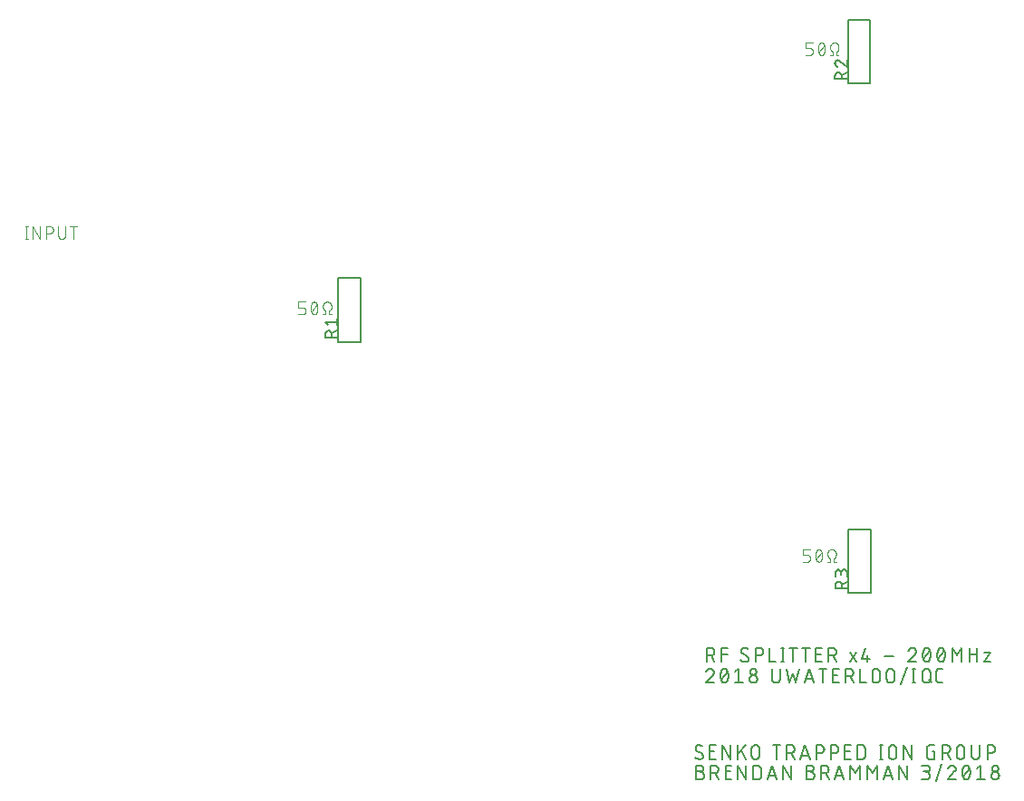
<source format=gbr>
G04 EAGLE Gerber X2 export*
G75*
%MOMM*%
%FSLAX34Y34*%
%LPD*%
%AMOC8*
5,1,8,0,0,1.08239X$1,22.5*%
G01*
%ADD10C,0.177800*%
%ADD11C,0.101600*%
%ADD12C,0.152400*%
%ADD13C,0.127000*%


D10*
X672389Y166889D02*
X672389Y180111D01*
X676062Y180111D01*
X676182Y180109D01*
X676302Y180103D01*
X676422Y180093D01*
X676541Y180080D01*
X676660Y180062D01*
X676779Y180040D01*
X676896Y180015D01*
X677013Y179986D01*
X677128Y179953D01*
X677243Y179916D01*
X677356Y179876D01*
X677468Y179831D01*
X677578Y179784D01*
X677687Y179732D01*
X677793Y179677D01*
X677899Y179619D01*
X678002Y179557D01*
X678103Y179492D01*
X678201Y179424D01*
X678298Y179352D01*
X678392Y179277D01*
X678484Y179200D01*
X678573Y179119D01*
X678659Y179035D01*
X678743Y178949D01*
X678824Y178860D01*
X678901Y178768D01*
X678976Y178674D01*
X679048Y178577D01*
X679116Y178479D01*
X679181Y178378D01*
X679243Y178275D01*
X679301Y178169D01*
X679356Y178063D01*
X679408Y177954D01*
X679455Y177844D01*
X679500Y177732D01*
X679540Y177619D01*
X679577Y177504D01*
X679610Y177389D01*
X679639Y177272D01*
X679664Y177155D01*
X679686Y177036D01*
X679704Y176917D01*
X679717Y176798D01*
X679727Y176678D01*
X679733Y176558D01*
X679735Y176438D01*
X679733Y176318D01*
X679727Y176198D01*
X679717Y176078D01*
X679704Y175959D01*
X679686Y175840D01*
X679664Y175721D01*
X679639Y175604D01*
X679610Y175487D01*
X679577Y175372D01*
X679540Y175257D01*
X679500Y175144D01*
X679455Y175032D01*
X679408Y174922D01*
X679356Y174813D01*
X679301Y174707D01*
X679243Y174602D01*
X679181Y174498D01*
X679116Y174397D01*
X679048Y174299D01*
X678976Y174202D01*
X678901Y174108D01*
X678824Y174016D01*
X678743Y173927D01*
X678659Y173841D01*
X678573Y173757D01*
X678484Y173676D01*
X678392Y173599D01*
X678298Y173524D01*
X678201Y173452D01*
X678103Y173384D01*
X678002Y173319D01*
X677899Y173257D01*
X677793Y173199D01*
X677687Y173144D01*
X677578Y173092D01*
X677468Y173045D01*
X677356Y173000D01*
X677243Y172960D01*
X677128Y172923D01*
X677013Y172890D01*
X676896Y172861D01*
X676779Y172836D01*
X676660Y172814D01*
X676541Y172796D01*
X676422Y172783D01*
X676302Y172773D01*
X676182Y172767D01*
X676062Y172765D01*
X672389Y172765D01*
X676796Y172765D02*
X679735Y166889D01*
X686264Y166889D02*
X686264Y180111D01*
X692141Y180111D01*
X692141Y174235D02*
X686264Y174235D01*
X708638Y166889D02*
X708745Y166891D01*
X708852Y166897D01*
X708959Y166907D01*
X709066Y166920D01*
X709172Y166938D01*
X709277Y166959D01*
X709381Y166985D01*
X709484Y167014D01*
X709587Y167046D01*
X709688Y167083D01*
X709787Y167123D01*
X709885Y167167D01*
X709981Y167214D01*
X710076Y167265D01*
X710169Y167319D01*
X710259Y167377D01*
X710348Y167438D01*
X710434Y167502D01*
X710517Y167569D01*
X710599Y167639D01*
X710677Y167712D01*
X710753Y167788D01*
X710826Y167866D01*
X710896Y167948D01*
X710963Y168031D01*
X711027Y168118D01*
X711088Y168206D01*
X711146Y168296D01*
X711200Y168389D01*
X711251Y168484D01*
X711298Y168580D01*
X711342Y168678D01*
X711382Y168777D01*
X711419Y168878D01*
X711451Y168981D01*
X711480Y169084D01*
X711506Y169188D01*
X711527Y169293D01*
X711545Y169399D01*
X711558Y169506D01*
X711568Y169613D01*
X711574Y169720D01*
X711576Y169827D01*
X708638Y166889D02*
X708485Y166891D01*
X708332Y166897D01*
X708179Y166906D01*
X708026Y166919D01*
X707874Y166936D01*
X707722Y166957D01*
X707571Y166981D01*
X707421Y167010D01*
X707271Y167041D01*
X707122Y167077D01*
X706974Y167116D01*
X706827Y167159D01*
X706681Y167206D01*
X706536Y167256D01*
X706393Y167309D01*
X706251Y167366D01*
X706110Y167427D01*
X705971Y167491D01*
X705833Y167559D01*
X705698Y167630D01*
X705564Y167704D01*
X705432Y167781D01*
X705301Y167862D01*
X705173Y167946D01*
X705047Y168033D01*
X704924Y168123D01*
X704802Y168216D01*
X704683Y168312D01*
X704566Y168411D01*
X704452Y168513D01*
X704340Y168618D01*
X704231Y168725D01*
X704599Y177173D02*
X704601Y177280D01*
X704607Y177387D01*
X704617Y177494D01*
X704630Y177601D01*
X704648Y177707D01*
X704669Y177812D01*
X704695Y177916D01*
X704724Y178019D01*
X704756Y178122D01*
X704793Y178223D01*
X704833Y178322D01*
X704877Y178420D01*
X704924Y178516D01*
X704975Y178611D01*
X705029Y178704D01*
X705087Y178794D01*
X705148Y178883D01*
X705212Y178969D01*
X705279Y179052D01*
X705349Y179134D01*
X705422Y179212D01*
X705498Y179288D01*
X705576Y179361D01*
X705658Y179431D01*
X705741Y179498D01*
X705827Y179562D01*
X705916Y179623D01*
X706006Y179681D01*
X706099Y179735D01*
X706194Y179786D01*
X706290Y179833D01*
X706388Y179877D01*
X706487Y179917D01*
X706588Y179954D01*
X706691Y179986D01*
X706794Y180015D01*
X706898Y180041D01*
X707003Y180062D01*
X707109Y180080D01*
X707216Y180093D01*
X707323Y180103D01*
X707430Y180109D01*
X707537Y180111D01*
X707685Y180109D01*
X707832Y180103D01*
X707980Y180093D01*
X708127Y180079D01*
X708273Y180062D01*
X708419Y180040D01*
X708565Y180014D01*
X708710Y179985D01*
X708854Y179951D01*
X708996Y179914D01*
X709138Y179873D01*
X709279Y179828D01*
X709419Y179780D01*
X709557Y179727D01*
X709693Y179671D01*
X709829Y179612D01*
X709962Y179549D01*
X710094Y179482D01*
X710224Y179411D01*
X710352Y179338D01*
X710478Y179261D01*
X710601Y179180D01*
X710723Y179096D01*
X710842Y179009D01*
X706067Y174602D02*
X705976Y174658D01*
X705887Y174717D01*
X705800Y174779D01*
X705716Y174845D01*
X705634Y174913D01*
X705554Y174984D01*
X705477Y175058D01*
X705402Y175135D01*
X705331Y175214D01*
X705262Y175296D01*
X705197Y175380D01*
X705134Y175467D01*
X705074Y175556D01*
X705018Y175646D01*
X704965Y175739D01*
X704915Y175834D01*
X704869Y175930D01*
X704826Y176028D01*
X704787Y176127D01*
X704752Y176228D01*
X704720Y176330D01*
X704691Y176433D01*
X704667Y176537D01*
X704646Y176642D01*
X704629Y176747D01*
X704615Y176853D01*
X704606Y176960D01*
X704600Y177066D01*
X704598Y177173D01*
X710107Y172398D02*
X710198Y172342D01*
X710287Y172283D01*
X710374Y172221D01*
X710458Y172155D01*
X710541Y172087D01*
X710620Y172016D01*
X710697Y171942D01*
X710772Y171865D01*
X710843Y171786D01*
X710912Y171704D01*
X710978Y171620D01*
X711040Y171533D01*
X711100Y171444D01*
X711156Y171354D01*
X711209Y171261D01*
X711259Y171166D01*
X711305Y171070D01*
X711348Y170972D01*
X711387Y170873D01*
X711422Y170772D01*
X711454Y170670D01*
X711483Y170567D01*
X711507Y170463D01*
X711528Y170358D01*
X711545Y170253D01*
X711559Y170147D01*
X711568Y170040D01*
X711574Y169934D01*
X711576Y169827D01*
X710107Y172398D02*
X706067Y174602D01*
X717979Y180111D02*
X717979Y166889D01*
X717979Y180111D02*
X721652Y180111D01*
X721772Y180109D01*
X721892Y180103D01*
X722012Y180093D01*
X722131Y180080D01*
X722250Y180062D01*
X722369Y180040D01*
X722486Y180015D01*
X722603Y179986D01*
X722718Y179953D01*
X722833Y179916D01*
X722946Y179876D01*
X723058Y179831D01*
X723168Y179784D01*
X723277Y179732D01*
X723383Y179677D01*
X723489Y179619D01*
X723592Y179557D01*
X723693Y179492D01*
X723791Y179424D01*
X723888Y179352D01*
X723982Y179277D01*
X724074Y179200D01*
X724163Y179119D01*
X724249Y179035D01*
X724333Y178949D01*
X724414Y178860D01*
X724491Y178768D01*
X724566Y178674D01*
X724638Y178577D01*
X724706Y178479D01*
X724771Y178378D01*
X724833Y178275D01*
X724891Y178169D01*
X724946Y178063D01*
X724998Y177954D01*
X725045Y177844D01*
X725090Y177732D01*
X725130Y177619D01*
X725167Y177504D01*
X725200Y177389D01*
X725229Y177272D01*
X725254Y177155D01*
X725276Y177036D01*
X725294Y176917D01*
X725307Y176798D01*
X725317Y176678D01*
X725323Y176558D01*
X725325Y176438D01*
X725323Y176318D01*
X725317Y176198D01*
X725307Y176078D01*
X725294Y175959D01*
X725276Y175840D01*
X725254Y175721D01*
X725229Y175604D01*
X725200Y175487D01*
X725167Y175372D01*
X725130Y175257D01*
X725090Y175144D01*
X725045Y175032D01*
X724998Y174922D01*
X724946Y174813D01*
X724891Y174707D01*
X724833Y174602D01*
X724771Y174498D01*
X724706Y174397D01*
X724638Y174299D01*
X724566Y174202D01*
X724491Y174108D01*
X724414Y174016D01*
X724333Y173927D01*
X724249Y173841D01*
X724163Y173757D01*
X724074Y173676D01*
X723982Y173599D01*
X723888Y173524D01*
X723791Y173452D01*
X723693Y173384D01*
X723592Y173319D01*
X723489Y173257D01*
X723383Y173199D01*
X723277Y173144D01*
X723168Y173092D01*
X723058Y173045D01*
X722946Y173000D01*
X722833Y172960D01*
X722718Y172923D01*
X722603Y172890D01*
X722486Y172861D01*
X722369Y172836D01*
X722250Y172814D01*
X722131Y172796D01*
X722012Y172783D01*
X721892Y172773D01*
X721772Y172767D01*
X721652Y172765D01*
X717979Y172765D01*
X731264Y166889D02*
X731264Y180111D01*
X731264Y166889D02*
X737141Y166889D01*
X743454Y166889D02*
X743454Y180111D01*
X741985Y166889D02*
X744923Y166889D01*
X744923Y180111D02*
X741985Y180111D01*
X753354Y180111D02*
X753354Y166889D01*
X749681Y180111D02*
X757026Y180111D01*
X765054Y180111D02*
X765054Y166889D01*
X761381Y180111D02*
X768726Y180111D01*
X774464Y166889D02*
X780340Y166889D01*
X774464Y166889D02*
X774464Y180111D01*
X780340Y180111D01*
X778871Y174235D02*
X774464Y174235D01*
X786239Y180111D02*
X786239Y166889D01*
X786239Y180111D02*
X789911Y180111D01*
X790031Y180109D01*
X790151Y180103D01*
X790271Y180093D01*
X790390Y180080D01*
X790509Y180062D01*
X790628Y180040D01*
X790745Y180015D01*
X790862Y179986D01*
X790977Y179953D01*
X791092Y179916D01*
X791205Y179876D01*
X791317Y179831D01*
X791427Y179784D01*
X791536Y179732D01*
X791642Y179677D01*
X791748Y179619D01*
X791851Y179557D01*
X791952Y179492D01*
X792050Y179424D01*
X792147Y179352D01*
X792241Y179277D01*
X792333Y179200D01*
X792422Y179119D01*
X792508Y179035D01*
X792592Y178949D01*
X792673Y178860D01*
X792750Y178768D01*
X792825Y178674D01*
X792897Y178577D01*
X792965Y178479D01*
X793030Y178378D01*
X793092Y178275D01*
X793150Y178169D01*
X793205Y178063D01*
X793257Y177954D01*
X793304Y177844D01*
X793349Y177732D01*
X793389Y177619D01*
X793426Y177504D01*
X793459Y177389D01*
X793488Y177272D01*
X793513Y177155D01*
X793535Y177036D01*
X793553Y176917D01*
X793566Y176798D01*
X793576Y176678D01*
X793582Y176558D01*
X793584Y176438D01*
X793582Y176318D01*
X793576Y176198D01*
X793566Y176078D01*
X793553Y175959D01*
X793535Y175840D01*
X793513Y175721D01*
X793488Y175604D01*
X793459Y175487D01*
X793426Y175372D01*
X793389Y175257D01*
X793349Y175144D01*
X793304Y175032D01*
X793257Y174922D01*
X793205Y174813D01*
X793150Y174707D01*
X793092Y174602D01*
X793030Y174498D01*
X792965Y174397D01*
X792897Y174299D01*
X792825Y174202D01*
X792750Y174108D01*
X792673Y174016D01*
X792592Y173927D01*
X792508Y173841D01*
X792422Y173757D01*
X792333Y173676D01*
X792241Y173599D01*
X792147Y173524D01*
X792050Y173452D01*
X791952Y173384D01*
X791851Y173319D01*
X791748Y173257D01*
X791642Y173199D01*
X791536Y173144D01*
X791427Y173092D01*
X791317Y173045D01*
X791205Y173000D01*
X791092Y172960D01*
X790977Y172923D01*
X790862Y172890D01*
X790745Y172861D01*
X790628Y172836D01*
X790509Y172814D01*
X790390Y172796D01*
X790271Y172783D01*
X790151Y172773D01*
X790031Y172767D01*
X789911Y172765D01*
X786239Y172765D01*
X790646Y172765D02*
X793584Y166889D01*
X806215Y166889D02*
X812092Y175704D01*
X806215Y175704D02*
X812092Y166889D01*
X817631Y169827D02*
X820569Y180111D01*
X817631Y169827D02*
X824976Y169827D01*
X822773Y172765D02*
X822773Y166889D01*
X838496Y172031D02*
X847311Y172031D01*
X864871Y180112D02*
X864984Y180110D01*
X865097Y180104D01*
X865209Y180095D01*
X865321Y180081D01*
X865433Y180064D01*
X865544Y180043D01*
X865654Y180018D01*
X865763Y179989D01*
X865871Y179957D01*
X865978Y179921D01*
X866084Y179882D01*
X866188Y179838D01*
X866291Y179792D01*
X866392Y179741D01*
X866491Y179688D01*
X866589Y179631D01*
X866684Y179570D01*
X866778Y179507D01*
X866869Y179440D01*
X866957Y179371D01*
X867044Y179298D01*
X867128Y179222D01*
X867209Y179144D01*
X867287Y179063D01*
X867363Y178979D01*
X867436Y178892D01*
X867505Y178804D01*
X867572Y178713D01*
X867635Y178619D01*
X867696Y178524D01*
X867753Y178426D01*
X867806Y178327D01*
X867857Y178226D01*
X867903Y178123D01*
X867947Y178019D01*
X867986Y177913D01*
X868022Y177806D01*
X868054Y177698D01*
X868083Y177589D01*
X868108Y177479D01*
X868129Y177368D01*
X868146Y177256D01*
X868160Y177144D01*
X868169Y177032D01*
X868175Y176919D01*
X868177Y176806D01*
X864871Y180111D02*
X864744Y180109D01*
X864617Y180103D01*
X864490Y180094D01*
X864364Y180081D01*
X864238Y180063D01*
X864112Y180043D01*
X863987Y180018D01*
X863863Y179990D01*
X863740Y179958D01*
X863618Y179922D01*
X863497Y179883D01*
X863378Y179840D01*
X863259Y179793D01*
X863142Y179743D01*
X863027Y179690D01*
X862913Y179633D01*
X862801Y179573D01*
X862691Y179509D01*
X862583Y179442D01*
X862477Y179372D01*
X862373Y179299D01*
X862271Y179222D01*
X862172Y179143D01*
X862075Y179061D01*
X861981Y178976D01*
X861889Y178888D01*
X861799Y178797D01*
X861713Y178704D01*
X861629Y178608D01*
X861549Y178510D01*
X861471Y178409D01*
X861396Y178306D01*
X861325Y178201D01*
X861256Y178094D01*
X861191Y177985D01*
X861129Y177873D01*
X861071Y177761D01*
X861016Y177646D01*
X860964Y177530D01*
X860916Y177412D01*
X860872Y177293D01*
X860831Y177172D01*
X867075Y174235D02*
X867157Y174315D01*
X867236Y174399D01*
X867313Y174484D01*
X867387Y174573D01*
X867458Y174663D01*
X867526Y174756D01*
X867590Y174851D01*
X867652Y174948D01*
X867711Y175047D01*
X867766Y175148D01*
X867818Y175250D01*
X867867Y175355D01*
X867912Y175460D01*
X867954Y175567D01*
X867992Y175676D01*
X868027Y175785D01*
X868058Y175896D01*
X868086Y176008D01*
X868110Y176120D01*
X868131Y176233D01*
X868147Y176347D01*
X868160Y176461D01*
X868170Y176576D01*
X868175Y176691D01*
X868177Y176806D01*
X867074Y174235D02*
X860831Y166889D01*
X868176Y166889D01*
X874331Y173500D02*
X874334Y173760D01*
X874343Y174020D01*
X874359Y174280D01*
X874381Y174539D01*
X874409Y174798D01*
X874443Y175055D01*
X874483Y175312D01*
X874529Y175568D01*
X874582Y175823D01*
X874640Y176077D01*
X874705Y176329D01*
X874775Y176579D01*
X874852Y176828D01*
X874934Y177074D01*
X875022Y177319D01*
X875116Y177562D01*
X875216Y177802D01*
X875322Y178039D01*
X875433Y178275D01*
X875432Y178274D02*
X875467Y178370D01*
X875505Y178465D01*
X875547Y178558D01*
X875593Y178650D01*
X875642Y178739D01*
X875694Y178827D01*
X875750Y178913D01*
X875808Y178997D01*
X875870Y179078D01*
X875935Y179157D01*
X876003Y179233D01*
X876073Y179307D01*
X876147Y179378D01*
X876223Y179447D01*
X876301Y179512D01*
X876382Y179575D01*
X876465Y179634D01*
X876550Y179690D01*
X876638Y179743D01*
X876727Y179793D01*
X876818Y179839D01*
X876911Y179882D01*
X877005Y179921D01*
X877101Y179957D01*
X877198Y179989D01*
X877296Y180017D01*
X877395Y180042D01*
X877495Y180063D01*
X877596Y180080D01*
X877697Y180094D01*
X877799Y180103D01*
X877901Y180109D01*
X878003Y180111D01*
X878105Y180109D01*
X878207Y180103D01*
X878309Y180094D01*
X878410Y180080D01*
X878511Y180063D01*
X878611Y180042D01*
X878710Y180017D01*
X878808Y179989D01*
X878905Y179957D01*
X879001Y179921D01*
X879095Y179882D01*
X879188Y179839D01*
X879279Y179793D01*
X879368Y179743D01*
X879456Y179690D01*
X879541Y179634D01*
X879624Y179575D01*
X879705Y179512D01*
X879783Y179447D01*
X879859Y179378D01*
X879933Y179307D01*
X880003Y179233D01*
X880071Y179157D01*
X880136Y179078D01*
X880198Y178997D01*
X880256Y178913D01*
X880312Y178827D01*
X880364Y178739D01*
X880413Y178650D01*
X880459Y178558D01*
X880501Y178465D01*
X880539Y178371D01*
X880574Y178275D01*
X880685Y178039D01*
X880791Y177802D01*
X880891Y177562D01*
X880985Y177319D01*
X881073Y177074D01*
X881155Y176828D01*
X881232Y176579D01*
X881302Y176329D01*
X881367Y176077D01*
X881425Y175823D01*
X881478Y175568D01*
X881524Y175312D01*
X881564Y175055D01*
X881598Y174798D01*
X881626Y174539D01*
X881648Y174280D01*
X881664Y174020D01*
X881673Y173760D01*
X881676Y173500D01*
X874331Y173500D02*
X874334Y173240D01*
X874343Y172980D01*
X874359Y172720D01*
X874381Y172461D01*
X874409Y172202D01*
X874443Y171945D01*
X874483Y171688D01*
X874529Y171432D01*
X874582Y171177D01*
X874640Y170923D01*
X874705Y170671D01*
X874775Y170421D01*
X874852Y170172D01*
X874934Y169926D01*
X875022Y169681D01*
X875116Y169439D01*
X875216Y169198D01*
X875322Y168961D01*
X875433Y168725D01*
X875432Y168725D02*
X875467Y168629D01*
X875505Y168535D01*
X875547Y168442D01*
X875593Y168350D01*
X875642Y168261D01*
X875694Y168173D01*
X875750Y168087D01*
X875808Y168003D01*
X875870Y167922D01*
X875935Y167843D01*
X876003Y167767D01*
X876073Y167693D01*
X876147Y167622D01*
X876223Y167553D01*
X876301Y167488D01*
X876382Y167425D01*
X876465Y167366D01*
X876550Y167310D01*
X876638Y167257D01*
X876727Y167207D01*
X876818Y167161D01*
X876911Y167118D01*
X877005Y167079D01*
X877101Y167043D01*
X877198Y167011D01*
X877296Y166983D01*
X877395Y166958D01*
X877495Y166937D01*
X877596Y166920D01*
X877697Y166906D01*
X877799Y166897D01*
X877901Y166891D01*
X878003Y166889D01*
X880574Y168725D02*
X880685Y168961D01*
X880791Y169198D01*
X880891Y169439D01*
X880985Y169681D01*
X881073Y169926D01*
X881155Y170172D01*
X881232Y170421D01*
X881302Y170671D01*
X881367Y170923D01*
X881425Y171177D01*
X881478Y171432D01*
X881524Y171688D01*
X881564Y171945D01*
X881598Y172202D01*
X881626Y172461D01*
X881648Y172720D01*
X881664Y172980D01*
X881673Y173240D01*
X881676Y173500D01*
X880574Y168725D02*
X880539Y168629D01*
X880501Y168535D01*
X880459Y168442D01*
X880413Y168350D01*
X880364Y168261D01*
X880312Y168173D01*
X880256Y168087D01*
X880198Y168003D01*
X880136Y167922D01*
X880071Y167843D01*
X880003Y167767D01*
X879933Y167693D01*
X879859Y167622D01*
X879783Y167553D01*
X879705Y167488D01*
X879624Y167425D01*
X879541Y167366D01*
X879456Y167310D01*
X879368Y167257D01*
X879279Y167207D01*
X879188Y167161D01*
X879095Y167118D01*
X879001Y167079D01*
X878905Y167043D01*
X878808Y167011D01*
X878710Y166983D01*
X878611Y166958D01*
X878511Y166937D01*
X878410Y166920D01*
X878309Y166906D01*
X878207Y166897D01*
X878105Y166891D01*
X878003Y166889D01*
X875065Y169827D02*
X880942Y177173D01*
X887831Y173500D02*
X887834Y173760D01*
X887843Y174020D01*
X887859Y174280D01*
X887881Y174539D01*
X887909Y174798D01*
X887943Y175055D01*
X887983Y175312D01*
X888029Y175568D01*
X888082Y175823D01*
X888140Y176077D01*
X888205Y176329D01*
X888275Y176579D01*
X888352Y176828D01*
X888434Y177074D01*
X888522Y177319D01*
X888616Y177562D01*
X888716Y177802D01*
X888822Y178039D01*
X888933Y178275D01*
X888932Y178274D02*
X888967Y178370D01*
X889005Y178465D01*
X889047Y178558D01*
X889093Y178650D01*
X889142Y178739D01*
X889194Y178827D01*
X889250Y178913D01*
X889308Y178997D01*
X889370Y179078D01*
X889435Y179157D01*
X889503Y179233D01*
X889573Y179307D01*
X889647Y179378D01*
X889723Y179447D01*
X889801Y179512D01*
X889882Y179575D01*
X889965Y179634D01*
X890050Y179690D01*
X890138Y179743D01*
X890227Y179793D01*
X890318Y179839D01*
X890411Y179882D01*
X890505Y179921D01*
X890601Y179957D01*
X890698Y179989D01*
X890796Y180017D01*
X890895Y180042D01*
X890995Y180063D01*
X891096Y180080D01*
X891197Y180094D01*
X891299Y180103D01*
X891401Y180109D01*
X891503Y180111D01*
X891605Y180109D01*
X891707Y180103D01*
X891809Y180094D01*
X891910Y180080D01*
X892011Y180063D01*
X892111Y180042D01*
X892210Y180017D01*
X892308Y179989D01*
X892405Y179957D01*
X892501Y179921D01*
X892595Y179882D01*
X892688Y179839D01*
X892779Y179793D01*
X892868Y179743D01*
X892956Y179690D01*
X893041Y179634D01*
X893124Y179575D01*
X893205Y179512D01*
X893283Y179447D01*
X893359Y179378D01*
X893433Y179307D01*
X893503Y179233D01*
X893571Y179157D01*
X893636Y179078D01*
X893698Y178997D01*
X893756Y178913D01*
X893812Y178827D01*
X893864Y178739D01*
X893913Y178650D01*
X893959Y178558D01*
X894001Y178465D01*
X894039Y178371D01*
X894074Y178275D01*
X894185Y178039D01*
X894291Y177802D01*
X894391Y177562D01*
X894485Y177319D01*
X894573Y177074D01*
X894655Y176828D01*
X894732Y176579D01*
X894802Y176329D01*
X894867Y176077D01*
X894925Y175823D01*
X894978Y175568D01*
X895024Y175312D01*
X895064Y175055D01*
X895098Y174798D01*
X895126Y174539D01*
X895148Y174280D01*
X895164Y174020D01*
X895173Y173760D01*
X895176Y173500D01*
X887831Y173500D02*
X887834Y173240D01*
X887843Y172980D01*
X887859Y172720D01*
X887881Y172461D01*
X887909Y172202D01*
X887943Y171945D01*
X887983Y171688D01*
X888029Y171432D01*
X888082Y171177D01*
X888140Y170923D01*
X888205Y170671D01*
X888275Y170421D01*
X888352Y170172D01*
X888434Y169926D01*
X888522Y169681D01*
X888616Y169439D01*
X888716Y169198D01*
X888822Y168961D01*
X888933Y168725D01*
X888932Y168725D02*
X888967Y168629D01*
X889005Y168535D01*
X889047Y168442D01*
X889093Y168350D01*
X889142Y168261D01*
X889194Y168173D01*
X889250Y168087D01*
X889308Y168003D01*
X889370Y167922D01*
X889435Y167843D01*
X889503Y167767D01*
X889573Y167693D01*
X889647Y167622D01*
X889723Y167553D01*
X889801Y167488D01*
X889882Y167425D01*
X889965Y167366D01*
X890050Y167310D01*
X890138Y167257D01*
X890227Y167207D01*
X890318Y167161D01*
X890411Y167118D01*
X890505Y167079D01*
X890601Y167043D01*
X890698Y167011D01*
X890796Y166983D01*
X890895Y166958D01*
X890995Y166937D01*
X891096Y166920D01*
X891197Y166906D01*
X891299Y166897D01*
X891401Y166891D01*
X891503Y166889D01*
X894074Y168725D02*
X894185Y168961D01*
X894291Y169198D01*
X894391Y169439D01*
X894485Y169681D01*
X894573Y169926D01*
X894655Y170172D01*
X894732Y170421D01*
X894802Y170671D01*
X894867Y170923D01*
X894925Y171177D01*
X894978Y171432D01*
X895024Y171688D01*
X895064Y171945D01*
X895098Y172202D01*
X895126Y172461D01*
X895148Y172720D01*
X895164Y172980D01*
X895173Y173240D01*
X895176Y173500D01*
X894074Y168725D02*
X894039Y168629D01*
X894001Y168535D01*
X893959Y168442D01*
X893913Y168350D01*
X893864Y168261D01*
X893812Y168173D01*
X893756Y168087D01*
X893698Y168003D01*
X893636Y167922D01*
X893571Y167843D01*
X893503Y167767D01*
X893433Y167693D01*
X893359Y167622D01*
X893283Y167553D01*
X893205Y167488D01*
X893124Y167425D01*
X893041Y167366D01*
X892956Y167310D01*
X892868Y167257D01*
X892779Y167207D01*
X892688Y167161D01*
X892595Y167118D01*
X892501Y167079D01*
X892405Y167043D01*
X892308Y167011D01*
X892210Y166983D01*
X892111Y166958D01*
X892011Y166937D01*
X891910Y166920D01*
X891809Y166906D01*
X891707Y166897D01*
X891605Y166891D01*
X891503Y166889D01*
X888565Y169827D02*
X894442Y177173D01*
X901946Y180111D02*
X901946Y166889D01*
X906353Y172765D02*
X901946Y180111D01*
X906353Y172765D02*
X910761Y180111D01*
X910761Y166889D01*
X917981Y166889D02*
X917981Y180111D01*
X917981Y174235D02*
X925326Y174235D01*
X925326Y180111D02*
X925326Y166889D01*
X931315Y175704D02*
X937192Y175704D01*
X931315Y166889D01*
X937192Y166889D01*
X679235Y157306D02*
X679233Y157419D01*
X679227Y157532D01*
X679218Y157644D01*
X679204Y157756D01*
X679187Y157868D01*
X679166Y157979D01*
X679141Y158089D01*
X679112Y158198D01*
X679080Y158306D01*
X679044Y158413D01*
X679005Y158519D01*
X678961Y158623D01*
X678915Y158726D01*
X678864Y158827D01*
X678811Y158926D01*
X678754Y159024D01*
X678693Y159119D01*
X678630Y159213D01*
X678563Y159304D01*
X678494Y159392D01*
X678421Y159479D01*
X678345Y159563D01*
X678267Y159644D01*
X678186Y159722D01*
X678102Y159798D01*
X678015Y159871D01*
X677927Y159940D01*
X677836Y160007D01*
X677742Y160070D01*
X677647Y160131D01*
X677549Y160188D01*
X677450Y160241D01*
X677349Y160292D01*
X677246Y160338D01*
X677142Y160382D01*
X677036Y160421D01*
X676929Y160457D01*
X676821Y160489D01*
X676712Y160518D01*
X676602Y160543D01*
X676491Y160564D01*
X676379Y160581D01*
X676267Y160595D01*
X676155Y160604D01*
X676042Y160610D01*
X675929Y160612D01*
X675929Y160611D02*
X675802Y160609D01*
X675675Y160603D01*
X675548Y160594D01*
X675422Y160581D01*
X675296Y160563D01*
X675170Y160543D01*
X675045Y160518D01*
X674921Y160490D01*
X674798Y160458D01*
X674676Y160422D01*
X674555Y160383D01*
X674436Y160340D01*
X674317Y160293D01*
X674200Y160243D01*
X674085Y160190D01*
X673971Y160133D01*
X673859Y160073D01*
X673749Y160009D01*
X673641Y159942D01*
X673535Y159872D01*
X673431Y159799D01*
X673329Y159722D01*
X673230Y159643D01*
X673133Y159561D01*
X673039Y159476D01*
X672947Y159388D01*
X672857Y159297D01*
X672771Y159204D01*
X672687Y159108D01*
X672607Y159010D01*
X672529Y158909D01*
X672454Y158806D01*
X672383Y158701D01*
X672314Y158594D01*
X672249Y158485D01*
X672187Y158373D01*
X672129Y158261D01*
X672074Y158146D01*
X672022Y158030D01*
X671974Y157912D01*
X671930Y157793D01*
X671889Y157672D01*
X678133Y154735D02*
X678215Y154815D01*
X678294Y154899D01*
X678371Y154984D01*
X678445Y155073D01*
X678516Y155163D01*
X678584Y155256D01*
X678648Y155351D01*
X678710Y155448D01*
X678769Y155547D01*
X678824Y155648D01*
X678876Y155750D01*
X678925Y155855D01*
X678970Y155960D01*
X679012Y156067D01*
X679050Y156176D01*
X679085Y156285D01*
X679116Y156396D01*
X679144Y156508D01*
X679168Y156620D01*
X679189Y156733D01*
X679205Y156847D01*
X679218Y156961D01*
X679228Y157076D01*
X679233Y157191D01*
X679235Y157306D01*
X678133Y154735D02*
X671889Y147389D01*
X679235Y147389D01*
X685389Y154000D02*
X685392Y154260D01*
X685401Y154520D01*
X685417Y154780D01*
X685439Y155039D01*
X685467Y155298D01*
X685501Y155555D01*
X685541Y155812D01*
X685587Y156068D01*
X685640Y156323D01*
X685698Y156577D01*
X685763Y156829D01*
X685833Y157079D01*
X685910Y157328D01*
X685992Y157574D01*
X686080Y157819D01*
X686174Y158062D01*
X686274Y158302D01*
X686380Y158539D01*
X686491Y158775D01*
X686491Y158774D02*
X686526Y158870D01*
X686564Y158965D01*
X686606Y159058D01*
X686652Y159150D01*
X686701Y159239D01*
X686753Y159327D01*
X686809Y159413D01*
X686867Y159497D01*
X686929Y159578D01*
X686994Y159657D01*
X687062Y159733D01*
X687132Y159807D01*
X687206Y159878D01*
X687282Y159947D01*
X687360Y160012D01*
X687441Y160075D01*
X687524Y160134D01*
X687609Y160190D01*
X687697Y160243D01*
X687786Y160293D01*
X687877Y160339D01*
X687970Y160382D01*
X688064Y160421D01*
X688160Y160457D01*
X688257Y160489D01*
X688355Y160517D01*
X688454Y160542D01*
X688554Y160563D01*
X688655Y160580D01*
X688756Y160594D01*
X688858Y160603D01*
X688960Y160609D01*
X689062Y160611D01*
X689164Y160609D01*
X689266Y160603D01*
X689368Y160594D01*
X689469Y160580D01*
X689570Y160563D01*
X689670Y160542D01*
X689769Y160517D01*
X689867Y160489D01*
X689964Y160457D01*
X690060Y160421D01*
X690154Y160382D01*
X690247Y160339D01*
X690338Y160293D01*
X690427Y160243D01*
X690515Y160190D01*
X690600Y160134D01*
X690683Y160075D01*
X690764Y160012D01*
X690842Y159947D01*
X690918Y159878D01*
X690992Y159807D01*
X691062Y159733D01*
X691130Y159657D01*
X691195Y159578D01*
X691257Y159497D01*
X691315Y159413D01*
X691371Y159327D01*
X691423Y159239D01*
X691472Y159150D01*
X691518Y159058D01*
X691560Y158965D01*
X691598Y158871D01*
X691633Y158775D01*
X691744Y158539D01*
X691850Y158302D01*
X691950Y158062D01*
X692044Y157819D01*
X692132Y157574D01*
X692214Y157328D01*
X692291Y157079D01*
X692361Y156829D01*
X692426Y156577D01*
X692484Y156323D01*
X692537Y156068D01*
X692583Y155812D01*
X692623Y155555D01*
X692657Y155298D01*
X692685Y155039D01*
X692707Y154780D01*
X692723Y154520D01*
X692732Y154260D01*
X692735Y154000D01*
X685389Y154000D02*
X685392Y153740D01*
X685401Y153480D01*
X685417Y153220D01*
X685439Y152961D01*
X685467Y152702D01*
X685501Y152445D01*
X685541Y152188D01*
X685587Y151932D01*
X685640Y151677D01*
X685698Y151423D01*
X685763Y151171D01*
X685833Y150921D01*
X685910Y150672D01*
X685992Y150426D01*
X686080Y150181D01*
X686174Y149939D01*
X686274Y149698D01*
X686380Y149461D01*
X686491Y149225D01*
X686526Y149129D01*
X686564Y149035D01*
X686606Y148942D01*
X686652Y148850D01*
X686701Y148761D01*
X686753Y148673D01*
X686809Y148587D01*
X686867Y148503D01*
X686929Y148422D01*
X686994Y148343D01*
X687062Y148267D01*
X687132Y148193D01*
X687206Y148122D01*
X687282Y148053D01*
X687360Y147988D01*
X687441Y147925D01*
X687524Y147866D01*
X687609Y147810D01*
X687697Y147757D01*
X687786Y147707D01*
X687877Y147661D01*
X687970Y147618D01*
X688064Y147579D01*
X688160Y147543D01*
X688257Y147511D01*
X688355Y147483D01*
X688454Y147458D01*
X688554Y147437D01*
X688655Y147420D01*
X688756Y147406D01*
X688858Y147397D01*
X688960Y147391D01*
X689062Y147389D01*
X691632Y149225D02*
X691743Y149461D01*
X691849Y149698D01*
X691949Y149939D01*
X692043Y150181D01*
X692131Y150426D01*
X692213Y150672D01*
X692290Y150921D01*
X692360Y151171D01*
X692425Y151423D01*
X692483Y151677D01*
X692536Y151932D01*
X692582Y152188D01*
X692622Y152445D01*
X692656Y152702D01*
X692684Y152961D01*
X692706Y153220D01*
X692722Y153480D01*
X692731Y153740D01*
X692734Y154000D01*
X691633Y149225D02*
X691598Y149129D01*
X691560Y149035D01*
X691518Y148942D01*
X691472Y148850D01*
X691423Y148761D01*
X691371Y148673D01*
X691315Y148587D01*
X691257Y148503D01*
X691195Y148422D01*
X691130Y148343D01*
X691062Y148267D01*
X690992Y148193D01*
X690918Y148122D01*
X690842Y148053D01*
X690764Y147988D01*
X690683Y147925D01*
X690600Y147866D01*
X690515Y147810D01*
X690427Y147757D01*
X690338Y147707D01*
X690247Y147661D01*
X690154Y147618D01*
X690060Y147579D01*
X689964Y147543D01*
X689867Y147511D01*
X689769Y147483D01*
X689670Y147458D01*
X689570Y147437D01*
X689469Y147420D01*
X689368Y147406D01*
X689266Y147397D01*
X689164Y147391D01*
X689062Y147389D01*
X686124Y150327D02*
X692000Y157673D01*
X698889Y157673D02*
X702562Y160611D01*
X702562Y147389D01*
X706234Y147389D02*
X698889Y147389D01*
X712389Y151062D02*
X712391Y151182D01*
X712397Y151302D01*
X712407Y151422D01*
X712420Y151541D01*
X712438Y151660D01*
X712460Y151779D01*
X712485Y151896D01*
X712514Y152013D01*
X712547Y152128D01*
X712584Y152243D01*
X712624Y152356D01*
X712669Y152468D01*
X712716Y152578D01*
X712768Y152687D01*
X712823Y152793D01*
X712881Y152899D01*
X712943Y153002D01*
X713008Y153103D01*
X713076Y153201D01*
X713148Y153298D01*
X713223Y153392D01*
X713300Y153484D01*
X713381Y153573D01*
X713465Y153659D01*
X713551Y153743D01*
X713640Y153824D01*
X713732Y153901D01*
X713826Y153976D01*
X713923Y154048D01*
X714021Y154116D01*
X714122Y154181D01*
X714226Y154243D01*
X714331Y154301D01*
X714437Y154356D01*
X714546Y154408D01*
X714656Y154455D01*
X714768Y154500D01*
X714881Y154540D01*
X714996Y154577D01*
X715111Y154610D01*
X715228Y154639D01*
X715345Y154664D01*
X715464Y154686D01*
X715583Y154704D01*
X715702Y154717D01*
X715822Y154727D01*
X715942Y154733D01*
X716062Y154735D01*
X716182Y154733D01*
X716302Y154727D01*
X716422Y154717D01*
X716541Y154704D01*
X716660Y154686D01*
X716779Y154664D01*
X716896Y154639D01*
X717013Y154610D01*
X717128Y154577D01*
X717243Y154540D01*
X717356Y154500D01*
X717468Y154455D01*
X717578Y154408D01*
X717687Y154356D01*
X717793Y154301D01*
X717899Y154243D01*
X718002Y154181D01*
X718103Y154116D01*
X718201Y154048D01*
X718298Y153976D01*
X718392Y153901D01*
X718484Y153824D01*
X718573Y153743D01*
X718659Y153659D01*
X718743Y153573D01*
X718824Y153484D01*
X718901Y153392D01*
X718976Y153298D01*
X719048Y153201D01*
X719116Y153103D01*
X719181Y153002D01*
X719243Y152899D01*
X719301Y152793D01*
X719356Y152687D01*
X719408Y152578D01*
X719455Y152468D01*
X719500Y152356D01*
X719540Y152243D01*
X719577Y152128D01*
X719610Y152013D01*
X719639Y151896D01*
X719664Y151779D01*
X719686Y151660D01*
X719704Y151541D01*
X719717Y151422D01*
X719727Y151302D01*
X719733Y151182D01*
X719735Y151062D01*
X719733Y150942D01*
X719727Y150822D01*
X719717Y150702D01*
X719704Y150583D01*
X719686Y150464D01*
X719664Y150345D01*
X719639Y150228D01*
X719610Y150111D01*
X719577Y149996D01*
X719540Y149881D01*
X719500Y149768D01*
X719455Y149656D01*
X719408Y149546D01*
X719356Y149437D01*
X719301Y149331D01*
X719243Y149226D01*
X719181Y149122D01*
X719116Y149021D01*
X719048Y148923D01*
X718976Y148826D01*
X718901Y148732D01*
X718824Y148640D01*
X718743Y148551D01*
X718659Y148465D01*
X718573Y148381D01*
X718484Y148300D01*
X718392Y148223D01*
X718298Y148148D01*
X718201Y148076D01*
X718103Y148008D01*
X718002Y147943D01*
X717899Y147881D01*
X717793Y147823D01*
X717687Y147768D01*
X717578Y147716D01*
X717468Y147669D01*
X717356Y147624D01*
X717243Y147584D01*
X717128Y147547D01*
X717013Y147514D01*
X716896Y147485D01*
X716779Y147460D01*
X716660Y147438D01*
X716541Y147420D01*
X716422Y147407D01*
X716302Y147397D01*
X716182Y147391D01*
X716062Y147389D01*
X715942Y147391D01*
X715822Y147397D01*
X715702Y147407D01*
X715583Y147420D01*
X715464Y147438D01*
X715345Y147460D01*
X715228Y147485D01*
X715111Y147514D01*
X714996Y147547D01*
X714881Y147584D01*
X714768Y147624D01*
X714656Y147669D01*
X714546Y147716D01*
X714437Y147768D01*
X714331Y147823D01*
X714226Y147881D01*
X714122Y147943D01*
X714021Y148008D01*
X713923Y148076D01*
X713826Y148148D01*
X713732Y148223D01*
X713640Y148300D01*
X713551Y148381D01*
X713465Y148465D01*
X713381Y148551D01*
X713300Y148640D01*
X713223Y148732D01*
X713148Y148826D01*
X713076Y148923D01*
X713008Y149021D01*
X712943Y149122D01*
X712881Y149226D01*
X712823Y149331D01*
X712768Y149437D01*
X712716Y149546D01*
X712669Y149656D01*
X712624Y149768D01*
X712584Y149881D01*
X712547Y149996D01*
X712514Y150111D01*
X712485Y150228D01*
X712460Y150345D01*
X712438Y150464D01*
X712420Y150583D01*
X712407Y150702D01*
X712397Y150822D01*
X712391Y150942D01*
X712389Y151062D01*
X713124Y157673D02*
X713126Y157780D01*
X713132Y157887D01*
X713142Y157994D01*
X713155Y158101D01*
X713173Y158207D01*
X713194Y158312D01*
X713220Y158416D01*
X713249Y158519D01*
X713281Y158622D01*
X713318Y158723D01*
X713358Y158822D01*
X713402Y158920D01*
X713449Y159016D01*
X713500Y159111D01*
X713554Y159204D01*
X713612Y159294D01*
X713673Y159383D01*
X713737Y159469D01*
X713804Y159552D01*
X713874Y159634D01*
X713947Y159712D01*
X714023Y159788D01*
X714101Y159861D01*
X714183Y159931D01*
X714266Y159998D01*
X714352Y160062D01*
X714441Y160123D01*
X714531Y160181D01*
X714624Y160235D01*
X714719Y160286D01*
X714815Y160333D01*
X714913Y160377D01*
X715012Y160417D01*
X715113Y160454D01*
X715216Y160486D01*
X715319Y160515D01*
X715423Y160541D01*
X715528Y160562D01*
X715634Y160580D01*
X715741Y160593D01*
X715848Y160603D01*
X715955Y160609D01*
X716062Y160611D01*
X716169Y160609D01*
X716276Y160603D01*
X716383Y160593D01*
X716490Y160580D01*
X716596Y160562D01*
X716701Y160541D01*
X716805Y160515D01*
X716908Y160486D01*
X717011Y160454D01*
X717112Y160417D01*
X717211Y160377D01*
X717309Y160333D01*
X717405Y160286D01*
X717500Y160235D01*
X717593Y160181D01*
X717683Y160123D01*
X717772Y160062D01*
X717858Y159998D01*
X717941Y159931D01*
X718023Y159861D01*
X718101Y159788D01*
X718177Y159712D01*
X718250Y159634D01*
X718320Y159552D01*
X718387Y159469D01*
X718451Y159383D01*
X718512Y159294D01*
X718570Y159204D01*
X718624Y159111D01*
X718675Y159016D01*
X718722Y158920D01*
X718766Y158822D01*
X718806Y158723D01*
X718843Y158622D01*
X718875Y158519D01*
X718904Y158416D01*
X718930Y158312D01*
X718951Y158207D01*
X718969Y158101D01*
X718982Y157994D01*
X718992Y157887D01*
X718998Y157780D01*
X719000Y157673D01*
X718998Y157566D01*
X718992Y157459D01*
X718982Y157352D01*
X718969Y157245D01*
X718951Y157139D01*
X718930Y157034D01*
X718904Y156930D01*
X718875Y156827D01*
X718843Y156724D01*
X718806Y156623D01*
X718766Y156524D01*
X718722Y156426D01*
X718675Y156330D01*
X718624Y156235D01*
X718570Y156142D01*
X718512Y156052D01*
X718451Y155963D01*
X718387Y155877D01*
X718320Y155794D01*
X718250Y155712D01*
X718177Y155634D01*
X718101Y155558D01*
X718023Y155485D01*
X717941Y155415D01*
X717858Y155348D01*
X717772Y155284D01*
X717683Y155223D01*
X717593Y155165D01*
X717500Y155111D01*
X717405Y155060D01*
X717309Y155013D01*
X717211Y154969D01*
X717112Y154929D01*
X717011Y154892D01*
X716908Y154860D01*
X716805Y154831D01*
X716701Y154805D01*
X716596Y154784D01*
X716490Y154766D01*
X716383Y154753D01*
X716276Y154743D01*
X716169Y154737D01*
X716062Y154735D01*
X715955Y154737D01*
X715848Y154743D01*
X715741Y154753D01*
X715634Y154766D01*
X715528Y154784D01*
X715423Y154805D01*
X715319Y154831D01*
X715216Y154860D01*
X715113Y154892D01*
X715012Y154929D01*
X714913Y154969D01*
X714815Y155013D01*
X714719Y155060D01*
X714624Y155111D01*
X714531Y155165D01*
X714441Y155223D01*
X714352Y155284D01*
X714266Y155348D01*
X714183Y155415D01*
X714101Y155485D01*
X714023Y155558D01*
X713947Y155634D01*
X713874Y155712D01*
X713804Y155794D01*
X713737Y155877D01*
X713673Y155963D01*
X713612Y156052D01*
X713554Y156142D01*
X713500Y156235D01*
X713449Y156330D01*
X713402Y156426D01*
X713358Y156524D01*
X713318Y156623D01*
X713281Y156724D01*
X713249Y156827D01*
X713220Y156930D01*
X713194Y157034D01*
X713173Y157139D01*
X713155Y157245D01*
X713142Y157352D01*
X713132Y157459D01*
X713126Y157566D01*
X713124Y157673D01*
X733539Y160611D02*
X733539Y151062D01*
X733541Y150942D01*
X733547Y150822D01*
X733557Y150702D01*
X733570Y150583D01*
X733588Y150464D01*
X733610Y150345D01*
X733635Y150228D01*
X733664Y150111D01*
X733697Y149996D01*
X733734Y149881D01*
X733774Y149768D01*
X733819Y149656D01*
X733866Y149546D01*
X733918Y149437D01*
X733973Y149331D01*
X734031Y149226D01*
X734093Y149122D01*
X734158Y149021D01*
X734226Y148923D01*
X734298Y148826D01*
X734373Y148732D01*
X734450Y148640D01*
X734531Y148551D01*
X734615Y148465D01*
X734701Y148381D01*
X734790Y148300D01*
X734882Y148223D01*
X734976Y148148D01*
X735073Y148076D01*
X735171Y148008D01*
X735272Y147943D01*
X735376Y147881D01*
X735481Y147823D01*
X735587Y147768D01*
X735696Y147716D01*
X735806Y147669D01*
X735918Y147624D01*
X736031Y147584D01*
X736146Y147547D01*
X736261Y147514D01*
X736378Y147485D01*
X736495Y147460D01*
X736614Y147438D01*
X736733Y147420D01*
X736852Y147407D01*
X736972Y147397D01*
X737092Y147391D01*
X737212Y147389D01*
X737332Y147391D01*
X737452Y147397D01*
X737572Y147407D01*
X737691Y147420D01*
X737810Y147438D01*
X737929Y147460D01*
X738046Y147485D01*
X738163Y147514D01*
X738278Y147547D01*
X738393Y147584D01*
X738506Y147624D01*
X738618Y147669D01*
X738728Y147716D01*
X738837Y147768D01*
X738943Y147823D01*
X739049Y147881D01*
X739152Y147943D01*
X739253Y148008D01*
X739351Y148076D01*
X739448Y148148D01*
X739542Y148223D01*
X739634Y148300D01*
X739723Y148381D01*
X739809Y148465D01*
X739893Y148551D01*
X739974Y148640D01*
X740051Y148732D01*
X740126Y148826D01*
X740198Y148923D01*
X740266Y149021D01*
X740331Y149122D01*
X740393Y149226D01*
X740451Y149331D01*
X740506Y149437D01*
X740558Y149546D01*
X740605Y149656D01*
X740650Y149768D01*
X740690Y149881D01*
X740727Y149996D01*
X740760Y150111D01*
X740789Y150228D01*
X740814Y150345D01*
X740836Y150464D01*
X740854Y150583D01*
X740867Y150702D01*
X740877Y150822D01*
X740883Y150942D01*
X740885Y151062D01*
X740884Y151062D02*
X740884Y160611D01*
X747085Y160611D02*
X750023Y147389D01*
X752962Y156204D01*
X755900Y147389D01*
X758838Y160611D01*
X768262Y160611D02*
X763854Y147389D01*
X772669Y147389D02*
X768262Y160611D01*
X771567Y150695D02*
X764956Y150695D01*
X780862Y147389D02*
X780862Y160611D01*
X784534Y160611D02*
X777189Y160611D01*
X790272Y147389D02*
X796148Y147389D01*
X790272Y147389D02*
X790272Y160611D01*
X796148Y160611D01*
X794679Y154735D02*
X790272Y154735D01*
X802047Y160611D02*
X802047Y147389D01*
X802047Y160611D02*
X805719Y160611D01*
X805839Y160609D01*
X805959Y160603D01*
X806079Y160593D01*
X806198Y160580D01*
X806317Y160562D01*
X806436Y160540D01*
X806553Y160515D01*
X806670Y160486D01*
X806785Y160453D01*
X806900Y160416D01*
X807013Y160376D01*
X807125Y160331D01*
X807235Y160284D01*
X807344Y160232D01*
X807450Y160177D01*
X807556Y160119D01*
X807659Y160057D01*
X807760Y159992D01*
X807858Y159924D01*
X807955Y159852D01*
X808049Y159777D01*
X808141Y159700D01*
X808230Y159619D01*
X808316Y159535D01*
X808400Y159449D01*
X808481Y159360D01*
X808558Y159268D01*
X808633Y159174D01*
X808705Y159077D01*
X808773Y158979D01*
X808838Y158878D01*
X808900Y158775D01*
X808958Y158669D01*
X809013Y158563D01*
X809065Y158454D01*
X809112Y158344D01*
X809157Y158232D01*
X809197Y158119D01*
X809234Y158004D01*
X809267Y157889D01*
X809296Y157772D01*
X809321Y157655D01*
X809343Y157536D01*
X809361Y157417D01*
X809374Y157298D01*
X809384Y157178D01*
X809390Y157058D01*
X809392Y156938D01*
X809390Y156818D01*
X809384Y156698D01*
X809374Y156578D01*
X809361Y156459D01*
X809343Y156340D01*
X809321Y156221D01*
X809296Y156104D01*
X809267Y155987D01*
X809234Y155872D01*
X809197Y155757D01*
X809157Y155644D01*
X809112Y155532D01*
X809065Y155422D01*
X809013Y155313D01*
X808958Y155207D01*
X808900Y155102D01*
X808838Y154998D01*
X808773Y154897D01*
X808705Y154799D01*
X808633Y154702D01*
X808558Y154608D01*
X808481Y154516D01*
X808400Y154427D01*
X808316Y154341D01*
X808230Y154257D01*
X808141Y154176D01*
X808049Y154099D01*
X807955Y154024D01*
X807858Y153952D01*
X807760Y153884D01*
X807659Y153819D01*
X807556Y153757D01*
X807450Y153699D01*
X807344Y153644D01*
X807235Y153592D01*
X807125Y153545D01*
X807013Y153500D01*
X806900Y153460D01*
X806785Y153423D01*
X806670Y153390D01*
X806553Y153361D01*
X806436Y153336D01*
X806317Y153314D01*
X806198Y153296D01*
X806079Y153283D01*
X805959Y153273D01*
X805839Y153267D01*
X805719Y153265D01*
X802047Y153265D01*
X806454Y153265D02*
X809392Y147389D01*
X815922Y147389D02*
X815922Y160611D01*
X815922Y147389D02*
X821798Y147389D01*
X827139Y151062D02*
X827139Y156938D01*
X827138Y156938D02*
X827140Y157058D01*
X827146Y157178D01*
X827156Y157298D01*
X827169Y157417D01*
X827187Y157536D01*
X827209Y157655D01*
X827234Y157772D01*
X827263Y157889D01*
X827296Y158004D01*
X827333Y158119D01*
X827373Y158232D01*
X827418Y158344D01*
X827465Y158454D01*
X827517Y158563D01*
X827572Y158669D01*
X827630Y158775D01*
X827692Y158878D01*
X827757Y158979D01*
X827825Y159077D01*
X827897Y159174D01*
X827972Y159268D01*
X828049Y159360D01*
X828130Y159449D01*
X828214Y159535D01*
X828300Y159619D01*
X828389Y159700D01*
X828481Y159777D01*
X828575Y159852D01*
X828672Y159924D01*
X828770Y159992D01*
X828871Y160057D01*
X828975Y160119D01*
X829080Y160177D01*
X829186Y160232D01*
X829295Y160284D01*
X829405Y160331D01*
X829517Y160376D01*
X829630Y160416D01*
X829745Y160453D01*
X829860Y160486D01*
X829977Y160515D01*
X830094Y160540D01*
X830213Y160562D01*
X830332Y160580D01*
X830451Y160593D01*
X830571Y160603D01*
X830691Y160609D01*
X830811Y160611D01*
X830931Y160609D01*
X831051Y160603D01*
X831171Y160593D01*
X831290Y160580D01*
X831409Y160562D01*
X831528Y160540D01*
X831645Y160515D01*
X831762Y160486D01*
X831877Y160453D01*
X831992Y160416D01*
X832105Y160376D01*
X832217Y160331D01*
X832327Y160284D01*
X832436Y160232D01*
X832542Y160177D01*
X832648Y160119D01*
X832751Y160057D01*
X832852Y159992D01*
X832950Y159924D01*
X833047Y159852D01*
X833141Y159777D01*
X833233Y159700D01*
X833322Y159619D01*
X833408Y159535D01*
X833492Y159449D01*
X833573Y159360D01*
X833650Y159268D01*
X833725Y159174D01*
X833797Y159077D01*
X833865Y158979D01*
X833930Y158878D01*
X833992Y158775D01*
X834050Y158669D01*
X834105Y158563D01*
X834157Y158454D01*
X834204Y158344D01*
X834249Y158232D01*
X834289Y158119D01*
X834326Y158004D01*
X834359Y157889D01*
X834388Y157772D01*
X834413Y157655D01*
X834435Y157536D01*
X834453Y157417D01*
X834466Y157298D01*
X834476Y157178D01*
X834482Y157058D01*
X834484Y156938D01*
X834484Y151062D01*
X834482Y150942D01*
X834476Y150822D01*
X834466Y150702D01*
X834453Y150583D01*
X834435Y150464D01*
X834413Y150345D01*
X834388Y150228D01*
X834359Y150111D01*
X834326Y149996D01*
X834289Y149881D01*
X834249Y149768D01*
X834204Y149656D01*
X834157Y149546D01*
X834105Y149437D01*
X834050Y149331D01*
X833992Y149226D01*
X833930Y149122D01*
X833865Y149021D01*
X833797Y148923D01*
X833725Y148826D01*
X833650Y148732D01*
X833573Y148640D01*
X833492Y148551D01*
X833408Y148465D01*
X833322Y148381D01*
X833233Y148300D01*
X833141Y148223D01*
X833047Y148148D01*
X832950Y148076D01*
X832852Y148008D01*
X832751Y147943D01*
X832648Y147881D01*
X832542Y147823D01*
X832436Y147768D01*
X832327Y147716D01*
X832217Y147669D01*
X832105Y147624D01*
X831992Y147584D01*
X831877Y147547D01*
X831762Y147514D01*
X831645Y147485D01*
X831528Y147460D01*
X831409Y147438D01*
X831290Y147420D01*
X831171Y147407D01*
X831051Y147397D01*
X830931Y147391D01*
X830811Y147389D01*
X830691Y147391D01*
X830571Y147397D01*
X830451Y147407D01*
X830332Y147420D01*
X830213Y147438D01*
X830094Y147460D01*
X829977Y147485D01*
X829860Y147514D01*
X829745Y147547D01*
X829630Y147584D01*
X829517Y147624D01*
X829405Y147669D01*
X829295Y147716D01*
X829186Y147768D01*
X829080Y147823D01*
X828975Y147881D01*
X828871Y147943D01*
X828770Y148008D01*
X828672Y148076D01*
X828575Y148148D01*
X828481Y148223D01*
X828389Y148300D01*
X828300Y148381D01*
X828214Y148465D01*
X828130Y148551D01*
X828049Y148640D01*
X827972Y148732D01*
X827897Y148826D01*
X827825Y148923D01*
X827757Y149021D01*
X827692Y149122D01*
X827630Y149226D01*
X827572Y149331D01*
X827517Y149437D01*
X827465Y149546D01*
X827418Y149656D01*
X827373Y149768D01*
X827333Y149881D01*
X827296Y149996D01*
X827263Y150111D01*
X827234Y150228D01*
X827209Y150345D01*
X827187Y150464D01*
X827169Y150583D01*
X827156Y150702D01*
X827146Y150822D01*
X827140Y150942D01*
X827138Y151062D01*
X840639Y151062D02*
X840639Y156938D01*
X840638Y156938D02*
X840640Y157058D01*
X840646Y157178D01*
X840656Y157298D01*
X840669Y157417D01*
X840687Y157536D01*
X840709Y157655D01*
X840734Y157772D01*
X840763Y157889D01*
X840796Y158004D01*
X840833Y158119D01*
X840873Y158232D01*
X840918Y158344D01*
X840965Y158454D01*
X841017Y158563D01*
X841072Y158669D01*
X841130Y158775D01*
X841192Y158878D01*
X841257Y158979D01*
X841325Y159077D01*
X841397Y159174D01*
X841472Y159268D01*
X841549Y159360D01*
X841630Y159449D01*
X841714Y159535D01*
X841800Y159619D01*
X841889Y159700D01*
X841981Y159777D01*
X842075Y159852D01*
X842172Y159924D01*
X842270Y159992D01*
X842371Y160057D01*
X842475Y160119D01*
X842580Y160177D01*
X842686Y160232D01*
X842795Y160284D01*
X842905Y160331D01*
X843017Y160376D01*
X843130Y160416D01*
X843245Y160453D01*
X843360Y160486D01*
X843477Y160515D01*
X843594Y160540D01*
X843713Y160562D01*
X843832Y160580D01*
X843951Y160593D01*
X844071Y160603D01*
X844191Y160609D01*
X844311Y160611D01*
X844431Y160609D01*
X844551Y160603D01*
X844671Y160593D01*
X844790Y160580D01*
X844909Y160562D01*
X845028Y160540D01*
X845145Y160515D01*
X845262Y160486D01*
X845377Y160453D01*
X845492Y160416D01*
X845605Y160376D01*
X845717Y160331D01*
X845827Y160284D01*
X845936Y160232D01*
X846042Y160177D01*
X846148Y160119D01*
X846251Y160057D01*
X846352Y159992D01*
X846450Y159924D01*
X846547Y159852D01*
X846641Y159777D01*
X846733Y159700D01*
X846822Y159619D01*
X846908Y159535D01*
X846992Y159449D01*
X847073Y159360D01*
X847150Y159268D01*
X847225Y159174D01*
X847297Y159077D01*
X847365Y158979D01*
X847430Y158878D01*
X847492Y158775D01*
X847550Y158669D01*
X847605Y158563D01*
X847657Y158454D01*
X847704Y158344D01*
X847749Y158232D01*
X847789Y158119D01*
X847826Y158004D01*
X847859Y157889D01*
X847888Y157772D01*
X847913Y157655D01*
X847935Y157536D01*
X847953Y157417D01*
X847966Y157298D01*
X847976Y157178D01*
X847982Y157058D01*
X847984Y156938D01*
X847984Y151062D01*
X847982Y150942D01*
X847976Y150822D01*
X847966Y150702D01*
X847953Y150583D01*
X847935Y150464D01*
X847913Y150345D01*
X847888Y150228D01*
X847859Y150111D01*
X847826Y149996D01*
X847789Y149881D01*
X847749Y149768D01*
X847704Y149656D01*
X847657Y149546D01*
X847605Y149437D01*
X847550Y149331D01*
X847492Y149226D01*
X847430Y149122D01*
X847365Y149021D01*
X847297Y148923D01*
X847225Y148826D01*
X847150Y148732D01*
X847073Y148640D01*
X846992Y148551D01*
X846908Y148465D01*
X846822Y148381D01*
X846733Y148300D01*
X846641Y148223D01*
X846547Y148148D01*
X846450Y148076D01*
X846352Y148008D01*
X846251Y147943D01*
X846148Y147881D01*
X846042Y147823D01*
X845936Y147768D01*
X845827Y147716D01*
X845717Y147669D01*
X845605Y147624D01*
X845492Y147584D01*
X845377Y147547D01*
X845262Y147514D01*
X845145Y147485D01*
X845028Y147460D01*
X844909Y147438D01*
X844790Y147420D01*
X844671Y147407D01*
X844551Y147397D01*
X844431Y147391D01*
X844311Y147389D01*
X844191Y147391D01*
X844071Y147397D01*
X843951Y147407D01*
X843832Y147420D01*
X843713Y147438D01*
X843594Y147460D01*
X843477Y147485D01*
X843360Y147514D01*
X843245Y147547D01*
X843130Y147584D01*
X843017Y147624D01*
X842905Y147669D01*
X842795Y147716D01*
X842686Y147768D01*
X842580Y147823D01*
X842475Y147881D01*
X842371Y147943D01*
X842270Y148008D01*
X842172Y148076D01*
X842075Y148148D01*
X841981Y148223D01*
X841889Y148300D01*
X841800Y148381D01*
X841714Y148465D01*
X841630Y148551D01*
X841549Y148640D01*
X841472Y148732D01*
X841397Y148826D01*
X841325Y148923D01*
X841257Y149021D01*
X841192Y149122D01*
X841130Y149226D01*
X841072Y149331D01*
X841017Y149437D01*
X840965Y149546D01*
X840918Y149656D01*
X840873Y149768D01*
X840833Y149881D01*
X840796Y149996D01*
X840763Y150111D01*
X840734Y150228D01*
X840709Y150345D01*
X840687Y150464D01*
X840669Y150583D01*
X840656Y150702D01*
X840646Y150822D01*
X840640Y150942D01*
X840638Y151062D01*
X853523Y145920D02*
X859400Y162080D01*
X865911Y160611D02*
X865911Y147389D01*
X864442Y147389D02*
X867381Y147389D01*
X867381Y160611D02*
X864442Y160611D01*
X874016Y156938D02*
X874016Y151062D01*
X874016Y156938D02*
X874018Y157058D01*
X874024Y157178D01*
X874034Y157298D01*
X874047Y157417D01*
X874065Y157536D01*
X874087Y157655D01*
X874112Y157772D01*
X874141Y157889D01*
X874174Y158004D01*
X874211Y158119D01*
X874251Y158232D01*
X874296Y158344D01*
X874343Y158454D01*
X874395Y158563D01*
X874450Y158669D01*
X874508Y158775D01*
X874570Y158878D01*
X874635Y158979D01*
X874703Y159077D01*
X874775Y159174D01*
X874850Y159268D01*
X874927Y159360D01*
X875008Y159449D01*
X875092Y159535D01*
X875178Y159619D01*
X875267Y159700D01*
X875359Y159777D01*
X875453Y159852D01*
X875550Y159924D01*
X875648Y159992D01*
X875749Y160057D01*
X875853Y160119D01*
X875958Y160177D01*
X876064Y160232D01*
X876173Y160284D01*
X876283Y160331D01*
X876395Y160376D01*
X876508Y160416D01*
X876623Y160453D01*
X876738Y160486D01*
X876855Y160515D01*
X876972Y160540D01*
X877091Y160562D01*
X877210Y160580D01*
X877329Y160593D01*
X877449Y160603D01*
X877569Y160609D01*
X877689Y160611D01*
X877809Y160609D01*
X877929Y160603D01*
X878049Y160593D01*
X878168Y160580D01*
X878287Y160562D01*
X878406Y160540D01*
X878523Y160515D01*
X878640Y160486D01*
X878755Y160453D01*
X878870Y160416D01*
X878983Y160376D01*
X879095Y160331D01*
X879205Y160284D01*
X879314Y160232D01*
X879420Y160177D01*
X879526Y160119D01*
X879629Y160057D01*
X879730Y159992D01*
X879828Y159924D01*
X879925Y159852D01*
X880019Y159777D01*
X880111Y159700D01*
X880200Y159619D01*
X880286Y159535D01*
X880370Y159449D01*
X880451Y159360D01*
X880528Y159268D01*
X880603Y159174D01*
X880675Y159077D01*
X880743Y158979D01*
X880808Y158878D01*
X880870Y158775D01*
X880928Y158669D01*
X880983Y158563D01*
X881035Y158454D01*
X881082Y158344D01*
X881127Y158232D01*
X881167Y158119D01*
X881204Y158004D01*
X881237Y157889D01*
X881266Y157772D01*
X881291Y157655D01*
X881313Y157536D01*
X881331Y157417D01*
X881344Y157298D01*
X881354Y157178D01*
X881360Y157058D01*
X881362Y156938D01*
X881362Y151062D01*
X881360Y150942D01*
X881354Y150822D01*
X881344Y150702D01*
X881331Y150583D01*
X881313Y150464D01*
X881291Y150345D01*
X881266Y150228D01*
X881237Y150111D01*
X881204Y149996D01*
X881167Y149881D01*
X881127Y149768D01*
X881082Y149656D01*
X881035Y149546D01*
X880983Y149437D01*
X880928Y149331D01*
X880870Y149226D01*
X880808Y149122D01*
X880743Y149021D01*
X880675Y148923D01*
X880603Y148826D01*
X880528Y148732D01*
X880451Y148640D01*
X880370Y148551D01*
X880286Y148465D01*
X880200Y148381D01*
X880111Y148300D01*
X880019Y148223D01*
X879925Y148148D01*
X879828Y148076D01*
X879730Y148008D01*
X879629Y147943D01*
X879526Y147881D01*
X879420Y147823D01*
X879314Y147768D01*
X879205Y147716D01*
X879095Y147669D01*
X878983Y147624D01*
X878870Y147584D01*
X878755Y147547D01*
X878640Y147514D01*
X878523Y147485D01*
X878406Y147460D01*
X878287Y147438D01*
X878168Y147420D01*
X878049Y147407D01*
X877929Y147397D01*
X877809Y147391D01*
X877689Y147389D01*
X877569Y147391D01*
X877449Y147397D01*
X877329Y147407D01*
X877210Y147420D01*
X877091Y147438D01*
X876972Y147460D01*
X876855Y147485D01*
X876738Y147514D01*
X876623Y147547D01*
X876508Y147584D01*
X876395Y147624D01*
X876283Y147669D01*
X876173Y147716D01*
X876064Y147768D01*
X875958Y147823D01*
X875853Y147881D01*
X875749Y147943D01*
X875648Y148008D01*
X875550Y148076D01*
X875453Y148148D01*
X875359Y148223D01*
X875267Y148300D01*
X875178Y148381D01*
X875092Y148465D01*
X875008Y148551D01*
X874927Y148640D01*
X874850Y148732D01*
X874775Y148826D01*
X874703Y148923D01*
X874635Y149021D01*
X874570Y149122D01*
X874508Y149226D01*
X874450Y149331D01*
X874395Y149437D01*
X874343Y149546D01*
X874296Y149656D01*
X874251Y149768D01*
X874211Y149881D01*
X874174Y149996D01*
X874141Y150111D01*
X874112Y150228D01*
X874087Y150345D01*
X874065Y150464D01*
X874047Y150583D01*
X874034Y150702D01*
X874024Y150822D01*
X874018Y150942D01*
X874016Y151062D01*
X879893Y150327D02*
X882831Y147389D01*
X889878Y147389D02*
X892816Y147389D01*
X889878Y147389D02*
X889771Y147391D01*
X889664Y147397D01*
X889557Y147407D01*
X889450Y147420D01*
X889344Y147438D01*
X889239Y147459D01*
X889135Y147485D01*
X889032Y147514D01*
X888929Y147546D01*
X888828Y147583D01*
X888729Y147623D01*
X888631Y147667D01*
X888535Y147714D01*
X888440Y147765D01*
X888347Y147819D01*
X888257Y147877D01*
X888168Y147938D01*
X888082Y148002D01*
X887999Y148069D01*
X887917Y148139D01*
X887839Y148212D01*
X887763Y148288D01*
X887690Y148366D01*
X887620Y148448D01*
X887553Y148531D01*
X887489Y148617D01*
X887428Y148706D01*
X887370Y148796D01*
X887316Y148889D01*
X887265Y148984D01*
X887218Y149080D01*
X887174Y149178D01*
X887134Y149277D01*
X887097Y149378D01*
X887065Y149481D01*
X887036Y149584D01*
X887010Y149688D01*
X886989Y149793D01*
X886971Y149899D01*
X886958Y150006D01*
X886948Y150113D01*
X886942Y150220D01*
X886940Y150327D01*
X886940Y157673D01*
X886942Y157780D01*
X886948Y157887D01*
X886958Y157994D01*
X886971Y158101D01*
X886989Y158207D01*
X887010Y158312D01*
X887036Y158416D01*
X887065Y158519D01*
X887097Y158622D01*
X887134Y158723D01*
X887174Y158822D01*
X887218Y158920D01*
X887265Y159016D01*
X887316Y159111D01*
X887370Y159204D01*
X887428Y159294D01*
X887489Y159382D01*
X887553Y159469D01*
X887620Y159552D01*
X887690Y159634D01*
X887763Y159712D01*
X887839Y159788D01*
X887917Y159861D01*
X887999Y159931D01*
X888082Y159998D01*
X888168Y160062D01*
X888257Y160123D01*
X888347Y160181D01*
X888440Y160235D01*
X888535Y160286D01*
X888631Y160333D01*
X888729Y160377D01*
X888828Y160417D01*
X888929Y160454D01*
X889032Y160486D01*
X889135Y160515D01*
X889239Y160541D01*
X889344Y160562D01*
X889450Y160580D01*
X889557Y160593D01*
X889664Y160603D01*
X889771Y160609D01*
X889878Y160611D01*
X892816Y160611D01*
X669074Y78827D02*
X669072Y78720D01*
X669066Y78613D01*
X669056Y78506D01*
X669043Y78399D01*
X669025Y78293D01*
X669004Y78188D01*
X668978Y78084D01*
X668949Y77981D01*
X668917Y77878D01*
X668880Y77777D01*
X668840Y77678D01*
X668796Y77580D01*
X668749Y77484D01*
X668698Y77389D01*
X668644Y77296D01*
X668586Y77206D01*
X668525Y77118D01*
X668461Y77031D01*
X668394Y76948D01*
X668324Y76866D01*
X668251Y76788D01*
X668175Y76712D01*
X668097Y76639D01*
X668015Y76569D01*
X667932Y76502D01*
X667846Y76438D01*
X667757Y76377D01*
X667667Y76319D01*
X667574Y76265D01*
X667479Y76214D01*
X667383Y76167D01*
X667285Y76123D01*
X667186Y76083D01*
X667085Y76046D01*
X666982Y76014D01*
X666879Y75985D01*
X666775Y75959D01*
X666670Y75938D01*
X666564Y75920D01*
X666457Y75907D01*
X666350Y75897D01*
X666243Y75891D01*
X666136Y75889D01*
X665983Y75891D01*
X665830Y75897D01*
X665677Y75906D01*
X665524Y75919D01*
X665372Y75936D01*
X665220Y75957D01*
X665069Y75981D01*
X664919Y76010D01*
X664769Y76041D01*
X664620Y76077D01*
X664472Y76116D01*
X664325Y76159D01*
X664179Y76206D01*
X664034Y76256D01*
X663891Y76309D01*
X663749Y76366D01*
X663608Y76427D01*
X663469Y76491D01*
X663331Y76559D01*
X663196Y76630D01*
X663062Y76704D01*
X662930Y76781D01*
X662799Y76862D01*
X662671Y76946D01*
X662545Y77033D01*
X662422Y77123D01*
X662300Y77216D01*
X662181Y77312D01*
X662064Y77411D01*
X661950Y77513D01*
X661838Y77618D01*
X661729Y77725D01*
X662097Y86173D02*
X662099Y86280D01*
X662105Y86387D01*
X662115Y86494D01*
X662128Y86601D01*
X662146Y86707D01*
X662167Y86812D01*
X662193Y86916D01*
X662222Y87019D01*
X662254Y87122D01*
X662291Y87223D01*
X662331Y87322D01*
X662375Y87420D01*
X662422Y87516D01*
X662473Y87611D01*
X662527Y87704D01*
X662585Y87794D01*
X662646Y87883D01*
X662710Y87969D01*
X662777Y88052D01*
X662847Y88134D01*
X662920Y88212D01*
X662996Y88288D01*
X663074Y88361D01*
X663156Y88431D01*
X663239Y88498D01*
X663325Y88562D01*
X663414Y88623D01*
X663504Y88681D01*
X663597Y88735D01*
X663692Y88786D01*
X663788Y88833D01*
X663886Y88877D01*
X663985Y88917D01*
X664086Y88954D01*
X664189Y88986D01*
X664292Y89015D01*
X664396Y89041D01*
X664501Y89062D01*
X664607Y89080D01*
X664714Y89093D01*
X664821Y89103D01*
X664928Y89109D01*
X665035Y89111D01*
X665183Y89109D01*
X665330Y89103D01*
X665478Y89093D01*
X665625Y89079D01*
X665771Y89062D01*
X665917Y89040D01*
X666063Y89014D01*
X666208Y88985D01*
X666352Y88951D01*
X666494Y88914D01*
X666636Y88873D01*
X666777Y88828D01*
X666917Y88780D01*
X667055Y88727D01*
X667191Y88671D01*
X667327Y88612D01*
X667460Y88549D01*
X667592Y88482D01*
X667722Y88411D01*
X667850Y88338D01*
X667976Y88261D01*
X668099Y88180D01*
X668221Y88096D01*
X668340Y88009D01*
X663565Y83602D02*
X663474Y83658D01*
X663385Y83717D01*
X663298Y83779D01*
X663214Y83845D01*
X663132Y83913D01*
X663052Y83984D01*
X662975Y84058D01*
X662900Y84135D01*
X662829Y84214D01*
X662760Y84296D01*
X662695Y84380D01*
X662632Y84467D01*
X662572Y84556D01*
X662516Y84646D01*
X662463Y84739D01*
X662413Y84834D01*
X662367Y84930D01*
X662324Y85028D01*
X662285Y85127D01*
X662250Y85228D01*
X662218Y85330D01*
X662189Y85433D01*
X662165Y85537D01*
X662144Y85642D01*
X662127Y85747D01*
X662113Y85853D01*
X662104Y85960D01*
X662098Y86066D01*
X662096Y86173D01*
X667605Y81398D02*
X667696Y81342D01*
X667785Y81283D01*
X667872Y81221D01*
X667956Y81155D01*
X668039Y81087D01*
X668118Y81016D01*
X668195Y80942D01*
X668270Y80865D01*
X668341Y80786D01*
X668410Y80704D01*
X668476Y80620D01*
X668538Y80533D01*
X668598Y80444D01*
X668654Y80354D01*
X668707Y80261D01*
X668757Y80166D01*
X668803Y80070D01*
X668846Y79972D01*
X668885Y79873D01*
X668920Y79772D01*
X668952Y79670D01*
X668981Y79567D01*
X669005Y79463D01*
X669026Y79358D01*
X669043Y79253D01*
X669057Y79147D01*
X669066Y79040D01*
X669072Y78934D01*
X669074Y78827D01*
X667605Y81398D02*
X663565Y83602D01*
X675262Y75889D02*
X681139Y75889D01*
X675262Y75889D02*
X675262Y89111D01*
X681139Y89111D01*
X679669Y83235D02*
X675262Y83235D01*
X686929Y89111D02*
X686929Y75889D01*
X694274Y75889D02*
X686929Y89111D01*
X694274Y89111D02*
X694274Y75889D01*
X701577Y75889D02*
X701577Y89111D01*
X708923Y89111D02*
X701577Y81031D01*
X704515Y83969D02*
X708923Y75889D01*
X714379Y79562D02*
X714379Y85438D01*
X714381Y85558D01*
X714387Y85678D01*
X714397Y85798D01*
X714410Y85917D01*
X714428Y86036D01*
X714450Y86155D01*
X714475Y86272D01*
X714504Y86389D01*
X714537Y86504D01*
X714574Y86619D01*
X714614Y86732D01*
X714659Y86844D01*
X714706Y86954D01*
X714758Y87063D01*
X714813Y87169D01*
X714871Y87275D01*
X714933Y87378D01*
X714998Y87479D01*
X715066Y87577D01*
X715138Y87674D01*
X715213Y87768D01*
X715290Y87860D01*
X715371Y87949D01*
X715455Y88035D01*
X715541Y88119D01*
X715630Y88200D01*
X715722Y88277D01*
X715816Y88352D01*
X715913Y88424D01*
X716011Y88492D01*
X716112Y88557D01*
X716216Y88619D01*
X716321Y88677D01*
X716427Y88732D01*
X716536Y88784D01*
X716646Y88831D01*
X716758Y88876D01*
X716871Y88916D01*
X716986Y88953D01*
X717101Y88986D01*
X717218Y89015D01*
X717335Y89040D01*
X717454Y89062D01*
X717573Y89080D01*
X717692Y89093D01*
X717812Y89103D01*
X717932Y89109D01*
X718052Y89111D01*
X718172Y89109D01*
X718292Y89103D01*
X718412Y89093D01*
X718531Y89080D01*
X718650Y89062D01*
X718769Y89040D01*
X718886Y89015D01*
X719003Y88986D01*
X719118Y88953D01*
X719233Y88916D01*
X719346Y88876D01*
X719458Y88831D01*
X719568Y88784D01*
X719677Y88732D01*
X719783Y88677D01*
X719889Y88619D01*
X719992Y88557D01*
X720093Y88492D01*
X720191Y88424D01*
X720288Y88352D01*
X720382Y88277D01*
X720474Y88200D01*
X720563Y88119D01*
X720649Y88035D01*
X720733Y87949D01*
X720814Y87860D01*
X720891Y87768D01*
X720966Y87674D01*
X721038Y87577D01*
X721106Y87479D01*
X721171Y87378D01*
X721233Y87275D01*
X721291Y87169D01*
X721346Y87063D01*
X721398Y86954D01*
X721445Y86844D01*
X721490Y86732D01*
X721530Y86619D01*
X721567Y86504D01*
X721600Y86389D01*
X721629Y86272D01*
X721654Y86155D01*
X721676Y86036D01*
X721694Y85917D01*
X721707Y85798D01*
X721717Y85678D01*
X721723Y85558D01*
X721725Y85438D01*
X721724Y85438D02*
X721724Y79562D01*
X721725Y79562D02*
X721723Y79442D01*
X721717Y79322D01*
X721707Y79202D01*
X721694Y79083D01*
X721676Y78964D01*
X721654Y78845D01*
X721629Y78728D01*
X721600Y78611D01*
X721567Y78496D01*
X721530Y78381D01*
X721490Y78268D01*
X721445Y78156D01*
X721398Y78046D01*
X721346Y77937D01*
X721291Y77831D01*
X721233Y77726D01*
X721171Y77622D01*
X721106Y77521D01*
X721038Y77423D01*
X720966Y77326D01*
X720891Y77232D01*
X720814Y77140D01*
X720733Y77051D01*
X720649Y76965D01*
X720563Y76881D01*
X720474Y76800D01*
X720382Y76723D01*
X720288Y76648D01*
X720191Y76576D01*
X720093Y76508D01*
X719992Y76443D01*
X719889Y76381D01*
X719783Y76323D01*
X719677Y76268D01*
X719568Y76216D01*
X719458Y76169D01*
X719346Y76124D01*
X719233Y76084D01*
X719118Y76047D01*
X719003Y76014D01*
X718886Y75985D01*
X718769Y75960D01*
X718650Y75938D01*
X718531Y75920D01*
X718412Y75907D01*
X718292Y75897D01*
X718172Y75891D01*
X718052Y75889D01*
X717932Y75891D01*
X717812Y75897D01*
X717692Y75907D01*
X717573Y75920D01*
X717454Y75938D01*
X717335Y75960D01*
X717218Y75985D01*
X717101Y76014D01*
X716986Y76047D01*
X716871Y76084D01*
X716758Y76124D01*
X716646Y76169D01*
X716536Y76216D01*
X716427Y76268D01*
X716321Y76323D01*
X716216Y76381D01*
X716112Y76443D01*
X716011Y76508D01*
X715913Y76576D01*
X715816Y76648D01*
X715722Y76723D01*
X715630Y76800D01*
X715541Y76881D01*
X715455Y76965D01*
X715371Y77051D01*
X715290Y77140D01*
X715213Y77232D01*
X715138Y77326D01*
X715066Y77423D01*
X714998Y77521D01*
X714933Y77622D01*
X714871Y77725D01*
X714813Y77831D01*
X714758Y77937D01*
X714706Y78046D01*
X714659Y78156D01*
X714614Y78268D01*
X714574Y78381D01*
X714537Y78496D01*
X714504Y78611D01*
X714475Y78728D01*
X714450Y78845D01*
X714428Y78964D01*
X714410Y79083D01*
X714397Y79202D01*
X714387Y79322D01*
X714381Y79442D01*
X714379Y79562D01*
X737852Y75889D02*
X737852Y89111D01*
X741524Y89111D02*
X734179Y89111D01*
X747337Y89111D02*
X747337Y75889D01*
X747337Y89111D02*
X751009Y89111D01*
X751129Y89109D01*
X751249Y89103D01*
X751369Y89093D01*
X751488Y89080D01*
X751607Y89062D01*
X751726Y89040D01*
X751843Y89015D01*
X751960Y88986D01*
X752075Y88953D01*
X752190Y88916D01*
X752303Y88876D01*
X752415Y88831D01*
X752525Y88784D01*
X752634Y88732D01*
X752740Y88677D01*
X752846Y88619D01*
X752949Y88557D01*
X753050Y88492D01*
X753148Y88424D01*
X753245Y88352D01*
X753339Y88277D01*
X753431Y88200D01*
X753520Y88119D01*
X753606Y88035D01*
X753690Y87949D01*
X753771Y87860D01*
X753848Y87768D01*
X753923Y87674D01*
X753995Y87577D01*
X754063Y87479D01*
X754128Y87378D01*
X754190Y87275D01*
X754248Y87169D01*
X754303Y87063D01*
X754355Y86954D01*
X754402Y86844D01*
X754447Y86732D01*
X754487Y86619D01*
X754524Y86504D01*
X754557Y86389D01*
X754586Y86272D01*
X754611Y86155D01*
X754633Y86036D01*
X754651Y85917D01*
X754664Y85798D01*
X754674Y85678D01*
X754680Y85558D01*
X754682Y85438D01*
X754680Y85318D01*
X754674Y85198D01*
X754664Y85078D01*
X754651Y84959D01*
X754633Y84840D01*
X754611Y84721D01*
X754586Y84604D01*
X754557Y84487D01*
X754524Y84372D01*
X754487Y84257D01*
X754447Y84144D01*
X754402Y84032D01*
X754355Y83922D01*
X754303Y83813D01*
X754248Y83707D01*
X754190Y83602D01*
X754128Y83498D01*
X754063Y83397D01*
X753995Y83299D01*
X753923Y83202D01*
X753848Y83108D01*
X753771Y83016D01*
X753690Y82927D01*
X753606Y82841D01*
X753520Y82757D01*
X753431Y82676D01*
X753339Y82599D01*
X753245Y82524D01*
X753148Y82452D01*
X753050Y82384D01*
X752949Y82319D01*
X752846Y82257D01*
X752740Y82199D01*
X752634Y82144D01*
X752525Y82092D01*
X752415Y82045D01*
X752303Y82000D01*
X752190Y81960D01*
X752075Y81923D01*
X751960Y81890D01*
X751843Y81861D01*
X751726Y81836D01*
X751607Y81814D01*
X751488Y81796D01*
X751369Y81783D01*
X751249Y81773D01*
X751129Y81767D01*
X751009Y81765D01*
X747337Y81765D01*
X751744Y81765D02*
X754682Y75889D01*
X759994Y75889D02*
X764402Y89111D01*
X768809Y75889D01*
X767707Y79195D02*
X761096Y79195D01*
X774927Y75889D02*
X774927Y89111D01*
X778600Y89111D01*
X778720Y89109D01*
X778840Y89103D01*
X778960Y89093D01*
X779079Y89080D01*
X779198Y89062D01*
X779317Y89040D01*
X779434Y89015D01*
X779551Y88986D01*
X779666Y88953D01*
X779781Y88916D01*
X779894Y88876D01*
X780006Y88831D01*
X780116Y88784D01*
X780225Y88732D01*
X780331Y88677D01*
X780437Y88619D01*
X780540Y88557D01*
X780641Y88492D01*
X780739Y88424D01*
X780836Y88352D01*
X780930Y88277D01*
X781022Y88200D01*
X781111Y88119D01*
X781197Y88035D01*
X781281Y87949D01*
X781362Y87860D01*
X781439Y87768D01*
X781514Y87674D01*
X781586Y87577D01*
X781654Y87479D01*
X781719Y87378D01*
X781781Y87275D01*
X781839Y87169D01*
X781894Y87063D01*
X781946Y86954D01*
X781993Y86844D01*
X782038Y86732D01*
X782078Y86619D01*
X782115Y86504D01*
X782148Y86389D01*
X782177Y86272D01*
X782202Y86155D01*
X782224Y86036D01*
X782242Y85917D01*
X782255Y85798D01*
X782265Y85678D01*
X782271Y85558D01*
X782273Y85438D01*
X782271Y85318D01*
X782265Y85198D01*
X782255Y85078D01*
X782242Y84959D01*
X782224Y84840D01*
X782202Y84721D01*
X782177Y84604D01*
X782148Y84487D01*
X782115Y84372D01*
X782078Y84257D01*
X782038Y84144D01*
X781993Y84032D01*
X781946Y83922D01*
X781894Y83813D01*
X781839Y83707D01*
X781781Y83602D01*
X781719Y83498D01*
X781654Y83397D01*
X781586Y83299D01*
X781514Y83202D01*
X781439Y83108D01*
X781362Y83016D01*
X781281Y82927D01*
X781197Y82841D01*
X781111Y82757D01*
X781022Y82676D01*
X780930Y82599D01*
X780836Y82524D01*
X780739Y82452D01*
X780641Y82384D01*
X780540Y82319D01*
X780437Y82257D01*
X780331Y82199D01*
X780225Y82144D01*
X780116Y82092D01*
X780006Y82045D01*
X779894Y82000D01*
X779781Y81960D01*
X779666Y81923D01*
X779551Y81890D01*
X779434Y81861D01*
X779317Y81836D01*
X779198Y81814D01*
X779079Y81796D01*
X778960Y81783D01*
X778840Y81773D01*
X778720Y81767D01*
X778600Y81765D01*
X774927Y81765D01*
X788427Y75889D02*
X788427Y89111D01*
X792100Y89111D01*
X792220Y89109D01*
X792340Y89103D01*
X792460Y89093D01*
X792579Y89080D01*
X792698Y89062D01*
X792817Y89040D01*
X792934Y89015D01*
X793051Y88986D01*
X793166Y88953D01*
X793281Y88916D01*
X793394Y88876D01*
X793506Y88831D01*
X793616Y88784D01*
X793725Y88732D01*
X793831Y88677D01*
X793937Y88619D01*
X794040Y88557D01*
X794141Y88492D01*
X794239Y88424D01*
X794336Y88352D01*
X794430Y88277D01*
X794522Y88200D01*
X794611Y88119D01*
X794697Y88035D01*
X794781Y87949D01*
X794862Y87860D01*
X794939Y87768D01*
X795014Y87674D01*
X795086Y87577D01*
X795154Y87479D01*
X795219Y87378D01*
X795281Y87275D01*
X795339Y87169D01*
X795394Y87063D01*
X795446Y86954D01*
X795493Y86844D01*
X795538Y86732D01*
X795578Y86619D01*
X795615Y86504D01*
X795648Y86389D01*
X795677Y86272D01*
X795702Y86155D01*
X795724Y86036D01*
X795742Y85917D01*
X795755Y85798D01*
X795765Y85678D01*
X795771Y85558D01*
X795773Y85438D01*
X795771Y85318D01*
X795765Y85198D01*
X795755Y85078D01*
X795742Y84959D01*
X795724Y84840D01*
X795702Y84721D01*
X795677Y84604D01*
X795648Y84487D01*
X795615Y84372D01*
X795578Y84257D01*
X795538Y84144D01*
X795493Y84032D01*
X795446Y83922D01*
X795394Y83813D01*
X795339Y83707D01*
X795281Y83602D01*
X795219Y83498D01*
X795154Y83397D01*
X795086Y83299D01*
X795014Y83202D01*
X794939Y83108D01*
X794862Y83016D01*
X794781Y82927D01*
X794697Y82841D01*
X794611Y82757D01*
X794522Y82676D01*
X794430Y82599D01*
X794336Y82524D01*
X794239Y82452D01*
X794141Y82384D01*
X794040Y82319D01*
X793937Y82257D01*
X793831Y82199D01*
X793725Y82144D01*
X793616Y82092D01*
X793506Y82045D01*
X793394Y82000D01*
X793281Y81960D01*
X793166Y81923D01*
X793051Y81890D01*
X792934Y81861D01*
X792817Y81836D01*
X792698Y81814D01*
X792579Y81796D01*
X792460Y81783D01*
X792340Y81773D01*
X792220Y81767D01*
X792100Y81765D01*
X788427Y81765D01*
X801712Y75889D02*
X807588Y75889D01*
X801712Y75889D02*
X801712Y89111D01*
X807588Y89111D01*
X806119Y83235D02*
X801712Y83235D01*
X813379Y89111D02*
X813379Y75889D01*
X813379Y89111D02*
X817051Y89111D01*
X817171Y89109D01*
X817291Y89103D01*
X817411Y89093D01*
X817530Y89080D01*
X817649Y89062D01*
X817768Y89040D01*
X817885Y89015D01*
X818002Y88986D01*
X818117Y88953D01*
X818232Y88916D01*
X818345Y88876D01*
X818457Y88831D01*
X818567Y88784D01*
X818676Y88732D01*
X818782Y88677D01*
X818888Y88619D01*
X818991Y88557D01*
X819092Y88492D01*
X819190Y88424D01*
X819287Y88352D01*
X819381Y88277D01*
X819473Y88200D01*
X819562Y88119D01*
X819648Y88035D01*
X819732Y87949D01*
X819813Y87860D01*
X819890Y87768D01*
X819965Y87674D01*
X820037Y87577D01*
X820105Y87479D01*
X820170Y87378D01*
X820232Y87275D01*
X820290Y87169D01*
X820345Y87063D01*
X820397Y86954D01*
X820444Y86844D01*
X820489Y86732D01*
X820529Y86619D01*
X820566Y86504D01*
X820599Y86389D01*
X820628Y86272D01*
X820653Y86155D01*
X820675Y86036D01*
X820693Y85917D01*
X820706Y85798D01*
X820716Y85678D01*
X820722Y85558D01*
X820724Y85438D01*
X820724Y79562D01*
X820722Y79442D01*
X820716Y79322D01*
X820706Y79202D01*
X820693Y79083D01*
X820675Y78964D01*
X820653Y78845D01*
X820628Y78728D01*
X820599Y78611D01*
X820566Y78496D01*
X820529Y78381D01*
X820489Y78268D01*
X820444Y78156D01*
X820397Y78046D01*
X820345Y77937D01*
X820290Y77831D01*
X820232Y77726D01*
X820170Y77622D01*
X820105Y77521D01*
X820037Y77423D01*
X819965Y77326D01*
X819890Y77232D01*
X819813Y77140D01*
X819732Y77051D01*
X819648Y76965D01*
X819562Y76881D01*
X819473Y76800D01*
X819381Y76723D01*
X819287Y76648D01*
X819190Y76576D01*
X819092Y76508D01*
X818991Y76443D01*
X818888Y76381D01*
X818782Y76323D01*
X818676Y76268D01*
X818567Y76216D01*
X818457Y76169D01*
X818345Y76124D01*
X818232Y76084D01*
X818117Y76047D01*
X818002Y76014D01*
X817885Y75985D01*
X817768Y75960D01*
X817649Y75938D01*
X817530Y75920D01*
X817411Y75907D01*
X817291Y75897D01*
X817171Y75891D01*
X817051Y75889D01*
X813379Y75889D01*
X835501Y75889D02*
X835501Y89111D01*
X834032Y75889D02*
X836971Y75889D01*
X836971Y89111D02*
X834032Y89111D01*
X842629Y85438D02*
X842629Y79562D01*
X842628Y85438D02*
X842630Y85558D01*
X842636Y85678D01*
X842646Y85798D01*
X842659Y85917D01*
X842677Y86036D01*
X842699Y86155D01*
X842724Y86272D01*
X842753Y86389D01*
X842786Y86504D01*
X842823Y86619D01*
X842863Y86732D01*
X842908Y86844D01*
X842955Y86954D01*
X843007Y87063D01*
X843062Y87169D01*
X843120Y87275D01*
X843182Y87378D01*
X843247Y87479D01*
X843315Y87577D01*
X843387Y87674D01*
X843462Y87768D01*
X843539Y87860D01*
X843620Y87949D01*
X843704Y88035D01*
X843790Y88119D01*
X843879Y88200D01*
X843971Y88277D01*
X844065Y88352D01*
X844162Y88424D01*
X844260Y88492D01*
X844361Y88557D01*
X844465Y88619D01*
X844570Y88677D01*
X844676Y88732D01*
X844785Y88784D01*
X844895Y88831D01*
X845007Y88876D01*
X845120Y88916D01*
X845235Y88953D01*
X845350Y88986D01*
X845467Y89015D01*
X845584Y89040D01*
X845703Y89062D01*
X845822Y89080D01*
X845941Y89093D01*
X846061Y89103D01*
X846181Y89109D01*
X846301Y89111D01*
X846421Y89109D01*
X846541Y89103D01*
X846661Y89093D01*
X846780Y89080D01*
X846899Y89062D01*
X847018Y89040D01*
X847135Y89015D01*
X847252Y88986D01*
X847367Y88953D01*
X847482Y88916D01*
X847595Y88876D01*
X847707Y88831D01*
X847817Y88784D01*
X847926Y88732D01*
X848032Y88677D01*
X848138Y88619D01*
X848241Y88557D01*
X848342Y88492D01*
X848440Y88424D01*
X848537Y88352D01*
X848631Y88277D01*
X848723Y88200D01*
X848812Y88119D01*
X848898Y88035D01*
X848982Y87949D01*
X849063Y87860D01*
X849140Y87768D01*
X849215Y87674D01*
X849287Y87577D01*
X849355Y87479D01*
X849420Y87378D01*
X849482Y87275D01*
X849540Y87169D01*
X849595Y87063D01*
X849647Y86954D01*
X849694Y86844D01*
X849739Y86732D01*
X849779Y86619D01*
X849816Y86504D01*
X849849Y86389D01*
X849878Y86272D01*
X849903Y86155D01*
X849925Y86036D01*
X849943Y85917D01*
X849956Y85798D01*
X849966Y85678D01*
X849972Y85558D01*
X849974Y85438D01*
X849974Y79562D01*
X849972Y79442D01*
X849966Y79322D01*
X849956Y79202D01*
X849943Y79083D01*
X849925Y78964D01*
X849903Y78845D01*
X849878Y78728D01*
X849849Y78611D01*
X849816Y78496D01*
X849779Y78381D01*
X849739Y78268D01*
X849694Y78156D01*
X849647Y78046D01*
X849595Y77937D01*
X849540Y77831D01*
X849482Y77726D01*
X849420Y77622D01*
X849355Y77521D01*
X849287Y77423D01*
X849215Y77326D01*
X849140Y77232D01*
X849063Y77140D01*
X848982Y77051D01*
X848898Y76965D01*
X848812Y76881D01*
X848723Y76800D01*
X848631Y76723D01*
X848537Y76648D01*
X848440Y76576D01*
X848342Y76508D01*
X848241Y76443D01*
X848138Y76381D01*
X848032Y76323D01*
X847926Y76268D01*
X847817Y76216D01*
X847707Y76169D01*
X847595Y76124D01*
X847482Y76084D01*
X847367Y76047D01*
X847252Y76014D01*
X847135Y75985D01*
X847018Y75960D01*
X846899Y75938D01*
X846780Y75920D01*
X846661Y75907D01*
X846541Y75897D01*
X846421Y75891D01*
X846301Y75889D01*
X846181Y75891D01*
X846061Y75897D01*
X845941Y75907D01*
X845822Y75920D01*
X845703Y75938D01*
X845584Y75960D01*
X845467Y75985D01*
X845350Y76014D01*
X845235Y76047D01*
X845120Y76084D01*
X845007Y76124D01*
X844895Y76169D01*
X844785Y76216D01*
X844676Y76268D01*
X844570Y76323D01*
X844465Y76381D01*
X844361Y76443D01*
X844260Y76508D01*
X844162Y76576D01*
X844065Y76648D01*
X843971Y76723D01*
X843879Y76800D01*
X843790Y76881D01*
X843704Y76965D01*
X843620Y77051D01*
X843539Y77140D01*
X843462Y77232D01*
X843387Y77326D01*
X843315Y77423D01*
X843247Y77521D01*
X843182Y77622D01*
X843120Y77725D01*
X843062Y77831D01*
X843007Y77937D01*
X842955Y78046D01*
X842908Y78156D01*
X842863Y78268D01*
X842823Y78381D01*
X842786Y78496D01*
X842753Y78611D01*
X842724Y78728D01*
X842699Y78845D01*
X842677Y78964D01*
X842659Y79083D01*
X842646Y79202D01*
X842636Y79322D01*
X842630Y79442D01*
X842628Y79562D01*
X856579Y75889D02*
X856579Y89111D01*
X863924Y75889D01*
X863924Y89111D01*
X883320Y83235D02*
X885524Y83235D01*
X885524Y75889D01*
X881117Y75889D01*
X881010Y75891D01*
X880903Y75897D01*
X880796Y75907D01*
X880689Y75920D01*
X880583Y75938D01*
X880478Y75959D01*
X880374Y75985D01*
X880271Y76014D01*
X880168Y76046D01*
X880067Y76083D01*
X879968Y76123D01*
X879870Y76167D01*
X879774Y76214D01*
X879679Y76265D01*
X879586Y76319D01*
X879496Y76377D01*
X879407Y76438D01*
X879321Y76502D01*
X879238Y76569D01*
X879156Y76639D01*
X879078Y76712D01*
X879002Y76788D01*
X878929Y76866D01*
X878859Y76948D01*
X878792Y77031D01*
X878728Y77117D01*
X878667Y77206D01*
X878609Y77296D01*
X878555Y77389D01*
X878504Y77484D01*
X878457Y77580D01*
X878413Y77678D01*
X878373Y77777D01*
X878336Y77878D01*
X878304Y77981D01*
X878275Y78084D01*
X878249Y78188D01*
X878228Y78293D01*
X878210Y78399D01*
X878197Y78506D01*
X878187Y78613D01*
X878181Y78720D01*
X878179Y78827D01*
X878179Y86173D01*
X878181Y86280D01*
X878187Y86387D01*
X878197Y86494D01*
X878210Y86601D01*
X878228Y86707D01*
X878249Y86812D01*
X878275Y86916D01*
X878304Y87019D01*
X878336Y87122D01*
X878373Y87223D01*
X878413Y87322D01*
X878457Y87420D01*
X878504Y87516D01*
X878555Y87611D01*
X878609Y87704D01*
X878667Y87794D01*
X878728Y87882D01*
X878792Y87969D01*
X878859Y88052D01*
X878929Y88134D01*
X879002Y88212D01*
X879078Y88288D01*
X879156Y88361D01*
X879238Y88431D01*
X879321Y88498D01*
X879407Y88562D01*
X879496Y88623D01*
X879586Y88681D01*
X879679Y88735D01*
X879774Y88786D01*
X879870Y88833D01*
X879968Y88877D01*
X880067Y88917D01*
X880168Y88954D01*
X880271Y88986D01*
X880374Y89015D01*
X880478Y89041D01*
X880583Y89062D01*
X880689Y89080D01*
X880796Y89093D01*
X880903Y89103D01*
X881010Y89109D01*
X881117Y89111D01*
X885524Y89111D01*
X892686Y89111D02*
X892686Y75889D01*
X892686Y89111D02*
X896359Y89111D01*
X896479Y89109D01*
X896599Y89103D01*
X896719Y89093D01*
X896838Y89080D01*
X896957Y89062D01*
X897076Y89040D01*
X897193Y89015D01*
X897310Y88986D01*
X897425Y88953D01*
X897540Y88916D01*
X897653Y88876D01*
X897765Y88831D01*
X897875Y88784D01*
X897984Y88732D01*
X898090Y88677D01*
X898196Y88619D01*
X898299Y88557D01*
X898400Y88492D01*
X898498Y88424D01*
X898595Y88352D01*
X898689Y88277D01*
X898781Y88200D01*
X898870Y88119D01*
X898956Y88035D01*
X899040Y87949D01*
X899121Y87860D01*
X899198Y87768D01*
X899273Y87674D01*
X899345Y87577D01*
X899413Y87479D01*
X899478Y87378D01*
X899540Y87275D01*
X899598Y87169D01*
X899653Y87063D01*
X899705Y86954D01*
X899752Y86844D01*
X899797Y86732D01*
X899837Y86619D01*
X899874Y86504D01*
X899907Y86389D01*
X899936Y86272D01*
X899961Y86155D01*
X899983Y86036D01*
X900001Y85917D01*
X900014Y85798D01*
X900024Y85678D01*
X900030Y85558D01*
X900032Y85438D01*
X900030Y85318D01*
X900024Y85198D01*
X900014Y85078D01*
X900001Y84959D01*
X899983Y84840D01*
X899961Y84721D01*
X899936Y84604D01*
X899907Y84487D01*
X899874Y84372D01*
X899837Y84257D01*
X899797Y84144D01*
X899752Y84032D01*
X899705Y83922D01*
X899653Y83813D01*
X899598Y83707D01*
X899540Y83602D01*
X899478Y83498D01*
X899413Y83397D01*
X899345Y83299D01*
X899273Y83202D01*
X899198Y83108D01*
X899121Y83016D01*
X899040Y82927D01*
X898956Y82841D01*
X898870Y82757D01*
X898781Y82676D01*
X898689Y82599D01*
X898595Y82524D01*
X898498Y82452D01*
X898400Y82384D01*
X898299Y82319D01*
X898196Y82257D01*
X898090Y82199D01*
X897984Y82144D01*
X897875Y82092D01*
X897765Y82045D01*
X897653Y82000D01*
X897540Y81960D01*
X897425Y81923D01*
X897310Y81890D01*
X897193Y81861D01*
X897076Y81836D01*
X896957Y81814D01*
X896838Y81796D01*
X896719Y81783D01*
X896599Y81773D01*
X896479Y81767D01*
X896359Y81765D01*
X892686Y81765D01*
X897094Y81765D02*
X900032Y75889D01*
X906078Y79562D02*
X906078Y85438D01*
X906080Y85558D01*
X906086Y85678D01*
X906096Y85798D01*
X906109Y85917D01*
X906127Y86036D01*
X906149Y86155D01*
X906174Y86272D01*
X906203Y86389D01*
X906236Y86504D01*
X906273Y86619D01*
X906313Y86732D01*
X906358Y86844D01*
X906405Y86954D01*
X906457Y87063D01*
X906512Y87169D01*
X906570Y87275D01*
X906632Y87378D01*
X906697Y87479D01*
X906765Y87577D01*
X906837Y87674D01*
X906912Y87768D01*
X906989Y87860D01*
X907070Y87949D01*
X907154Y88035D01*
X907240Y88119D01*
X907329Y88200D01*
X907421Y88277D01*
X907515Y88352D01*
X907612Y88424D01*
X907710Y88492D01*
X907811Y88557D01*
X907915Y88619D01*
X908020Y88677D01*
X908126Y88732D01*
X908235Y88784D01*
X908345Y88831D01*
X908457Y88876D01*
X908570Y88916D01*
X908685Y88953D01*
X908800Y88986D01*
X908917Y89015D01*
X909034Y89040D01*
X909153Y89062D01*
X909272Y89080D01*
X909391Y89093D01*
X909511Y89103D01*
X909631Y89109D01*
X909751Y89111D01*
X909871Y89109D01*
X909991Y89103D01*
X910111Y89093D01*
X910230Y89080D01*
X910349Y89062D01*
X910468Y89040D01*
X910585Y89015D01*
X910702Y88986D01*
X910817Y88953D01*
X910932Y88916D01*
X911045Y88876D01*
X911157Y88831D01*
X911267Y88784D01*
X911376Y88732D01*
X911482Y88677D01*
X911588Y88619D01*
X911691Y88557D01*
X911792Y88492D01*
X911890Y88424D01*
X911987Y88352D01*
X912081Y88277D01*
X912173Y88200D01*
X912262Y88119D01*
X912348Y88035D01*
X912432Y87949D01*
X912513Y87860D01*
X912590Y87768D01*
X912665Y87674D01*
X912737Y87577D01*
X912805Y87479D01*
X912870Y87378D01*
X912932Y87275D01*
X912990Y87169D01*
X913045Y87063D01*
X913097Y86954D01*
X913144Y86844D01*
X913189Y86732D01*
X913229Y86619D01*
X913266Y86504D01*
X913299Y86389D01*
X913328Y86272D01*
X913353Y86155D01*
X913375Y86036D01*
X913393Y85917D01*
X913406Y85798D01*
X913416Y85678D01*
X913422Y85558D01*
X913424Y85438D01*
X913424Y79562D01*
X913422Y79442D01*
X913416Y79322D01*
X913406Y79202D01*
X913393Y79083D01*
X913375Y78964D01*
X913353Y78845D01*
X913328Y78728D01*
X913299Y78611D01*
X913266Y78496D01*
X913229Y78381D01*
X913189Y78268D01*
X913144Y78156D01*
X913097Y78046D01*
X913045Y77937D01*
X912990Y77831D01*
X912932Y77726D01*
X912870Y77622D01*
X912805Y77521D01*
X912737Y77423D01*
X912665Y77326D01*
X912590Y77232D01*
X912513Y77140D01*
X912432Y77051D01*
X912348Y76965D01*
X912262Y76881D01*
X912173Y76800D01*
X912081Y76723D01*
X911987Y76648D01*
X911890Y76576D01*
X911792Y76508D01*
X911691Y76443D01*
X911588Y76381D01*
X911482Y76323D01*
X911376Y76268D01*
X911267Y76216D01*
X911157Y76169D01*
X911045Y76124D01*
X910932Y76084D01*
X910817Y76047D01*
X910702Y76014D01*
X910585Y75985D01*
X910468Y75960D01*
X910349Y75938D01*
X910230Y75920D01*
X910111Y75907D01*
X909991Y75897D01*
X909871Y75891D01*
X909751Y75889D01*
X909631Y75891D01*
X909511Y75897D01*
X909391Y75907D01*
X909272Y75920D01*
X909153Y75938D01*
X909034Y75960D01*
X908917Y75985D01*
X908800Y76014D01*
X908685Y76047D01*
X908570Y76084D01*
X908457Y76124D01*
X908345Y76169D01*
X908235Y76216D01*
X908126Y76268D01*
X908020Y76323D01*
X907915Y76381D01*
X907811Y76443D01*
X907710Y76508D01*
X907612Y76576D01*
X907515Y76648D01*
X907421Y76723D01*
X907329Y76800D01*
X907240Y76881D01*
X907154Y76965D01*
X907070Y77051D01*
X906989Y77140D01*
X906912Y77232D01*
X906837Y77326D01*
X906765Y77423D01*
X906697Y77521D01*
X906632Y77622D01*
X906570Y77725D01*
X906512Y77831D01*
X906457Y77937D01*
X906405Y78046D01*
X906358Y78156D01*
X906313Y78268D01*
X906273Y78381D01*
X906236Y78496D01*
X906203Y78611D01*
X906174Y78728D01*
X906149Y78845D01*
X906127Y78964D01*
X906109Y79083D01*
X906096Y79202D01*
X906086Y79322D01*
X906080Y79442D01*
X906078Y79562D01*
X920028Y79562D02*
X920028Y89111D01*
X920028Y79562D02*
X920030Y79442D01*
X920036Y79322D01*
X920046Y79202D01*
X920059Y79083D01*
X920077Y78964D01*
X920099Y78845D01*
X920124Y78728D01*
X920153Y78611D01*
X920186Y78496D01*
X920223Y78381D01*
X920263Y78268D01*
X920308Y78156D01*
X920355Y78046D01*
X920407Y77937D01*
X920462Y77831D01*
X920520Y77725D01*
X920582Y77622D01*
X920647Y77521D01*
X920715Y77423D01*
X920787Y77326D01*
X920862Y77232D01*
X920939Y77140D01*
X921020Y77051D01*
X921104Y76965D01*
X921190Y76881D01*
X921279Y76800D01*
X921371Y76723D01*
X921465Y76648D01*
X921562Y76576D01*
X921660Y76508D01*
X921761Y76443D01*
X921865Y76381D01*
X921970Y76323D01*
X922076Y76268D01*
X922185Y76216D01*
X922295Y76169D01*
X922407Y76124D01*
X922520Y76084D01*
X922635Y76047D01*
X922750Y76014D01*
X922867Y75985D01*
X922984Y75960D01*
X923103Y75938D01*
X923222Y75920D01*
X923341Y75907D01*
X923461Y75897D01*
X923581Y75891D01*
X923701Y75889D01*
X923821Y75891D01*
X923941Y75897D01*
X924061Y75907D01*
X924180Y75920D01*
X924299Y75938D01*
X924418Y75960D01*
X924535Y75985D01*
X924652Y76014D01*
X924767Y76047D01*
X924882Y76084D01*
X924995Y76124D01*
X925107Y76169D01*
X925217Y76216D01*
X925326Y76268D01*
X925432Y76323D01*
X925538Y76381D01*
X925641Y76443D01*
X925742Y76508D01*
X925840Y76576D01*
X925937Y76648D01*
X926031Y76723D01*
X926123Y76800D01*
X926212Y76881D01*
X926298Y76965D01*
X926382Y77051D01*
X926463Y77140D01*
X926540Y77232D01*
X926615Y77326D01*
X926687Y77423D01*
X926755Y77521D01*
X926820Y77622D01*
X926882Y77726D01*
X926940Y77831D01*
X926995Y77937D01*
X927047Y78046D01*
X927094Y78156D01*
X927139Y78268D01*
X927179Y78381D01*
X927216Y78496D01*
X927249Y78611D01*
X927278Y78728D01*
X927303Y78845D01*
X927325Y78964D01*
X927343Y79083D01*
X927356Y79202D01*
X927366Y79322D01*
X927372Y79442D01*
X927374Y79562D01*
X927374Y89111D01*
X934677Y89111D02*
X934677Y75889D01*
X934677Y89111D02*
X938349Y89111D01*
X938469Y89109D01*
X938589Y89103D01*
X938709Y89093D01*
X938828Y89080D01*
X938947Y89062D01*
X939066Y89040D01*
X939183Y89015D01*
X939300Y88986D01*
X939415Y88953D01*
X939530Y88916D01*
X939643Y88876D01*
X939755Y88831D01*
X939865Y88784D01*
X939974Y88732D01*
X940080Y88677D01*
X940186Y88619D01*
X940289Y88557D01*
X940390Y88492D01*
X940488Y88424D01*
X940585Y88352D01*
X940679Y88277D01*
X940771Y88200D01*
X940860Y88119D01*
X940946Y88035D01*
X941030Y87949D01*
X941111Y87860D01*
X941188Y87768D01*
X941263Y87674D01*
X941335Y87577D01*
X941403Y87479D01*
X941468Y87378D01*
X941530Y87275D01*
X941588Y87169D01*
X941643Y87063D01*
X941695Y86954D01*
X941742Y86844D01*
X941787Y86732D01*
X941827Y86619D01*
X941864Y86504D01*
X941897Y86389D01*
X941926Y86272D01*
X941951Y86155D01*
X941973Y86036D01*
X941991Y85917D01*
X942004Y85798D01*
X942014Y85678D01*
X942020Y85558D01*
X942022Y85438D01*
X942020Y85318D01*
X942014Y85198D01*
X942004Y85078D01*
X941991Y84959D01*
X941973Y84840D01*
X941951Y84721D01*
X941926Y84604D01*
X941897Y84487D01*
X941864Y84372D01*
X941827Y84257D01*
X941787Y84144D01*
X941742Y84032D01*
X941695Y83922D01*
X941643Y83813D01*
X941588Y83707D01*
X941530Y83602D01*
X941468Y83498D01*
X941403Y83397D01*
X941335Y83299D01*
X941263Y83202D01*
X941188Y83108D01*
X941111Y83016D01*
X941030Y82927D01*
X940946Y82841D01*
X940860Y82757D01*
X940771Y82676D01*
X940679Y82599D01*
X940585Y82524D01*
X940488Y82452D01*
X940390Y82384D01*
X940289Y82319D01*
X940186Y82257D01*
X940080Y82199D01*
X939974Y82144D01*
X939865Y82092D01*
X939755Y82045D01*
X939643Y82000D01*
X939530Y81960D01*
X939415Y81923D01*
X939300Y81890D01*
X939183Y81861D01*
X939066Y81836D01*
X938947Y81814D01*
X938828Y81796D01*
X938709Y81783D01*
X938589Y81773D01*
X938469Y81767D01*
X938349Y81765D01*
X934677Y81765D01*
X666402Y64235D02*
X662729Y64235D01*
X666402Y64235D02*
X666522Y64233D01*
X666642Y64227D01*
X666762Y64217D01*
X666881Y64204D01*
X667000Y64186D01*
X667119Y64164D01*
X667236Y64139D01*
X667353Y64110D01*
X667468Y64077D01*
X667583Y64040D01*
X667696Y64000D01*
X667808Y63955D01*
X667918Y63908D01*
X668027Y63856D01*
X668133Y63801D01*
X668239Y63743D01*
X668342Y63681D01*
X668443Y63616D01*
X668541Y63548D01*
X668638Y63476D01*
X668732Y63401D01*
X668824Y63324D01*
X668913Y63243D01*
X668999Y63159D01*
X669083Y63073D01*
X669164Y62984D01*
X669241Y62892D01*
X669316Y62798D01*
X669388Y62701D01*
X669456Y62603D01*
X669521Y62502D01*
X669583Y62399D01*
X669641Y62293D01*
X669696Y62187D01*
X669748Y62078D01*
X669795Y61968D01*
X669840Y61856D01*
X669880Y61743D01*
X669917Y61628D01*
X669950Y61513D01*
X669979Y61396D01*
X670004Y61279D01*
X670026Y61160D01*
X670044Y61041D01*
X670057Y60922D01*
X670067Y60802D01*
X670073Y60682D01*
X670075Y60562D01*
X670073Y60442D01*
X670067Y60322D01*
X670057Y60202D01*
X670044Y60083D01*
X670026Y59964D01*
X670004Y59845D01*
X669979Y59728D01*
X669950Y59611D01*
X669917Y59496D01*
X669880Y59381D01*
X669840Y59268D01*
X669795Y59156D01*
X669748Y59046D01*
X669696Y58937D01*
X669641Y58831D01*
X669583Y58726D01*
X669521Y58622D01*
X669456Y58521D01*
X669388Y58423D01*
X669316Y58326D01*
X669241Y58232D01*
X669164Y58140D01*
X669083Y58051D01*
X668999Y57965D01*
X668913Y57881D01*
X668824Y57800D01*
X668732Y57723D01*
X668638Y57648D01*
X668541Y57576D01*
X668443Y57508D01*
X668342Y57443D01*
X668239Y57381D01*
X668133Y57323D01*
X668027Y57268D01*
X667918Y57216D01*
X667808Y57169D01*
X667696Y57124D01*
X667583Y57084D01*
X667468Y57047D01*
X667353Y57014D01*
X667236Y56985D01*
X667119Y56960D01*
X667000Y56938D01*
X666881Y56920D01*
X666762Y56907D01*
X666642Y56897D01*
X666522Y56891D01*
X666402Y56889D01*
X662729Y56889D01*
X662729Y70111D01*
X666402Y70111D01*
X666509Y70109D01*
X666616Y70103D01*
X666723Y70093D01*
X666830Y70080D01*
X666936Y70062D01*
X667041Y70041D01*
X667145Y70015D01*
X667248Y69986D01*
X667351Y69954D01*
X667452Y69917D01*
X667551Y69877D01*
X667649Y69833D01*
X667745Y69786D01*
X667840Y69735D01*
X667933Y69681D01*
X668023Y69623D01*
X668112Y69562D01*
X668198Y69498D01*
X668281Y69431D01*
X668363Y69361D01*
X668441Y69288D01*
X668517Y69212D01*
X668590Y69134D01*
X668660Y69052D01*
X668727Y68969D01*
X668791Y68883D01*
X668852Y68794D01*
X668910Y68704D01*
X668964Y68611D01*
X669015Y68516D01*
X669062Y68420D01*
X669106Y68322D01*
X669146Y68223D01*
X669183Y68122D01*
X669215Y68019D01*
X669244Y67916D01*
X669270Y67812D01*
X669291Y67707D01*
X669309Y67601D01*
X669322Y67494D01*
X669332Y67387D01*
X669338Y67280D01*
X669340Y67173D01*
X669338Y67066D01*
X669332Y66959D01*
X669322Y66852D01*
X669309Y66745D01*
X669291Y66639D01*
X669270Y66534D01*
X669244Y66430D01*
X669215Y66327D01*
X669183Y66224D01*
X669146Y66123D01*
X669106Y66024D01*
X669062Y65926D01*
X669015Y65830D01*
X668964Y65735D01*
X668910Y65642D01*
X668852Y65552D01*
X668791Y65463D01*
X668727Y65377D01*
X668660Y65294D01*
X668590Y65212D01*
X668517Y65134D01*
X668441Y65058D01*
X668363Y64985D01*
X668281Y64915D01*
X668198Y64848D01*
X668112Y64784D01*
X668023Y64723D01*
X667933Y64665D01*
X667840Y64611D01*
X667745Y64560D01*
X667649Y64513D01*
X667551Y64469D01*
X667452Y64429D01*
X667351Y64392D01*
X667248Y64360D01*
X667145Y64331D01*
X667041Y64305D01*
X666936Y64284D01*
X666830Y64266D01*
X666723Y64253D01*
X666616Y64243D01*
X666509Y64237D01*
X666402Y64235D01*
X676089Y70111D02*
X676089Y56889D01*
X676089Y70111D02*
X679761Y70111D01*
X679881Y70109D01*
X680001Y70103D01*
X680121Y70093D01*
X680240Y70080D01*
X680359Y70062D01*
X680478Y70040D01*
X680595Y70015D01*
X680712Y69986D01*
X680827Y69953D01*
X680942Y69916D01*
X681055Y69876D01*
X681167Y69831D01*
X681277Y69784D01*
X681386Y69732D01*
X681492Y69677D01*
X681598Y69619D01*
X681701Y69557D01*
X681802Y69492D01*
X681900Y69424D01*
X681997Y69352D01*
X682091Y69277D01*
X682183Y69200D01*
X682272Y69119D01*
X682358Y69035D01*
X682442Y68949D01*
X682523Y68860D01*
X682600Y68768D01*
X682675Y68674D01*
X682747Y68577D01*
X682815Y68479D01*
X682880Y68378D01*
X682942Y68275D01*
X683000Y68169D01*
X683055Y68063D01*
X683107Y67954D01*
X683154Y67844D01*
X683199Y67732D01*
X683239Y67619D01*
X683276Y67504D01*
X683309Y67389D01*
X683338Y67272D01*
X683363Y67155D01*
X683385Y67036D01*
X683403Y66917D01*
X683416Y66798D01*
X683426Y66678D01*
X683432Y66558D01*
X683434Y66438D01*
X683432Y66318D01*
X683426Y66198D01*
X683416Y66078D01*
X683403Y65959D01*
X683385Y65840D01*
X683363Y65721D01*
X683338Y65604D01*
X683309Y65487D01*
X683276Y65372D01*
X683239Y65257D01*
X683199Y65144D01*
X683154Y65032D01*
X683107Y64922D01*
X683055Y64813D01*
X683000Y64707D01*
X682942Y64602D01*
X682880Y64498D01*
X682815Y64397D01*
X682747Y64299D01*
X682675Y64202D01*
X682600Y64108D01*
X682523Y64016D01*
X682442Y63927D01*
X682358Y63841D01*
X682272Y63757D01*
X682183Y63676D01*
X682091Y63599D01*
X681997Y63524D01*
X681900Y63452D01*
X681802Y63384D01*
X681701Y63319D01*
X681598Y63257D01*
X681492Y63199D01*
X681386Y63144D01*
X681277Y63092D01*
X681167Y63045D01*
X681055Y63000D01*
X680942Y62960D01*
X680827Y62923D01*
X680712Y62890D01*
X680595Y62861D01*
X680478Y62836D01*
X680359Y62814D01*
X680240Y62796D01*
X680121Y62783D01*
X680001Y62773D01*
X679881Y62767D01*
X679761Y62765D01*
X676089Y62765D01*
X680496Y62765D02*
X683434Y56889D01*
X689964Y56889D02*
X695840Y56889D01*
X689964Y56889D02*
X689964Y70111D01*
X695840Y70111D01*
X694371Y64235D02*
X689964Y64235D01*
X701631Y70111D02*
X701631Y56889D01*
X708976Y56889D02*
X701631Y70111D01*
X708976Y70111D02*
X708976Y56889D01*
X716031Y56889D02*
X716031Y70111D01*
X719703Y70111D01*
X719823Y70109D01*
X719943Y70103D01*
X720063Y70093D01*
X720182Y70080D01*
X720301Y70062D01*
X720420Y70040D01*
X720537Y70015D01*
X720654Y69986D01*
X720769Y69953D01*
X720884Y69916D01*
X720997Y69876D01*
X721109Y69831D01*
X721219Y69784D01*
X721328Y69732D01*
X721434Y69677D01*
X721540Y69619D01*
X721643Y69557D01*
X721744Y69492D01*
X721842Y69424D01*
X721939Y69352D01*
X722033Y69277D01*
X722125Y69200D01*
X722214Y69119D01*
X722300Y69035D01*
X722384Y68949D01*
X722465Y68860D01*
X722542Y68768D01*
X722617Y68674D01*
X722689Y68577D01*
X722757Y68479D01*
X722822Y68378D01*
X722884Y68275D01*
X722942Y68169D01*
X722997Y68063D01*
X723049Y67954D01*
X723096Y67844D01*
X723141Y67732D01*
X723181Y67619D01*
X723218Y67504D01*
X723251Y67389D01*
X723280Y67272D01*
X723305Y67155D01*
X723327Y67036D01*
X723345Y66917D01*
X723358Y66798D01*
X723368Y66678D01*
X723374Y66558D01*
X723376Y66438D01*
X723376Y60562D01*
X723374Y60442D01*
X723368Y60322D01*
X723358Y60202D01*
X723345Y60083D01*
X723327Y59964D01*
X723305Y59845D01*
X723280Y59728D01*
X723251Y59611D01*
X723218Y59496D01*
X723181Y59381D01*
X723141Y59268D01*
X723096Y59156D01*
X723049Y59046D01*
X722997Y58937D01*
X722942Y58831D01*
X722884Y58726D01*
X722822Y58622D01*
X722757Y58521D01*
X722689Y58423D01*
X722617Y58326D01*
X722542Y58232D01*
X722465Y58140D01*
X722384Y58051D01*
X722300Y57965D01*
X722214Y57881D01*
X722125Y57800D01*
X722033Y57723D01*
X721939Y57648D01*
X721842Y57576D01*
X721744Y57508D01*
X721643Y57443D01*
X721540Y57381D01*
X721434Y57323D01*
X721328Y57268D01*
X721219Y57216D01*
X721109Y57169D01*
X720997Y57124D01*
X720884Y57084D01*
X720769Y57047D01*
X720654Y57014D01*
X720537Y56985D01*
X720420Y56960D01*
X720301Y56938D01*
X720182Y56920D01*
X720063Y56907D01*
X719943Y56897D01*
X719823Y56891D01*
X719703Y56889D01*
X716031Y56889D01*
X729246Y56889D02*
X733653Y70111D01*
X738061Y56889D01*
X736959Y60195D02*
X730348Y60195D01*
X743931Y56889D02*
X743931Y70111D01*
X751276Y56889D01*
X751276Y70111D01*
X765779Y64235D02*
X769452Y64235D01*
X769572Y64233D01*
X769692Y64227D01*
X769812Y64217D01*
X769931Y64204D01*
X770050Y64186D01*
X770169Y64164D01*
X770286Y64139D01*
X770403Y64110D01*
X770518Y64077D01*
X770633Y64040D01*
X770746Y64000D01*
X770858Y63955D01*
X770968Y63908D01*
X771077Y63856D01*
X771183Y63801D01*
X771289Y63743D01*
X771392Y63681D01*
X771493Y63616D01*
X771591Y63548D01*
X771688Y63476D01*
X771782Y63401D01*
X771874Y63324D01*
X771963Y63243D01*
X772049Y63159D01*
X772133Y63073D01*
X772214Y62984D01*
X772291Y62892D01*
X772366Y62798D01*
X772438Y62701D01*
X772506Y62603D01*
X772571Y62502D01*
X772633Y62399D01*
X772691Y62293D01*
X772746Y62187D01*
X772798Y62078D01*
X772845Y61968D01*
X772890Y61856D01*
X772930Y61743D01*
X772967Y61628D01*
X773000Y61513D01*
X773029Y61396D01*
X773054Y61279D01*
X773076Y61160D01*
X773094Y61041D01*
X773107Y60922D01*
X773117Y60802D01*
X773123Y60682D01*
X773125Y60562D01*
X773123Y60442D01*
X773117Y60322D01*
X773107Y60202D01*
X773094Y60083D01*
X773076Y59964D01*
X773054Y59845D01*
X773029Y59728D01*
X773000Y59611D01*
X772967Y59496D01*
X772930Y59381D01*
X772890Y59268D01*
X772845Y59156D01*
X772798Y59046D01*
X772746Y58937D01*
X772691Y58831D01*
X772633Y58726D01*
X772571Y58622D01*
X772506Y58521D01*
X772438Y58423D01*
X772366Y58326D01*
X772291Y58232D01*
X772214Y58140D01*
X772133Y58051D01*
X772049Y57965D01*
X771963Y57881D01*
X771874Y57800D01*
X771782Y57723D01*
X771688Y57648D01*
X771591Y57576D01*
X771493Y57508D01*
X771392Y57443D01*
X771289Y57381D01*
X771183Y57323D01*
X771077Y57268D01*
X770968Y57216D01*
X770858Y57169D01*
X770746Y57124D01*
X770633Y57084D01*
X770518Y57047D01*
X770403Y57014D01*
X770286Y56985D01*
X770169Y56960D01*
X770050Y56938D01*
X769931Y56920D01*
X769812Y56907D01*
X769692Y56897D01*
X769572Y56891D01*
X769452Y56889D01*
X765779Y56889D01*
X765779Y70111D01*
X769452Y70111D01*
X769559Y70109D01*
X769666Y70103D01*
X769773Y70093D01*
X769880Y70080D01*
X769986Y70062D01*
X770091Y70041D01*
X770195Y70015D01*
X770298Y69986D01*
X770401Y69954D01*
X770502Y69917D01*
X770601Y69877D01*
X770699Y69833D01*
X770795Y69786D01*
X770890Y69735D01*
X770983Y69681D01*
X771073Y69623D01*
X771162Y69562D01*
X771248Y69498D01*
X771331Y69431D01*
X771413Y69361D01*
X771491Y69288D01*
X771567Y69212D01*
X771640Y69134D01*
X771710Y69052D01*
X771777Y68969D01*
X771841Y68883D01*
X771902Y68794D01*
X771960Y68704D01*
X772014Y68611D01*
X772065Y68516D01*
X772112Y68420D01*
X772156Y68322D01*
X772196Y68223D01*
X772233Y68122D01*
X772265Y68019D01*
X772294Y67916D01*
X772320Y67812D01*
X772341Y67707D01*
X772359Y67601D01*
X772372Y67494D01*
X772382Y67387D01*
X772388Y67280D01*
X772390Y67173D01*
X772388Y67066D01*
X772382Y66959D01*
X772372Y66852D01*
X772359Y66745D01*
X772341Y66639D01*
X772320Y66534D01*
X772294Y66430D01*
X772265Y66327D01*
X772233Y66224D01*
X772196Y66123D01*
X772156Y66024D01*
X772112Y65926D01*
X772065Y65830D01*
X772014Y65735D01*
X771960Y65642D01*
X771902Y65552D01*
X771841Y65463D01*
X771777Y65377D01*
X771710Y65294D01*
X771640Y65212D01*
X771567Y65134D01*
X771491Y65058D01*
X771413Y64985D01*
X771331Y64915D01*
X771248Y64848D01*
X771162Y64784D01*
X771073Y64723D01*
X770983Y64665D01*
X770890Y64611D01*
X770795Y64560D01*
X770699Y64513D01*
X770601Y64469D01*
X770502Y64429D01*
X770401Y64392D01*
X770298Y64360D01*
X770195Y64331D01*
X770091Y64305D01*
X769986Y64284D01*
X769880Y64266D01*
X769773Y64253D01*
X769666Y64243D01*
X769559Y64237D01*
X769452Y64235D01*
X779139Y70111D02*
X779139Y56889D01*
X779139Y70111D02*
X782811Y70111D01*
X782931Y70109D01*
X783051Y70103D01*
X783171Y70093D01*
X783290Y70080D01*
X783409Y70062D01*
X783528Y70040D01*
X783645Y70015D01*
X783762Y69986D01*
X783877Y69953D01*
X783992Y69916D01*
X784105Y69876D01*
X784217Y69831D01*
X784327Y69784D01*
X784436Y69732D01*
X784542Y69677D01*
X784648Y69619D01*
X784751Y69557D01*
X784852Y69492D01*
X784950Y69424D01*
X785047Y69352D01*
X785141Y69277D01*
X785233Y69200D01*
X785322Y69119D01*
X785408Y69035D01*
X785492Y68949D01*
X785573Y68860D01*
X785650Y68768D01*
X785725Y68674D01*
X785797Y68577D01*
X785865Y68479D01*
X785930Y68378D01*
X785992Y68275D01*
X786050Y68169D01*
X786105Y68063D01*
X786157Y67954D01*
X786204Y67844D01*
X786249Y67732D01*
X786289Y67619D01*
X786326Y67504D01*
X786359Y67389D01*
X786388Y67272D01*
X786413Y67155D01*
X786435Y67036D01*
X786453Y66917D01*
X786466Y66798D01*
X786476Y66678D01*
X786482Y66558D01*
X786484Y66438D01*
X786482Y66318D01*
X786476Y66198D01*
X786466Y66078D01*
X786453Y65959D01*
X786435Y65840D01*
X786413Y65721D01*
X786388Y65604D01*
X786359Y65487D01*
X786326Y65372D01*
X786289Y65257D01*
X786249Y65144D01*
X786204Y65032D01*
X786157Y64922D01*
X786105Y64813D01*
X786050Y64707D01*
X785992Y64602D01*
X785930Y64498D01*
X785865Y64397D01*
X785797Y64299D01*
X785725Y64202D01*
X785650Y64108D01*
X785573Y64016D01*
X785492Y63927D01*
X785408Y63841D01*
X785322Y63757D01*
X785233Y63676D01*
X785141Y63599D01*
X785047Y63524D01*
X784950Y63452D01*
X784852Y63384D01*
X784751Y63319D01*
X784648Y63257D01*
X784542Y63199D01*
X784436Y63144D01*
X784327Y63092D01*
X784217Y63045D01*
X784105Y63000D01*
X783992Y62960D01*
X783877Y62923D01*
X783762Y62890D01*
X783645Y62861D01*
X783528Y62836D01*
X783409Y62814D01*
X783290Y62796D01*
X783171Y62783D01*
X783051Y62773D01*
X782931Y62767D01*
X782811Y62765D01*
X779139Y62765D01*
X783546Y62765D02*
X786484Y56889D01*
X791796Y56889D02*
X796203Y70111D01*
X800611Y56889D01*
X799509Y60195D02*
X792898Y60195D01*
X806646Y56889D02*
X806646Y70111D01*
X811053Y62765D01*
X815461Y70111D01*
X815461Y56889D01*
X822846Y56889D02*
X822846Y70111D01*
X827253Y62765D01*
X831661Y70111D01*
X831661Y56889D01*
X837696Y56889D02*
X842103Y70111D01*
X846511Y56889D01*
X845409Y60195D02*
X838798Y60195D01*
X852380Y56889D02*
X852380Y70111D01*
X859726Y56889D01*
X859726Y70111D01*
X873530Y56889D02*
X877203Y56889D01*
X877323Y56891D01*
X877443Y56897D01*
X877563Y56907D01*
X877682Y56920D01*
X877801Y56938D01*
X877920Y56960D01*
X878037Y56985D01*
X878154Y57014D01*
X878269Y57047D01*
X878384Y57084D01*
X878497Y57124D01*
X878609Y57169D01*
X878719Y57216D01*
X878828Y57268D01*
X878934Y57323D01*
X879040Y57381D01*
X879143Y57443D01*
X879244Y57508D01*
X879342Y57576D01*
X879439Y57648D01*
X879533Y57723D01*
X879625Y57800D01*
X879714Y57881D01*
X879800Y57965D01*
X879884Y58051D01*
X879965Y58140D01*
X880042Y58232D01*
X880117Y58326D01*
X880189Y58423D01*
X880257Y58521D01*
X880322Y58622D01*
X880384Y58726D01*
X880442Y58831D01*
X880497Y58937D01*
X880549Y59046D01*
X880596Y59156D01*
X880641Y59268D01*
X880681Y59381D01*
X880718Y59496D01*
X880751Y59611D01*
X880780Y59728D01*
X880805Y59845D01*
X880827Y59964D01*
X880845Y60083D01*
X880858Y60202D01*
X880868Y60322D01*
X880874Y60442D01*
X880876Y60562D01*
X880874Y60682D01*
X880868Y60802D01*
X880858Y60922D01*
X880845Y61041D01*
X880827Y61160D01*
X880805Y61279D01*
X880780Y61396D01*
X880751Y61513D01*
X880718Y61628D01*
X880681Y61743D01*
X880641Y61856D01*
X880596Y61968D01*
X880549Y62078D01*
X880497Y62187D01*
X880442Y62293D01*
X880384Y62399D01*
X880322Y62502D01*
X880257Y62603D01*
X880189Y62701D01*
X880117Y62798D01*
X880042Y62892D01*
X879965Y62984D01*
X879884Y63073D01*
X879800Y63159D01*
X879714Y63243D01*
X879625Y63324D01*
X879533Y63401D01*
X879439Y63476D01*
X879342Y63548D01*
X879244Y63616D01*
X879143Y63681D01*
X879040Y63743D01*
X878934Y63801D01*
X878828Y63856D01*
X878719Y63908D01*
X878609Y63955D01*
X878497Y64000D01*
X878384Y64040D01*
X878269Y64077D01*
X878154Y64110D01*
X878037Y64139D01*
X877920Y64164D01*
X877801Y64186D01*
X877682Y64204D01*
X877563Y64217D01*
X877443Y64227D01*
X877323Y64233D01*
X877203Y64235D01*
X877938Y70111D02*
X873530Y70111D01*
X877938Y70111D02*
X878045Y70109D01*
X878152Y70103D01*
X878259Y70093D01*
X878366Y70080D01*
X878472Y70062D01*
X878577Y70041D01*
X878681Y70015D01*
X878784Y69986D01*
X878887Y69954D01*
X878988Y69917D01*
X879087Y69877D01*
X879185Y69833D01*
X879281Y69786D01*
X879376Y69735D01*
X879469Y69681D01*
X879559Y69623D01*
X879648Y69562D01*
X879734Y69498D01*
X879817Y69431D01*
X879899Y69361D01*
X879977Y69288D01*
X880053Y69212D01*
X880126Y69134D01*
X880196Y69052D01*
X880263Y68969D01*
X880327Y68883D01*
X880388Y68794D01*
X880446Y68704D01*
X880500Y68611D01*
X880551Y68516D01*
X880598Y68420D01*
X880642Y68322D01*
X880682Y68223D01*
X880719Y68122D01*
X880751Y68019D01*
X880780Y67916D01*
X880806Y67812D01*
X880827Y67707D01*
X880845Y67601D01*
X880858Y67494D01*
X880868Y67387D01*
X880874Y67280D01*
X880876Y67173D01*
X880874Y67066D01*
X880868Y66959D01*
X880858Y66852D01*
X880845Y66745D01*
X880827Y66639D01*
X880806Y66534D01*
X880780Y66430D01*
X880751Y66327D01*
X880719Y66224D01*
X880682Y66123D01*
X880642Y66024D01*
X880598Y65926D01*
X880551Y65830D01*
X880500Y65735D01*
X880446Y65642D01*
X880388Y65552D01*
X880327Y65463D01*
X880263Y65377D01*
X880196Y65294D01*
X880126Y65212D01*
X880053Y65134D01*
X879977Y65058D01*
X879899Y64985D01*
X879817Y64915D01*
X879734Y64848D01*
X879648Y64784D01*
X879559Y64723D01*
X879469Y64665D01*
X879376Y64611D01*
X879281Y64560D01*
X879185Y64513D01*
X879087Y64469D01*
X878988Y64429D01*
X878887Y64392D01*
X878784Y64360D01*
X878681Y64331D01*
X878577Y64305D01*
X878472Y64284D01*
X878366Y64266D01*
X878259Y64253D01*
X878152Y64243D01*
X878045Y64237D01*
X877938Y64235D01*
X875000Y64235D01*
X886415Y55420D02*
X892291Y71580D01*
X901870Y70112D02*
X901983Y70110D01*
X902096Y70104D01*
X902208Y70095D01*
X902320Y70081D01*
X902432Y70064D01*
X902543Y70043D01*
X902653Y70018D01*
X902762Y69989D01*
X902870Y69957D01*
X902977Y69921D01*
X903083Y69882D01*
X903187Y69838D01*
X903290Y69792D01*
X903391Y69741D01*
X903490Y69688D01*
X903588Y69631D01*
X903683Y69570D01*
X903777Y69507D01*
X903868Y69440D01*
X903956Y69371D01*
X904043Y69298D01*
X904127Y69222D01*
X904208Y69144D01*
X904286Y69063D01*
X904362Y68979D01*
X904435Y68892D01*
X904504Y68804D01*
X904571Y68713D01*
X904634Y68619D01*
X904695Y68524D01*
X904752Y68426D01*
X904805Y68327D01*
X904856Y68226D01*
X904902Y68123D01*
X904946Y68019D01*
X904985Y67913D01*
X905021Y67806D01*
X905053Y67698D01*
X905082Y67589D01*
X905107Y67479D01*
X905128Y67368D01*
X905145Y67256D01*
X905159Y67144D01*
X905168Y67032D01*
X905174Y66919D01*
X905176Y66806D01*
X901870Y70111D02*
X901743Y70109D01*
X901616Y70103D01*
X901489Y70094D01*
X901363Y70081D01*
X901237Y70063D01*
X901111Y70043D01*
X900986Y70018D01*
X900862Y69990D01*
X900739Y69958D01*
X900617Y69922D01*
X900496Y69883D01*
X900377Y69840D01*
X900258Y69793D01*
X900141Y69743D01*
X900026Y69690D01*
X899912Y69633D01*
X899800Y69573D01*
X899690Y69509D01*
X899582Y69442D01*
X899476Y69372D01*
X899372Y69299D01*
X899270Y69222D01*
X899171Y69143D01*
X899074Y69061D01*
X898980Y68976D01*
X898888Y68888D01*
X898798Y68797D01*
X898712Y68704D01*
X898628Y68608D01*
X898548Y68510D01*
X898470Y68409D01*
X898395Y68306D01*
X898324Y68201D01*
X898255Y68094D01*
X898190Y67985D01*
X898128Y67873D01*
X898070Y67761D01*
X898015Y67646D01*
X897963Y67530D01*
X897915Y67412D01*
X897871Y67293D01*
X897830Y67172D01*
X904074Y64235D02*
X904156Y64315D01*
X904235Y64399D01*
X904312Y64484D01*
X904386Y64573D01*
X904457Y64663D01*
X904525Y64756D01*
X904589Y64851D01*
X904651Y64948D01*
X904710Y65047D01*
X904765Y65148D01*
X904817Y65250D01*
X904866Y65355D01*
X904911Y65460D01*
X904953Y65567D01*
X904991Y65676D01*
X905026Y65785D01*
X905057Y65896D01*
X905085Y66008D01*
X905109Y66120D01*
X905130Y66233D01*
X905146Y66347D01*
X905159Y66461D01*
X905169Y66576D01*
X905174Y66691D01*
X905176Y66806D01*
X904074Y64235D02*
X897830Y56889D01*
X905176Y56889D01*
X911330Y63500D02*
X911333Y63760D01*
X911342Y64020D01*
X911358Y64280D01*
X911380Y64539D01*
X911408Y64798D01*
X911442Y65055D01*
X911482Y65312D01*
X911528Y65568D01*
X911581Y65823D01*
X911639Y66077D01*
X911704Y66329D01*
X911774Y66579D01*
X911851Y66828D01*
X911933Y67074D01*
X912021Y67319D01*
X912115Y67562D01*
X912215Y67802D01*
X912321Y68039D01*
X912432Y68275D01*
X912432Y68274D02*
X912467Y68370D01*
X912505Y68465D01*
X912547Y68558D01*
X912593Y68650D01*
X912642Y68739D01*
X912694Y68827D01*
X912750Y68913D01*
X912808Y68997D01*
X912870Y69078D01*
X912935Y69157D01*
X913003Y69233D01*
X913073Y69307D01*
X913147Y69378D01*
X913223Y69447D01*
X913301Y69512D01*
X913382Y69575D01*
X913465Y69634D01*
X913550Y69690D01*
X913638Y69743D01*
X913727Y69793D01*
X913818Y69839D01*
X913911Y69882D01*
X914005Y69921D01*
X914101Y69957D01*
X914198Y69989D01*
X914296Y70017D01*
X914395Y70042D01*
X914495Y70063D01*
X914596Y70080D01*
X914697Y70094D01*
X914799Y70103D01*
X914901Y70109D01*
X915003Y70111D01*
X915105Y70109D01*
X915207Y70103D01*
X915309Y70094D01*
X915410Y70080D01*
X915511Y70063D01*
X915611Y70042D01*
X915710Y70017D01*
X915808Y69989D01*
X915905Y69957D01*
X916001Y69921D01*
X916095Y69882D01*
X916188Y69839D01*
X916279Y69793D01*
X916368Y69743D01*
X916456Y69690D01*
X916541Y69634D01*
X916624Y69575D01*
X916705Y69512D01*
X916783Y69447D01*
X916859Y69378D01*
X916933Y69307D01*
X917003Y69233D01*
X917071Y69157D01*
X917136Y69078D01*
X917198Y68997D01*
X917256Y68913D01*
X917312Y68827D01*
X917364Y68739D01*
X917413Y68650D01*
X917459Y68558D01*
X917501Y68465D01*
X917539Y68371D01*
X917574Y68275D01*
X917685Y68039D01*
X917791Y67802D01*
X917891Y67562D01*
X917985Y67319D01*
X918073Y67074D01*
X918155Y66828D01*
X918232Y66579D01*
X918302Y66329D01*
X918367Y66077D01*
X918425Y65823D01*
X918478Y65568D01*
X918524Y65312D01*
X918564Y65055D01*
X918598Y64798D01*
X918626Y64539D01*
X918648Y64280D01*
X918664Y64020D01*
X918673Y63760D01*
X918676Y63500D01*
X911331Y63500D02*
X911334Y63240D01*
X911343Y62980D01*
X911359Y62720D01*
X911381Y62461D01*
X911409Y62202D01*
X911443Y61945D01*
X911483Y61688D01*
X911529Y61432D01*
X911582Y61177D01*
X911640Y60923D01*
X911705Y60671D01*
X911775Y60421D01*
X911852Y60172D01*
X911934Y59926D01*
X912022Y59681D01*
X912116Y59439D01*
X912216Y59198D01*
X912322Y58961D01*
X912433Y58725D01*
X912432Y58725D02*
X912467Y58629D01*
X912505Y58535D01*
X912547Y58442D01*
X912593Y58350D01*
X912642Y58261D01*
X912694Y58173D01*
X912750Y58087D01*
X912808Y58003D01*
X912870Y57922D01*
X912935Y57843D01*
X913003Y57767D01*
X913073Y57693D01*
X913147Y57622D01*
X913223Y57553D01*
X913301Y57488D01*
X913382Y57425D01*
X913465Y57366D01*
X913550Y57310D01*
X913638Y57257D01*
X913727Y57207D01*
X913818Y57161D01*
X913911Y57118D01*
X914005Y57079D01*
X914101Y57043D01*
X914198Y57011D01*
X914296Y56983D01*
X914395Y56958D01*
X914495Y56937D01*
X914596Y56920D01*
X914697Y56906D01*
X914799Y56897D01*
X914901Y56891D01*
X915003Y56889D01*
X917574Y58725D02*
X917685Y58961D01*
X917791Y59198D01*
X917891Y59439D01*
X917985Y59681D01*
X918073Y59926D01*
X918155Y60172D01*
X918232Y60421D01*
X918302Y60671D01*
X918367Y60923D01*
X918425Y61177D01*
X918478Y61432D01*
X918524Y61688D01*
X918564Y61945D01*
X918598Y62202D01*
X918626Y62461D01*
X918648Y62720D01*
X918664Y62980D01*
X918673Y63240D01*
X918676Y63500D01*
X917574Y58725D02*
X917539Y58629D01*
X917501Y58535D01*
X917459Y58442D01*
X917413Y58350D01*
X917364Y58261D01*
X917312Y58173D01*
X917256Y58087D01*
X917198Y58003D01*
X917136Y57922D01*
X917071Y57843D01*
X917003Y57767D01*
X916933Y57693D01*
X916859Y57622D01*
X916783Y57553D01*
X916705Y57488D01*
X916624Y57425D01*
X916541Y57366D01*
X916456Y57310D01*
X916368Y57257D01*
X916279Y57207D01*
X916188Y57161D01*
X916095Y57118D01*
X916001Y57079D01*
X915905Y57043D01*
X915808Y57011D01*
X915710Y56983D01*
X915611Y56958D01*
X915511Y56937D01*
X915410Y56920D01*
X915309Y56906D01*
X915207Y56897D01*
X915105Y56891D01*
X915003Y56889D01*
X912065Y59827D02*
X917941Y67173D01*
X924830Y67173D02*
X928503Y70111D01*
X928503Y56889D01*
X924830Y56889D02*
X932176Y56889D01*
X938330Y60562D02*
X938332Y60682D01*
X938338Y60802D01*
X938348Y60922D01*
X938361Y61041D01*
X938379Y61160D01*
X938401Y61279D01*
X938426Y61396D01*
X938455Y61513D01*
X938488Y61628D01*
X938525Y61743D01*
X938565Y61856D01*
X938610Y61968D01*
X938657Y62078D01*
X938709Y62187D01*
X938764Y62293D01*
X938822Y62398D01*
X938884Y62502D01*
X938949Y62603D01*
X939017Y62701D01*
X939089Y62798D01*
X939164Y62892D01*
X939241Y62984D01*
X939322Y63073D01*
X939406Y63159D01*
X939492Y63243D01*
X939581Y63324D01*
X939673Y63401D01*
X939767Y63476D01*
X939864Y63548D01*
X939962Y63616D01*
X940063Y63681D01*
X940167Y63743D01*
X940272Y63801D01*
X940378Y63856D01*
X940487Y63908D01*
X940597Y63955D01*
X940709Y64000D01*
X940822Y64040D01*
X940937Y64077D01*
X941052Y64110D01*
X941169Y64139D01*
X941286Y64164D01*
X941405Y64186D01*
X941524Y64204D01*
X941643Y64217D01*
X941763Y64227D01*
X941883Y64233D01*
X942003Y64235D01*
X942123Y64233D01*
X942243Y64227D01*
X942363Y64217D01*
X942482Y64204D01*
X942601Y64186D01*
X942720Y64164D01*
X942837Y64139D01*
X942954Y64110D01*
X943069Y64077D01*
X943184Y64040D01*
X943297Y64000D01*
X943409Y63955D01*
X943519Y63908D01*
X943628Y63856D01*
X943734Y63801D01*
X943840Y63743D01*
X943943Y63681D01*
X944044Y63616D01*
X944142Y63548D01*
X944239Y63476D01*
X944333Y63401D01*
X944425Y63324D01*
X944514Y63243D01*
X944600Y63159D01*
X944684Y63073D01*
X944765Y62984D01*
X944842Y62892D01*
X944917Y62798D01*
X944989Y62701D01*
X945057Y62603D01*
X945122Y62502D01*
X945184Y62399D01*
X945242Y62293D01*
X945297Y62187D01*
X945349Y62078D01*
X945396Y61968D01*
X945441Y61856D01*
X945481Y61743D01*
X945518Y61628D01*
X945551Y61513D01*
X945580Y61396D01*
X945605Y61279D01*
X945627Y61160D01*
X945645Y61041D01*
X945658Y60922D01*
X945668Y60802D01*
X945674Y60682D01*
X945676Y60562D01*
X945674Y60442D01*
X945668Y60322D01*
X945658Y60202D01*
X945645Y60083D01*
X945627Y59964D01*
X945605Y59845D01*
X945580Y59728D01*
X945551Y59611D01*
X945518Y59496D01*
X945481Y59381D01*
X945441Y59268D01*
X945396Y59156D01*
X945349Y59046D01*
X945297Y58937D01*
X945242Y58831D01*
X945184Y58726D01*
X945122Y58622D01*
X945057Y58521D01*
X944989Y58423D01*
X944917Y58326D01*
X944842Y58232D01*
X944765Y58140D01*
X944684Y58051D01*
X944600Y57965D01*
X944514Y57881D01*
X944425Y57800D01*
X944333Y57723D01*
X944239Y57648D01*
X944142Y57576D01*
X944044Y57508D01*
X943943Y57443D01*
X943840Y57381D01*
X943734Y57323D01*
X943628Y57268D01*
X943519Y57216D01*
X943409Y57169D01*
X943297Y57124D01*
X943184Y57084D01*
X943069Y57047D01*
X942954Y57014D01*
X942837Y56985D01*
X942720Y56960D01*
X942601Y56938D01*
X942482Y56920D01*
X942363Y56907D01*
X942243Y56897D01*
X942123Y56891D01*
X942003Y56889D01*
X941883Y56891D01*
X941763Y56897D01*
X941643Y56907D01*
X941524Y56920D01*
X941405Y56938D01*
X941286Y56960D01*
X941169Y56985D01*
X941052Y57014D01*
X940937Y57047D01*
X940822Y57084D01*
X940709Y57124D01*
X940597Y57169D01*
X940487Y57216D01*
X940378Y57268D01*
X940272Y57323D01*
X940167Y57381D01*
X940063Y57443D01*
X939962Y57508D01*
X939864Y57576D01*
X939767Y57648D01*
X939673Y57723D01*
X939581Y57800D01*
X939492Y57881D01*
X939406Y57965D01*
X939322Y58051D01*
X939241Y58140D01*
X939164Y58232D01*
X939089Y58326D01*
X939017Y58423D01*
X938949Y58521D01*
X938884Y58622D01*
X938822Y58725D01*
X938764Y58831D01*
X938709Y58937D01*
X938657Y59046D01*
X938610Y59156D01*
X938565Y59268D01*
X938525Y59381D01*
X938488Y59496D01*
X938455Y59611D01*
X938426Y59728D01*
X938401Y59845D01*
X938379Y59964D01*
X938361Y60083D01*
X938348Y60202D01*
X938338Y60322D01*
X938332Y60442D01*
X938330Y60562D01*
X939065Y67173D02*
X939067Y67280D01*
X939073Y67387D01*
X939083Y67494D01*
X939096Y67601D01*
X939114Y67707D01*
X939135Y67812D01*
X939161Y67916D01*
X939190Y68019D01*
X939222Y68122D01*
X939259Y68223D01*
X939299Y68322D01*
X939343Y68420D01*
X939390Y68516D01*
X939441Y68611D01*
X939495Y68704D01*
X939553Y68794D01*
X939614Y68883D01*
X939678Y68969D01*
X939745Y69052D01*
X939815Y69134D01*
X939888Y69212D01*
X939964Y69288D01*
X940042Y69361D01*
X940124Y69431D01*
X940207Y69498D01*
X940293Y69562D01*
X940382Y69623D01*
X940472Y69681D01*
X940565Y69735D01*
X940660Y69786D01*
X940756Y69833D01*
X940854Y69877D01*
X940953Y69917D01*
X941054Y69954D01*
X941157Y69986D01*
X941260Y70015D01*
X941364Y70041D01*
X941469Y70062D01*
X941575Y70080D01*
X941682Y70093D01*
X941789Y70103D01*
X941896Y70109D01*
X942003Y70111D01*
X942110Y70109D01*
X942217Y70103D01*
X942324Y70093D01*
X942431Y70080D01*
X942537Y70062D01*
X942642Y70041D01*
X942746Y70015D01*
X942849Y69986D01*
X942952Y69954D01*
X943053Y69917D01*
X943152Y69877D01*
X943250Y69833D01*
X943346Y69786D01*
X943441Y69735D01*
X943534Y69681D01*
X943624Y69623D01*
X943713Y69562D01*
X943799Y69498D01*
X943882Y69431D01*
X943964Y69361D01*
X944042Y69288D01*
X944118Y69212D01*
X944191Y69134D01*
X944261Y69052D01*
X944328Y68969D01*
X944392Y68883D01*
X944453Y68794D01*
X944511Y68704D01*
X944565Y68611D01*
X944616Y68516D01*
X944663Y68420D01*
X944707Y68322D01*
X944747Y68223D01*
X944784Y68122D01*
X944816Y68019D01*
X944845Y67916D01*
X944871Y67812D01*
X944892Y67707D01*
X944910Y67601D01*
X944923Y67494D01*
X944933Y67387D01*
X944939Y67280D01*
X944941Y67173D01*
X944939Y67066D01*
X944933Y66959D01*
X944923Y66852D01*
X944910Y66745D01*
X944892Y66639D01*
X944871Y66534D01*
X944845Y66430D01*
X944816Y66327D01*
X944784Y66224D01*
X944747Y66123D01*
X944707Y66024D01*
X944663Y65926D01*
X944616Y65830D01*
X944565Y65735D01*
X944511Y65642D01*
X944453Y65552D01*
X944392Y65463D01*
X944328Y65377D01*
X944261Y65294D01*
X944191Y65212D01*
X944118Y65134D01*
X944042Y65058D01*
X943964Y64985D01*
X943882Y64915D01*
X943799Y64848D01*
X943713Y64784D01*
X943624Y64723D01*
X943534Y64665D01*
X943441Y64611D01*
X943346Y64560D01*
X943250Y64513D01*
X943152Y64469D01*
X943053Y64429D01*
X942952Y64392D01*
X942849Y64360D01*
X942746Y64331D01*
X942642Y64305D01*
X942537Y64284D01*
X942431Y64266D01*
X942324Y64253D01*
X942217Y64243D01*
X942110Y64237D01*
X942003Y64235D01*
X941896Y64237D01*
X941789Y64243D01*
X941682Y64253D01*
X941575Y64266D01*
X941469Y64284D01*
X941364Y64305D01*
X941260Y64331D01*
X941157Y64360D01*
X941054Y64392D01*
X940953Y64429D01*
X940854Y64469D01*
X940756Y64513D01*
X940660Y64560D01*
X940565Y64611D01*
X940472Y64665D01*
X940382Y64723D01*
X940293Y64784D01*
X940207Y64848D01*
X940124Y64915D01*
X940042Y64985D01*
X939964Y65058D01*
X939888Y65134D01*
X939815Y65212D01*
X939745Y65294D01*
X939678Y65377D01*
X939614Y65463D01*
X939553Y65552D01*
X939495Y65642D01*
X939441Y65735D01*
X939390Y65830D01*
X939343Y65926D01*
X939299Y66024D01*
X939259Y66123D01*
X939222Y66224D01*
X939190Y66327D01*
X939161Y66430D01*
X939135Y66534D01*
X939114Y66639D01*
X939096Y66745D01*
X939083Y66852D01*
X939073Y66959D01*
X939067Y67066D01*
X939065Y67173D01*
D11*
X36806Y562508D02*
X36806Y574192D01*
X35508Y562508D02*
X38104Y562508D01*
X38104Y574192D02*
X35508Y574192D01*
X43086Y574192D02*
X43086Y562508D01*
X49577Y562508D02*
X43086Y574192D01*
X49577Y574192D02*
X49577Y562508D01*
X55447Y562508D02*
X55447Y574192D01*
X58693Y574192D01*
X58806Y574190D01*
X58919Y574184D01*
X59032Y574174D01*
X59145Y574160D01*
X59257Y574143D01*
X59368Y574121D01*
X59478Y574096D01*
X59588Y574066D01*
X59696Y574033D01*
X59803Y573996D01*
X59909Y573956D01*
X60013Y573911D01*
X60116Y573863D01*
X60217Y573812D01*
X60316Y573757D01*
X60413Y573699D01*
X60508Y573637D01*
X60601Y573572D01*
X60691Y573504D01*
X60779Y573433D01*
X60865Y573358D01*
X60948Y573281D01*
X61028Y573201D01*
X61105Y573118D01*
X61180Y573032D01*
X61251Y572944D01*
X61319Y572854D01*
X61384Y572761D01*
X61446Y572666D01*
X61504Y572569D01*
X61559Y572470D01*
X61610Y572369D01*
X61658Y572266D01*
X61703Y572162D01*
X61743Y572056D01*
X61780Y571949D01*
X61813Y571841D01*
X61843Y571731D01*
X61868Y571621D01*
X61890Y571510D01*
X61907Y571398D01*
X61921Y571285D01*
X61931Y571172D01*
X61937Y571059D01*
X61939Y570946D01*
X61937Y570833D01*
X61931Y570720D01*
X61921Y570607D01*
X61907Y570494D01*
X61890Y570382D01*
X61868Y570271D01*
X61843Y570161D01*
X61813Y570051D01*
X61780Y569943D01*
X61743Y569836D01*
X61703Y569730D01*
X61658Y569626D01*
X61610Y569523D01*
X61559Y569422D01*
X61504Y569323D01*
X61446Y569226D01*
X61384Y569131D01*
X61319Y569038D01*
X61251Y568948D01*
X61180Y568860D01*
X61105Y568774D01*
X61028Y568691D01*
X60948Y568611D01*
X60865Y568534D01*
X60779Y568459D01*
X60691Y568388D01*
X60601Y568320D01*
X60508Y568255D01*
X60413Y568193D01*
X60316Y568135D01*
X60217Y568080D01*
X60116Y568029D01*
X60013Y567981D01*
X59909Y567936D01*
X59803Y567896D01*
X59696Y567859D01*
X59588Y567826D01*
X59478Y567796D01*
X59368Y567771D01*
X59257Y567749D01*
X59145Y567732D01*
X59032Y567718D01*
X58919Y567708D01*
X58806Y567702D01*
X58693Y567700D01*
X58693Y567701D02*
X55447Y567701D01*
X66708Y565754D02*
X66708Y574192D01*
X66707Y565754D02*
X66709Y565641D01*
X66715Y565528D01*
X66725Y565415D01*
X66739Y565302D01*
X66756Y565190D01*
X66778Y565079D01*
X66803Y564969D01*
X66833Y564859D01*
X66866Y564751D01*
X66903Y564644D01*
X66943Y564538D01*
X66988Y564434D01*
X67036Y564331D01*
X67087Y564230D01*
X67142Y564131D01*
X67200Y564034D01*
X67262Y563939D01*
X67327Y563846D01*
X67395Y563756D01*
X67466Y563668D01*
X67541Y563582D01*
X67618Y563499D01*
X67698Y563419D01*
X67781Y563342D01*
X67867Y563267D01*
X67955Y563196D01*
X68045Y563128D01*
X68138Y563063D01*
X68233Y563001D01*
X68330Y562943D01*
X68429Y562888D01*
X68530Y562837D01*
X68633Y562789D01*
X68737Y562744D01*
X68843Y562704D01*
X68950Y562667D01*
X69058Y562634D01*
X69168Y562604D01*
X69278Y562579D01*
X69389Y562557D01*
X69501Y562540D01*
X69614Y562526D01*
X69727Y562516D01*
X69840Y562510D01*
X69953Y562508D01*
X70066Y562510D01*
X70179Y562516D01*
X70292Y562526D01*
X70405Y562540D01*
X70517Y562557D01*
X70628Y562579D01*
X70738Y562604D01*
X70848Y562634D01*
X70956Y562667D01*
X71063Y562704D01*
X71169Y562744D01*
X71273Y562789D01*
X71376Y562837D01*
X71477Y562888D01*
X71576Y562943D01*
X71673Y563001D01*
X71768Y563063D01*
X71861Y563128D01*
X71951Y563196D01*
X72039Y563267D01*
X72125Y563342D01*
X72208Y563419D01*
X72288Y563499D01*
X72365Y563582D01*
X72440Y563668D01*
X72511Y563756D01*
X72579Y563846D01*
X72644Y563939D01*
X72706Y564034D01*
X72764Y564131D01*
X72819Y564230D01*
X72870Y564331D01*
X72918Y564434D01*
X72963Y564538D01*
X73003Y564644D01*
X73040Y564751D01*
X73073Y564859D01*
X73103Y564969D01*
X73128Y565079D01*
X73150Y565190D01*
X73167Y565302D01*
X73181Y565415D01*
X73191Y565528D01*
X73197Y565641D01*
X73199Y565754D01*
X73199Y574192D01*
X81002Y574192D02*
X81002Y562508D01*
X77757Y574192D02*
X84248Y574192D01*
X291008Y492008D02*
X294903Y492008D01*
X295002Y492010D01*
X295102Y492016D01*
X295201Y492025D01*
X295299Y492038D01*
X295397Y492055D01*
X295495Y492076D01*
X295591Y492101D01*
X295686Y492129D01*
X295780Y492161D01*
X295873Y492196D01*
X295965Y492235D01*
X296055Y492278D01*
X296143Y492323D01*
X296230Y492373D01*
X296314Y492425D01*
X296397Y492481D01*
X296477Y492539D01*
X296555Y492601D01*
X296630Y492666D01*
X296703Y492734D01*
X296773Y492804D01*
X296841Y492877D01*
X296906Y492952D01*
X296968Y493030D01*
X297026Y493110D01*
X297082Y493193D01*
X297134Y493277D01*
X297184Y493364D01*
X297229Y493452D01*
X297272Y493542D01*
X297311Y493634D01*
X297346Y493727D01*
X297378Y493821D01*
X297406Y493916D01*
X297431Y494012D01*
X297452Y494110D01*
X297469Y494208D01*
X297482Y494306D01*
X297491Y494405D01*
X297497Y494505D01*
X297499Y494604D01*
X297499Y495903D01*
X297497Y496002D01*
X297491Y496102D01*
X297482Y496201D01*
X297469Y496299D01*
X297452Y496397D01*
X297431Y496495D01*
X297406Y496591D01*
X297378Y496686D01*
X297346Y496780D01*
X297311Y496873D01*
X297272Y496965D01*
X297229Y497055D01*
X297184Y497143D01*
X297134Y497230D01*
X297082Y497314D01*
X297026Y497397D01*
X296968Y497477D01*
X296906Y497555D01*
X296841Y497630D01*
X296773Y497703D01*
X296703Y497773D01*
X296630Y497841D01*
X296555Y497906D01*
X296477Y497968D01*
X296397Y498026D01*
X296314Y498082D01*
X296230Y498134D01*
X296143Y498184D01*
X296055Y498229D01*
X295965Y498272D01*
X295873Y498311D01*
X295780Y498346D01*
X295686Y498378D01*
X295591Y498406D01*
X295495Y498431D01*
X295397Y498452D01*
X295299Y498469D01*
X295201Y498482D01*
X295102Y498491D01*
X295002Y498497D01*
X294903Y498499D01*
X291008Y498499D01*
X291008Y503692D01*
X297499Y503692D01*
X303412Y502069D02*
X303313Y501861D01*
X303220Y501651D01*
X303132Y501439D01*
X303049Y501225D01*
X302971Y501008D01*
X302898Y500790D01*
X302830Y500571D01*
X302768Y500349D01*
X302711Y500127D01*
X302659Y499903D01*
X302613Y499678D01*
X302572Y499452D01*
X302537Y499224D01*
X302507Y498997D01*
X302482Y498768D01*
X302463Y498539D01*
X302449Y498310D01*
X302441Y498080D01*
X302438Y497850D01*
X303412Y502069D02*
X303445Y502159D01*
X303481Y502248D01*
X303521Y502336D01*
X303565Y502421D01*
X303612Y502505D01*
X303662Y502587D01*
X303716Y502667D01*
X303772Y502744D01*
X303832Y502820D01*
X303895Y502893D01*
X303960Y502963D01*
X304029Y503031D01*
X304100Y503095D01*
X304173Y503157D01*
X304249Y503216D01*
X304327Y503272D01*
X304408Y503325D01*
X304490Y503374D01*
X304574Y503420D01*
X304661Y503463D01*
X304748Y503502D01*
X304838Y503538D01*
X304928Y503570D01*
X305020Y503598D01*
X305113Y503623D01*
X305207Y503644D01*
X305301Y503661D01*
X305396Y503675D01*
X305492Y503684D01*
X305588Y503690D01*
X305684Y503692D01*
X305780Y503690D01*
X305876Y503684D01*
X305972Y503675D01*
X306067Y503661D01*
X306161Y503644D01*
X306255Y503623D01*
X306348Y503598D01*
X306440Y503570D01*
X306530Y503538D01*
X306620Y503502D01*
X306707Y503463D01*
X306794Y503420D01*
X306878Y503374D01*
X306960Y503325D01*
X307041Y503272D01*
X307119Y503216D01*
X307195Y503157D01*
X307268Y503095D01*
X307339Y503031D01*
X307408Y502963D01*
X307473Y502893D01*
X307536Y502820D01*
X307596Y502744D01*
X307652Y502667D01*
X307706Y502587D01*
X307756Y502505D01*
X307803Y502421D01*
X307847Y502336D01*
X307887Y502248D01*
X307923Y502159D01*
X307956Y502069D01*
X308055Y501862D01*
X308148Y501652D01*
X308236Y501439D01*
X308319Y501225D01*
X308397Y501009D01*
X308470Y500791D01*
X308538Y500571D01*
X308600Y500350D01*
X308657Y500127D01*
X308709Y499903D01*
X308755Y499678D01*
X308796Y499452D01*
X308831Y499225D01*
X308861Y498997D01*
X308886Y498768D01*
X308905Y498539D01*
X308919Y498310D01*
X308927Y498080D01*
X308930Y497850D01*
X302438Y497850D02*
X302441Y497620D01*
X302449Y497390D01*
X302463Y497161D01*
X302482Y496932D01*
X302507Y496703D01*
X302537Y496475D01*
X302572Y496248D01*
X302613Y496022D01*
X302659Y495797D01*
X302711Y495573D01*
X302768Y495350D01*
X302830Y495129D01*
X302898Y494909D01*
X302971Y494691D01*
X303049Y494475D01*
X303132Y494261D01*
X303220Y494049D01*
X303313Y493838D01*
X303412Y493631D01*
X303445Y493541D01*
X303481Y493452D01*
X303522Y493364D01*
X303565Y493279D01*
X303612Y493195D01*
X303662Y493113D01*
X303716Y493033D01*
X303772Y492956D01*
X303832Y492880D01*
X303895Y492807D01*
X303960Y492737D01*
X304029Y492669D01*
X304100Y492605D01*
X304173Y492543D01*
X304249Y492484D01*
X304327Y492428D01*
X304408Y492375D01*
X304490Y492326D01*
X304574Y492280D01*
X304661Y492237D01*
X304748Y492198D01*
X304838Y492162D01*
X304928Y492130D01*
X305020Y492102D01*
X305113Y492077D01*
X305207Y492056D01*
X305301Y492039D01*
X305396Y492025D01*
X305492Y492016D01*
X305588Y492010D01*
X305684Y492008D01*
X307955Y493631D02*
X308054Y493838D01*
X308147Y494049D01*
X308235Y494261D01*
X308318Y494475D01*
X308396Y494691D01*
X308469Y494909D01*
X308537Y495129D01*
X308599Y495350D01*
X308656Y495573D01*
X308708Y495797D01*
X308754Y496022D01*
X308795Y496248D01*
X308830Y496475D01*
X308860Y496703D01*
X308885Y496932D01*
X308904Y497161D01*
X308918Y497390D01*
X308926Y497620D01*
X308929Y497850D01*
X307956Y493631D02*
X307923Y493541D01*
X307887Y493452D01*
X307847Y493364D01*
X307803Y493279D01*
X307756Y493195D01*
X307706Y493113D01*
X307652Y493033D01*
X307596Y492956D01*
X307536Y492880D01*
X307473Y492807D01*
X307408Y492737D01*
X307339Y492669D01*
X307268Y492605D01*
X307195Y492543D01*
X307119Y492484D01*
X307041Y492428D01*
X306960Y492375D01*
X306878Y492326D01*
X306794Y492280D01*
X306707Y492237D01*
X306620Y492198D01*
X306530Y492162D01*
X306440Y492130D01*
X306348Y492102D01*
X306255Y492077D01*
X306161Y492056D01*
X306067Y492039D01*
X305972Y492025D01*
X305876Y492016D01*
X305780Y492010D01*
X305684Y492008D01*
X303087Y494604D02*
X308280Y501096D01*
X313981Y499797D02*
X313983Y499919D01*
X313989Y500042D01*
X313998Y500164D01*
X314012Y500285D01*
X314029Y500406D01*
X314050Y500527D01*
X314075Y500647D01*
X314103Y500766D01*
X314136Y500884D01*
X314172Y501001D01*
X314211Y501116D01*
X314255Y501231D01*
X314301Y501344D01*
X314352Y501455D01*
X314406Y501565D01*
X314463Y501673D01*
X314523Y501780D01*
X314587Y501884D01*
X314655Y501986D01*
X314725Y502086D01*
X314798Y502184D01*
X314875Y502280D01*
X314954Y502373D01*
X315037Y502463D01*
X315122Y502551D01*
X315210Y502636D01*
X315300Y502719D01*
X315393Y502798D01*
X315489Y502875D01*
X315587Y502948D01*
X315687Y503018D01*
X315789Y503086D01*
X315893Y503150D01*
X316000Y503210D01*
X316108Y503267D01*
X316218Y503321D01*
X316329Y503372D01*
X316442Y503418D01*
X316557Y503462D01*
X316672Y503501D01*
X316789Y503537D01*
X316907Y503570D01*
X317026Y503598D01*
X317146Y503623D01*
X317267Y503644D01*
X317388Y503661D01*
X317509Y503675D01*
X317631Y503684D01*
X317754Y503690D01*
X317876Y503692D01*
X313981Y499797D02*
X313981Y498499D01*
X313983Y498379D01*
X313989Y498258D01*
X313999Y498138D01*
X314013Y498019D01*
X314030Y497899D01*
X314052Y497781D01*
X314077Y497663D01*
X314107Y497546D01*
X314140Y497430D01*
X314177Y497316D01*
X314217Y497202D01*
X314261Y497090D01*
X314309Y496980D01*
X314361Y496871D01*
X314416Y496764D01*
X314475Y496659D01*
X314537Y496555D01*
X314602Y496454D01*
X314670Y496355D01*
X314742Y496258D01*
X314817Y496164D01*
X314895Y496072D01*
X314976Y495983D01*
X315060Y495897D01*
X315147Y495813D01*
X315236Y495732D01*
X315328Y495654D01*
X315422Y495579D01*
X315519Y495508D01*
X315618Y495439D01*
X315719Y495374D01*
X315823Y495312D01*
X315928Y495254D01*
X315928Y492008D01*
X313981Y492008D01*
X321771Y499797D02*
X321769Y499919D01*
X321763Y500042D01*
X321754Y500164D01*
X321740Y500285D01*
X321723Y500406D01*
X321702Y500527D01*
X321677Y500647D01*
X321649Y500766D01*
X321616Y500884D01*
X321580Y501001D01*
X321541Y501116D01*
X321497Y501231D01*
X321451Y501344D01*
X321400Y501455D01*
X321346Y501565D01*
X321289Y501673D01*
X321229Y501780D01*
X321165Y501884D01*
X321097Y501986D01*
X321027Y502086D01*
X320954Y502184D01*
X320877Y502280D01*
X320798Y502373D01*
X320715Y502463D01*
X320630Y502551D01*
X320542Y502636D01*
X320452Y502719D01*
X320359Y502798D01*
X320263Y502875D01*
X320165Y502948D01*
X320065Y503018D01*
X319963Y503086D01*
X319859Y503150D01*
X319752Y503210D01*
X319644Y503267D01*
X319534Y503321D01*
X319423Y503372D01*
X319310Y503418D01*
X319195Y503462D01*
X319080Y503501D01*
X318963Y503537D01*
X318845Y503570D01*
X318726Y503598D01*
X318606Y503623D01*
X318485Y503644D01*
X318364Y503661D01*
X318243Y503675D01*
X318121Y503684D01*
X317998Y503690D01*
X317876Y503692D01*
X321770Y499797D02*
X321770Y498499D01*
X321768Y498379D01*
X321762Y498258D01*
X321752Y498138D01*
X321738Y498019D01*
X321721Y497899D01*
X321699Y497781D01*
X321674Y497663D01*
X321644Y497546D01*
X321611Y497430D01*
X321574Y497316D01*
X321534Y497202D01*
X321490Y497090D01*
X321442Y496980D01*
X321390Y496871D01*
X321335Y496764D01*
X321276Y496659D01*
X321214Y496555D01*
X321149Y496454D01*
X321081Y496355D01*
X321009Y496258D01*
X320934Y496164D01*
X320856Y496072D01*
X320775Y495983D01*
X320691Y495897D01*
X320604Y495813D01*
X320515Y495732D01*
X320423Y495654D01*
X320329Y495579D01*
X320232Y495508D01*
X320133Y495439D01*
X320032Y495374D01*
X319928Y495312D01*
X319823Y495254D01*
X319823Y492008D01*
X321770Y492008D01*
X765008Y734508D02*
X768903Y734508D01*
X769002Y734510D01*
X769102Y734516D01*
X769201Y734525D01*
X769299Y734538D01*
X769397Y734555D01*
X769495Y734576D01*
X769591Y734601D01*
X769686Y734629D01*
X769780Y734661D01*
X769873Y734696D01*
X769965Y734735D01*
X770055Y734778D01*
X770143Y734823D01*
X770230Y734873D01*
X770314Y734925D01*
X770397Y734981D01*
X770477Y735039D01*
X770555Y735101D01*
X770630Y735166D01*
X770703Y735234D01*
X770773Y735304D01*
X770841Y735377D01*
X770906Y735452D01*
X770968Y735530D01*
X771026Y735610D01*
X771082Y735693D01*
X771134Y735777D01*
X771184Y735864D01*
X771229Y735952D01*
X771272Y736042D01*
X771311Y736134D01*
X771346Y736227D01*
X771378Y736321D01*
X771406Y736416D01*
X771431Y736512D01*
X771452Y736610D01*
X771469Y736708D01*
X771482Y736806D01*
X771491Y736905D01*
X771497Y737005D01*
X771499Y737104D01*
X771499Y738403D01*
X771497Y738502D01*
X771491Y738602D01*
X771482Y738701D01*
X771469Y738799D01*
X771452Y738897D01*
X771431Y738995D01*
X771406Y739091D01*
X771378Y739186D01*
X771346Y739280D01*
X771311Y739373D01*
X771272Y739465D01*
X771229Y739555D01*
X771184Y739643D01*
X771134Y739730D01*
X771082Y739814D01*
X771026Y739897D01*
X770968Y739977D01*
X770906Y740055D01*
X770841Y740130D01*
X770773Y740203D01*
X770703Y740273D01*
X770630Y740341D01*
X770555Y740406D01*
X770477Y740468D01*
X770397Y740526D01*
X770314Y740582D01*
X770230Y740634D01*
X770143Y740684D01*
X770055Y740729D01*
X769965Y740772D01*
X769873Y740811D01*
X769780Y740846D01*
X769686Y740878D01*
X769591Y740906D01*
X769495Y740931D01*
X769397Y740952D01*
X769299Y740969D01*
X769201Y740982D01*
X769102Y740991D01*
X769002Y740997D01*
X768903Y740999D01*
X765008Y740999D01*
X765008Y746192D01*
X771499Y746192D01*
X777412Y744569D02*
X777313Y744361D01*
X777220Y744151D01*
X777132Y743939D01*
X777049Y743725D01*
X776971Y743508D01*
X776898Y743290D01*
X776830Y743071D01*
X776768Y742849D01*
X776711Y742627D01*
X776659Y742403D01*
X776613Y742178D01*
X776572Y741952D01*
X776537Y741724D01*
X776507Y741497D01*
X776482Y741268D01*
X776463Y741039D01*
X776449Y740810D01*
X776441Y740580D01*
X776438Y740350D01*
X777412Y744569D02*
X777445Y744659D01*
X777481Y744748D01*
X777521Y744836D01*
X777565Y744921D01*
X777612Y745005D01*
X777662Y745087D01*
X777716Y745167D01*
X777772Y745244D01*
X777832Y745320D01*
X777895Y745393D01*
X777960Y745463D01*
X778029Y745531D01*
X778100Y745595D01*
X778173Y745657D01*
X778249Y745716D01*
X778327Y745772D01*
X778408Y745825D01*
X778490Y745874D01*
X778574Y745920D01*
X778661Y745963D01*
X778748Y746002D01*
X778838Y746038D01*
X778928Y746070D01*
X779020Y746098D01*
X779113Y746123D01*
X779207Y746144D01*
X779301Y746161D01*
X779396Y746175D01*
X779492Y746184D01*
X779588Y746190D01*
X779684Y746192D01*
X779780Y746190D01*
X779876Y746184D01*
X779972Y746175D01*
X780067Y746161D01*
X780161Y746144D01*
X780255Y746123D01*
X780348Y746098D01*
X780440Y746070D01*
X780530Y746038D01*
X780620Y746002D01*
X780707Y745963D01*
X780794Y745920D01*
X780878Y745874D01*
X780960Y745825D01*
X781041Y745772D01*
X781119Y745716D01*
X781195Y745657D01*
X781268Y745595D01*
X781339Y745531D01*
X781408Y745463D01*
X781473Y745393D01*
X781536Y745320D01*
X781596Y745244D01*
X781652Y745167D01*
X781706Y745087D01*
X781756Y745005D01*
X781803Y744921D01*
X781847Y744836D01*
X781887Y744748D01*
X781923Y744659D01*
X781956Y744569D01*
X782055Y744362D01*
X782148Y744152D01*
X782236Y743939D01*
X782319Y743725D01*
X782397Y743509D01*
X782470Y743291D01*
X782538Y743071D01*
X782600Y742850D01*
X782657Y742627D01*
X782709Y742403D01*
X782755Y742178D01*
X782796Y741952D01*
X782831Y741725D01*
X782861Y741497D01*
X782886Y741268D01*
X782905Y741039D01*
X782919Y740810D01*
X782927Y740580D01*
X782930Y740350D01*
X776438Y740350D02*
X776441Y740120D01*
X776449Y739890D01*
X776463Y739661D01*
X776482Y739432D01*
X776507Y739203D01*
X776537Y738975D01*
X776572Y738748D01*
X776613Y738522D01*
X776659Y738297D01*
X776711Y738073D01*
X776768Y737850D01*
X776830Y737629D01*
X776898Y737409D01*
X776971Y737191D01*
X777049Y736975D01*
X777132Y736761D01*
X777220Y736549D01*
X777313Y736338D01*
X777412Y736131D01*
X777445Y736041D01*
X777481Y735952D01*
X777522Y735864D01*
X777565Y735779D01*
X777612Y735695D01*
X777662Y735613D01*
X777716Y735533D01*
X777772Y735456D01*
X777832Y735380D01*
X777895Y735307D01*
X777960Y735237D01*
X778029Y735169D01*
X778100Y735105D01*
X778173Y735043D01*
X778249Y734984D01*
X778327Y734928D01*
X778408Y734875D01*
X778490Y734826D01*
X778574Y734780D01*
X778661Y734737D01*
X778748Y734698D01*
X778838Y734662D01*
X778928Y734630D01*
X779020Y734602D01*
X779113Y734577D01*
X779207Y734556D01*
X779301Y734539D01*
X779396Y734525D01*
X779492Y734516D01*
X779588Y734510D01*
X779684Y734508D01*
X781955Y736131D02*
X782054Y736338D01*
X782147Y736549D01*
X782235Y736761D01*
X782318Y736975D01*
X782396Y737191D01*
X782469Y737409D01*
X782537Y737629D01*
X782599Y737850D01*
X782656Y738073D01*
X782708Y738297D01*
X782754Y738522D01*
X782795Y738748D01*
X782830Y738975D01*
X782860Y739203D01*
X782885Y739432D01*
X782904Y739661D01*
X782918Y739890D01*
X782926Y740120D01*
X782929Y740350D01*
X781956Y736131D02*
X781923Y736041D01*
X781887Y735952D01*
X781847Y735864D01*
X781803Y735779D01*
X781756Y735695D01*
X781706Y735613D01*
X781652Y735533D01*
X781596Y735456D01*
X781536Y735380D01*
X781473Y735307D01*
X781408Y735237D01*
X781339Y735169D01*
X781268Y735105D01*
X781195Y735043D01*
X781119Y734984D01*
X781041Y734928D01*
X780960Y734875D01*
X780878Y734826D01*
X780794Y734780D01*
X780707Y734737D01*
X780620Y734698D01*
X780530Y734662D01*
X780440Y734630D01*
X780348Y734602D01*
X780255Y734577D01*
X780161Y734556D01*
X780067Y734539D01*
X779972Y734525D01*
X779876Y734516D01*
X779780Y734510D01*
X779684Y734508D01*
X777087Y737104D02*
X782280Y743596D01*
X787981Y742297D02*
X787983Y742419D01*
X787989Y742542D01*
X787998Y742664D01*
X788012Y742785D01*
X788029Y742906D01*
X788050Y743027D01*
X788075Y743147D01*
X788103Y743266D01*
X788136Y743384D01*
X788172Y743501D01*
X788211Y743616D01*
X788255Y743731D01*
X788301Y743844D01*
X788352Y743955D01*
X788406Y744065D01*
X788463Y744173D01*
X788523Y744280D01*
X788587Y744384D01*
X788655Y744486D01*
X788725Y744586D01*
X788798Y744684D01*
X788875Y744780D01*
X788954Y744873D01*
X789037Y744963D01*
X789122Y745051D01*
X789210Y745136D01*
X789300Y745219D01*
X789393Y745298D01*
X789489Y745375D01*
X789587Y745448D01*
X789687Y745518D01*
X789789Y745586D01*
X789893Y745650D01*
X790000Y745710D01*
X790108Y745767D01*
X790218Y745821D01*
X790329Y745872D01*
X790442Y745918D01*
X790557Y745962D01*
X790672Y746001D01*
X790789Y746037D01*
X790907Y746070D01*
X791026Y746098D01*
X791146Y746123D01*
X791267Y746144D01*
X791388Y746161D01*
X791509Y746175D01*
X791631Y746184D01*
X791754Y746190D01*
X791876Y746192D01*
X787981Y742297D02*
X787981Y740999D01*
X787983Y740879D01*
X787989Y740758D01*
X787999Y740638D01*
X788013Y740519D01*
X788030Y740399D01*
X788052Y740281D01*
X788077Y740163D01*
X788107Y740046D01*
X788140Y739930D01*
X788177Y739816D01*
X788217Y739702D01*
X788261Y739590D01*
X788309Y739480D01*
X788361Y739371D01*
X788416Y739264D01*
X788475Y739159D01*
X788537Y739055D01*
X788602Y738954D01*
X788670Y738855D01*
X788742Y738758D01*
X788817Y738664D01*
X788895Y738572D01*
X788976Y738483D01*
X789060Y738397D01*
X789147Y738313D01*
X789236Y738232D01*
X789328Y738154D01*
X789422Y738079D01*
X789519Y738008D01*
X789618Y737939D01*
X789719Y737874D01*
X789823Y737812D01*
X789928Y737754D01*
X789928Y734508D01*
X787981Y734508D01*
X795771Y742297D02*
X795769Y742419D01*
X795763Y742542D01*
X795754Y742664D01*
X795740Y742785D01*
X795723Y742906D01*
X795702Y743027D01*
X795677Y743147D01*
X795649Y743266D01*
X795616Y743384D01*
X795580Y743501D01*
X795541Y743616D01*
X795497Y743731D01*
X795451Y743844D01*
X795400Y743955D01*
X795346Y744065D01*
X795289Y744173D01*
X795229Y744280D01*
X795165Y744384D01*
X795097Y744486D01*
X795027Y744586D01*
X794954Y744684D01*
X794877Y744780D01*
X794798Y744873D01*
X794715Y744963D01*
X794630Y745051D01*
X794542Y745136D01*
X794452Y745219D01*
X794359Y745298D01*
X794263Y745375D01*
X794165Y745448D01*
X794065Y745518D01*
X793963Y745586D01*
X793859Y745650D01*
X793752Y745710D01*
X793644Y745767D01*
X793534Y745821D01*
X793423Y745872D01*
X793310Y745918D01*
X793195Y745962D01*
X793080Y746001D01*
X792963Y746037D01*
X792845Y746070D01*
X792726Y746098D01*
X792606Y746123D01*
X792485Y746144D01*
X792364Y746161D01*
X792243Y746175D01*
X792121Y746184D01*
X791998Y746190D01*
X791876Y746192D01*
X795770Y742297D02*
X795770Y740999D01*
X795768Y740879D01*
X795762Y740758D01*
X795752Y740638D01*
X795738Y740519D01*
X795721Y740399D01*
X795699Y740281D01*
X795674Y740163D01*
X795644Y740046D01*
X795611Y739930D01*
X795574Y739816D01*
X795534Y739702D01*
X795490Y739590D01*
X795442Y739480D01*
X795390Y739371D01*
X795335Y739264D01*
X795276Y739159D01*
X795214Y739055D01*
X795149Y738954D01*
X795081Y738855D01*
X795009Y738758D01*
X794934Y738664D01*
X794856Y738572D01*
X794775Y738483D01*
X794691Y738397D01*
X794604Y738313D01*
X794515Y738232D01*
X794423Y738154D01*
X794329Y738079D01*
X794232Y738008D01*
X794133Y737939D01*
X794032Y737874D01*
X793928Y737812D01*
X793823Y737754D01*
X793823Y734508D01*
X795770Y734508D01*
X766403Y260508D02*
X762508Y260508D01*
X766403Y260508D02*
X766502Y260510D01*
X766602Y260516D01*
X766701Y260525D01*
X766799Y260538D01*
X766897Y260555D01*
X766995Y260576D01*
X767091Y260601D01*
X767186Y260629D01*
X767280Y260661D01*
X767373Y260696D01*
X767465Y260735D01*
X767555Y260778D01*
X767643Y260823D01*
X767730Y260873D01*
X767814Y260925D01*
X767897Y260981D01*
X767977Y261039D01*
X768055Y261101D01*
X768130Y261166D01*
X768203Y261234D01*
X768273Y261304D01*
X768341Y261377D01*
X768406Y261452D01*
X768468Y261530D01*
X768526Y261610D01*
X768582Y261693D01*
X768634Y261777D01*
X768684Y261864D01*
X768729Y261952D01*
X768772Y262042D01*
X768811Y262134D01*
X768846Y262227D01*
X768878Y262321D01*
X768906Y262416D01*
X768931Y262512D01*
X768952Y262610D01*
X768969Y262708D01*
X768982Y262806D01*
X768991Y262905D01*
X768997Y263005D01*
X768999Y263104D01*
X768999Y264403D01*
X768997Y264502D01*
X768991Y264602D01*
X768982Y264701D01*
X768969Y264799D01*
X768952Y264897D01*
X768931Y264995D01*
X768906Y265091D01*
X768878Y265186D01*
X768846Y265280D01*
X768811Y265373D01*
X768772Y265465D01*
X768729Y265555D01*
X768684Y265643D01*
X768634Y265730D01*
X768582Y265814D01*
X768526Y265897D01*
X768468Y265977D01*
X768406Y266055D01*
X768341Y266130D01*
X768273Y266203D01*
X768203Y266273D01*
X768130Y266341D01*
X768055Y266406D01*
X767977Y266468D01*
X767897Y266526D01*
X767814Y266582D01*
X767730Y266634D01*
X767643Y266684D01*
X767555Y266729D01*
X767465Y266772D01*
X767373Y266811D01*
X767280Y266846D01*
X767186Y266878D01*
X767091Y266906D01*
X766995Y266931D01*
X766897Y266952D01*
X766799Y266969D01*
X766701Y266982D01*
X766602Y266991D01*
X766502Y266997D01*
X766403Y266999D01*
X762508Y266999D01*
X762508Y272192D01*
X768999Y272192D01*
X774912Y270569D02*
X774813Y270361D01*
X774720Y270151D01*
X774632Y269939D01*
X774549Y269725D01*
X774471Y269508D01*
X774398Y269290D01*
X774330Y269071D01*
X774268Y268849D01*
X774211Y268627D01*
X774159Y268403D01*
X774113Y268178D01*
X774072Y267952D01*
X774037Y267724D01*
X774007Y267497D01*
X773982Y267268D01*
X773963Y267039D01*
X773949Y266810D01*
X773941Y266580D01*
X773938Y266350D01*
X774912Y270569D02*
X774945Y270659D01*
X774981Y270748D01*
X775021Y270836D01*
X775065Y270921D01*
X775112Y271005D01*
X775162Y271087D01*
X775216Y271167D01*
X775272Y271244D01*
X775332Y271320D01*
X775395Y271393D01*
X775460Y271463D01*
X775529Y271531D01*
X775600Y271595D01*
X775673Y271657D01*
X775749Y271716D01*
X775827Y271772D01*
X775908Y271825D01*
X775990Y271874D01*
X776074Y271920D01*
X776161Y271963D01*
X776248Y272002D01*
X776338Y272038D01*
X776428Y272070D01*
X776520Y272098D01*
X776613Y272123D01*
X776707Y272144D01*
X776801Y272161D01*
X776896Y272175D01*
X776992Y272184D01*
X777088Y272190D01*
X777184Y272192D01*
X777280Y272190D01*
X777376Y272184D01*
X777472Y272175D01*
X777567Y272161D01*
X777661Y272144D01*
X777755Y272123D01*
X777848Y272098D01*
X777940Y272070D01*
X778030Y272038D01*
X778120Y272002D01*
X778207Y271963D01*
X778294Y271920D01*
X778378Y271874D01*
X778460Y271825D01*
X778541Y271772D01*
X778619Y271716D01*
X778695Y271657D01*
X778768Y271595D01*
X778839Y271531D01*
X778908Y271463D01*
X778973Y271393D01*
X779036Y271320D01*
X779096Y271244D01*
X779152Y271167D01*
X779206Y271087D01*
X779256Y271005D01*
X779303Y270921D01*
X779347Y270836D01*
X779387Y270748D01*
X779423Y270659D01*
X779456Y270569D01*
X779555Y270362D01*
X779648Y270152D01*
X779736Y269939D01*
X779819Y269725D01*
X779897Y269509D01*
X779970Y269291D01*
X780038Y269071D01*
X780100Y268850D01*
X780157Y268627D01*
X780209Y268403D01*
X780255Y268178D01*
X780296Y267952D01*
X780331Y267725D01*
X780361Y267497D01*
X780386Y267268D01*
X780405Y267039D01*
X780419Y266810D01*
X780427Y266580D01*
X780430Y266350D01*
X773938Y266350D02*
X773941Y266120D01*
X773949Y265890D01*
X773963Y265661D01*
X773982Y265432D01*
X774007Y265203D01*
X774037Y264975D01*
X774072Y264748D01*
X774113Y264522D01*
X774159Y264297D01*
X774211Y264073D01*
X774268Y263850D01*
X774330Y263629D01*
X774398Y263409D01*
X774471Y263191D01*
X774549Y262975D01*
X774632Y262761D01*
X774720Y262549D01*
X774813Y262338D01*
X774912Y262131D01*
X774945Y262041D01*
X774981Y261952D01*
X775022Y261864D01*
X775065Y261779D01*
X775112Y261695D01*
X775162Y261613D01*
X775216Y261533D01*
X775272Y261456D01*
X775332Y261380D01*
X775395Y261307D01*
X775460Y261237D01*
X775529Y261169D01*
X775600Y261105D01*
X775673Y261043D01*
X775749Y260984D01*
X775827Y260928D01*
X775908Y260875D01*
X775990Y260826D01*
X776074Y260780D01*
X776161Y260737D01*
X776248Y260698D01*
X776338Y260662D01*
X776428Y260630D01*
X776520Y260602D01*
X776613Y260577D01*
X776707Y260556D01*
X776801Y260539D01*
X776896Y260525D01*
X776992Y260516D01*
X777088Y260510D01*
X777184Y260508D01*
X779455Y262131D02*
X779554Y262338D01*
X779647Y262549D01*
X779735Y262761D01*
X779818Y262975D01*
X779896Y263191D01*
X779969Y263409D01*
X780037Y263629D01*
X780099Y263850D01*
X780156Y264073D01*
X780208Y264297D01*
X780254Y264522D01*
X780295Y264748D01*
X780330Y264975D01*
X780360Y265203D01*
X780385Y265432D01*
X780404Y265661D01*
X780418Y265890D01*
X780426Y266120D01*
X780429Y266350D01*
X779456Y262131D02*
X779423Y262041D01*
X779387Y261952D01*
X779347Y261864D01*
X779303Y261779D01*
X779256Y261695D01*
X779206Y261613D01*
X779152Y261533D01*
X779096Y261456D01*
X779036Y261380D01*
X778973Y261307D01*
X778908Y261237D01*
X778839Y261169D01*
X778768Y261105D01*
X778695Y261043D01*
X778619Y260984D01*
X778541Y260928D01*
X778460Y260875D01*
X778378Y260826D01*
X778294Y260780D01*
X778207Y260737D01*
X778120Y260698D01*
X778030Y260662D01*
X777940Y260630D01*
X777848Y260602D01*
X777755Y260577D01*
X777661Y260556D01*
X777567Y260539D01*
X777472Y260525D01*
X777376Y260516D01*
X777280Y260510D01*
X777184Y260508D01*
X774587Y263104D02*
X779780Y269596D01*
X785481Y268297D02*
X785483Y268419D01*
X785489Y268542D01*
X785498Y268664D01*
X785512Y268785D01*
X785529Y268906D01*
X785550Y269027D01*
X785575Y269147D01*
X785603Y269266D01*
X785636Y269384D01*
X785672Y269501D01*
X785711Y269616D01*
X785755Y269731D01*
X785801Y269844D01*
X785852Y269955D01*
X785906Y270065D01*
X785963Y270173D01*
X786023Y270280D01*
X786087Y270384D01*
X786155Y270486D01*
X786225Y270586D01*
X786298Y270684D01*
X786375Y270780D01*
X786454Y270873D01*
X786537Y270963D01*
X786622Y271051D01*
X786710Y271136D01*
X786800Y271219D01*
X786893Y271298D01*
X786989Y271375D01*
X787087Y271448D01*
X787187Y271518D01*
X787289Y271586D01*
X787393Y271650D01*
X787500Y271710D01*
X787608Y271767D01*
X787718Y271821D01*
X787829Y271872D01*
X787942Y271918D01*
X788057Y271962D01*
X788172Y272001D01*
X788289Y272037D01*
X788407Y272070D01*
X788526Y272098D01*
X788646Y272123D01*
X788767Y272144D01*
X788888Y272161D01*
X789009Y272175D01*
X789131Y272184D01*
X789254Y272190D01*
X789376Y272192D01*
X785481Y268297D02*
X785481Y266999D01*
X785483Y266879D01*
X785489Y266758D01*
X785499Y266638D01*
X785513Y266519D01*
X785530Y266399D01*
X785552Y266281D01*
X785577Y266163D01*
X785607Y266046D01*
X785640Y265930D01*
X785677Y265816D01*
X785717Y265702D01*
X785761Y265590D01*
X785809Y265480D01*
X785861Y265371D01*
X785916Y265264D01*
X785975Y265159D01*
X786037Y265055D01*
X786102Y264954D01*
X786170Y264855D01*
X786242Y264758D01*
X786317Y264664D01*
X786395Y264572D01*
X786476Y264483D01*
X786560Y264397D01*
X786647Y264313D01*
X786736Y264232D01*
X786828Y264154D01*
X786922Y264079D01*
X787019Y264008D01*
X787118Y263939D01*
X787219Y263874D01*
X787323Y263812D01*
X787428Y263754D01*
X787428Y260508D01*
X785481Y260508D01*
X793271Y268297D02*
X793269Y268419D01*
X793263Y268542D01*
X793254Y268664D01*
X793240Y268785D01*
X793223Y268906D01*
X793202Y269027D01*
X793177Y269147D01*
X793149Y269266D01*
X793116Y269384D01*
X793080Y269501D01*
X793041Y269616D01*
X792997Y269731D01*
X792951Y269844D01*
X792900Y269955D01*
X792846Y270065D01*
X792789Y270173D01*
X792729Y270280D01*
X792665Y270384D01*
X792597Y270486D01*
X792527Y270586D01*
X792454Y270684D01*
X792377Y270780D01*
X792298Y270873D01*
X792215Y270963D01*
X792130Y271051D01*
X792042Y271136D01*
X791952Y271219D01*
X791859Y271298D01*
X791763Y271375D01*
X791665Y271448D01*
X791565Y271518D01*
X791463Y271586D01*
X791359Y271650D01*
X791252Y271710D01*
X791144Y271767D01*
X791034Y271821D01*
X790923Y271872D01*
X790810Y271918D01*
X790695Y271962D01*
X790580Y272001D01*
X790463Y272037D01*
X790345Y272070D01*
X790226Y272098D01*
X790106Y272123D01*
X789985Y272144D01*
X789864Y272161D01*
X789743Y272175D01*
X789621Y272184D01*
X789498Y272190D01*
X789376Y272192D01*
X793270Y268297D02*
X793270Y266999D01*
X793268Y266879D01*
X793262Y266758D01*
X793252Y266638D01*
X793238Y266519D01*
X793221Y266399D01*
X793199Y266281D01*
X793174Y266163D01*
X793144Y266046D01*
X793111Y265930D01*
X793074Y265816D01*
X793034Y265702D01*
X792990Y265590D01*
X792942Y265480D01*
X792890Y265371D01*
X792835Y265264D01*
X792776Y265159D01*
X792714Y265055D01*
X792649Y264954D01*
X792581Y264855D01*
X792509Y264758D01*
X792434Y264664D01*
X792356Y264572D01*
X792275Y264483D01*
X792191Y264397D01*
X792104Y264313D01*
X792015Y264232D01*
X791923Y264154D01*
X791829Y264079D01*
X791732Y264008D01*
X791633Y263939D01*
X791532Y263874D01*
X791428Y263812D01*
X791323Y263754D01*
X791323Y260508D01*
X793270Y260508D01*
D12*
X327238Y470462D02*
X316062Y470462D01*
X316062Y473566D01*
X316064Y473677D01*
X316070Y473787D01*
X316080Y473898D01*
X316094Y474008D01*
X316111Y474117D01*
X316133Y474226D01*
X316158Y474334D01*
X316188Y474440D01*
X316221Y474546D01*
X316258Y474651D01*
X316298Y474754D01*
X316343Y474855D01*
X316390Y474955D01*
X316442Y475054D01*
X316497Y475150D01*
X316555Y475244D01*
X316616Y475336D01*
X316681Y475426D01*
X316749Y475514D01*
X316820Y475599D01*
X316894Y475681D01*
X316971Y475761D01*
X317051Y475838D01*
X317133Y475912D01*
X317218Y475983D01*
X317306Y476051D01*
X317396Y476116D01*
X317488Y476177D01*
X317582Y476235D01*
X317678Y476290D01*
X317777Y476342D01*
X317877Y476389D01*
X317978Y476434D01*
X318081Y476474D01*
X318186Y476511D01*
X318292Y476544D01*
X318398Y476574D01*
X318506Y476599D01*
X318615Y476621D01*
X318724Y476638D01*
X318834Y476652D01*
X318945Y476662D01*
X319055Y476668D01*
X319166Y476670D01*
X319277Y476668D01*
X319387Y476662D01*
X319498Y476652D01*
X319608Y476638D01*
X319717Y476621D01*
X319826Y476599D01*
X319934Y476574D01*
X320040Y476544D01*
X320146Y476511D01*
X320251Y476474D01*
X320354Y476434D01*
X320455Y476389D01*
X320555Y476342D01*
X320654Y476290D01*
X320750Y476235D01*
X320844Y476177D01*
X320936Y476116D01*
X321026Y476051D01*
X321114Y475983D01*
X321199Y475912D01*
X321281Y475838D01*
X321361Y475761D01*
X321438Y475681D01*
X321512Y475599D01*
X321583Y475514D01*
X321651Y475426D01*
X321716Y475336D01*
X321777Y475244D01*
X321835Y475150D01*
X321890Y475054D01*
X321942Y474955D01*
X321989Y474855D01*
X322034Y474754D01*
X322074Y474651D01*
X322111Y474546D01*
X322144Y474440D01*
X322174Y474334D01*
X322199Y474226D01*
X322221Y474117D01*
X322238Y474008D01*
X322252Y473898D01*
X322262Y473787D01*
X322268Y473677D01*
X322270Y473566D01*
X322271Y473566D02*
X322271Y470462D01*
X322271Y474187D02*
X327238Y476671D01*
X318546Y481800D02*
X316062Y484904D01*
X327238Y484904D01*
X327238Y481800D02*
X327238Y488009D01*
D13*
X328000Y466200D02*
X349000Y466200D01*
X349000Y525700D01*
X328000Y525700D01*
X328000Y466200D01*
D12*
X792362Y712162D02*
X803538Y712162D01*
X792362Y712162D02*
X792362Y715266D01*
X792364Y715377D01*
X792370Y715487D01*
X792380Y715598D01*
X792394Y715708D01*
X792411Y715817D01*
X792433Y715926D01*
X792458Y716034D01*
X792488Y716140D01*
X792521Y716246D01*
X792558Y716351D01*
X792598Y716454D01*
X792643Y716555D01*
X792690Y716655D01*
X792742Y716754D01*
X792797Y716850D01*
X792855Y716944D01*
X792916Y717036D01*
X792981Y717126D01*
X793049Y717214D01*
X793120Y717299D01*
X793194Y717381D01*
X793271Y717461D01*
X793351Y717538D01*
X793433Y717612D01*
X793518Y717683D01*
X793606Y717751D01*
X793696Y717816D01*
X793788Y717877D01*
X793882Y717935D01*
X793978Y717990D01*
X794077Y718042D01*
X794177Y718089D01*
X794278Y718134D01*
X794381Y718174D01*
X794486Y718211D01*
X794592Y718244D01*
X794698Y718274D01*
X794806Y718299D01*
X794915Y718321D01*
X795024Y718338D01*
X795134Y718352D01*
X795245Y718362D01*
X795355Y718368D01*
X795466Y718370D01*
X795577Y718368D01*
X795687Y718362D01*
X795798Y718352D01*
X795908Y718338D01*
X796017Y718321D01*
X796126Y718299D01*
X796234Y718274D01*
X796340Y718244D01*
X796446Y718211D01*
X796551Y718174D01*
X796654Y718134D01*
X796755Y718089D01*
X796855Y718042D01*
X796954Y717990D01*
X797050Y717935D01*
X797144Y717877D01*
X797236Y717816D01*
X797326Y717751D01*
X797414Y717683D01*
X797499Y717612D01*
X797581Y717538D01*
X797661Y717461D01*
X797738Y717381D01*
X797812Y717299D01*
X797883Y717214D01*
X797951Y717126D01*
X798016Y717036D01*
X798077Y716944D01*
X798135Y716850D01*
X798190Y716754D01*
X798242Y716655D01*
X798289Y716555D01*
X798334Y716454D01*
X798374Y716351D01*
X798411Y716246D01*
X798444Y716140D01*
X798474Y716034D01*
X798499Y715926D01*
X798521Y715817D01*
X798538Y715708D01*
X798552Y715598D01*
X798562Y715487D01*
X798568Y715377D01*
X798570Y715266D01*
X798571Y715266D02*
X798571Y712162D01*
X798571Y715887D02*
X803538Y718371D01*
X792362Y726915D02*
X792364Y727019D01*
X792370Y727124D01*
X792380Y727228D01*
X792393Y727331D01*
X792411Y727434D01*
X792432Y727537D01*
X792457Y727638D01*
X792486Y727739D01*
X792519Y727838D01*
X792555Y727936D01*
X792595Y728032D01*
X792639Y728127D01*
X792686Y728221D01*
X792736Y728312D01*
X792790Y728401D01*
X792847Y728489D01*
X792908Y728574D01*
X792972Y728657D01*
X793038Y728737D01*
X793108Y728815D01*
X793180Y728891D01*
X793256Y728963D01*
X793334Y729033D01*
X793414Y729099D01*
X793497Y729163D01*
X793582Y729224D01*
X793670Y729281D01*
X793759Y729335D01*
X793850Y729385D01*
X793944Y729432D01*
X794039Y729476D01*
X794135Y729516D01*
X794233Y729552D01*
X794332Y729585D01*
X794433Y729614D01*
X794534Y729639D01*
X794637Y729660D01*
X794740Y729678D01*
X794843Y729691D01*
X794947Y729701D01*
X795052Y729707D01*
X795156Y729709D01*
X792362Y726915D02*
X792364Y726796D01*
X792370Y726678D01*
X792380Y726559D01*
X792393Y726441D01*
X792411Y726324D01*
X792433Y726207D01*
X792458Y726091D01*
X792487Y725976D01*
X792520Y725861D01*
X792557Y725748D01*
X792597Y725637D01*
X792641Y725526D01*
X792689Y725418D01*
X792740Y725311D01*
X792795Y725205D01*
X792854Y725102D01*
X792915Y725000D01*
X792980Y724901D01*
X793049Y724803D01*
X793120Y724709D01*
X793195Y724616D01*
X793272Y724526D01*
X793353Y724439D01*
X793436Y724354D01*
X793522Y724272D01*
X793611Y724193D01*
X793702Y724117D01*
X793796Y724044D01*
X793892Y723975D01*
X793991Y723908D01*
X794091Y723845D01*
X794194Y723785D01*
X794298Y723728D01*
X794405Y723676D01*
X794513Y723626D01*
X794622Y723580D01*
X794734Y723538D01*
X794846Y723500D01*
X797329Y728778D02*
X797255Y728853D01*
X797178Y728925D01*
X797099Y728995D01*
X797017Y729062D01*
X796933Y729126D01*
X796847Y729187D01*
X796759Y729245D01*
X796668Y729300D01*
X796576Y729352D01*
X796482Y729400D01*
X796387Y729445D01*
X796289Y729487D01*
X796191Y729525D01*
X796091Y729560D01*
X795990Y729591D01*
X795888Y729618D01*
X795785Y729642D01*
X795682Y729663D01*
X795577Y729679D01*
X795472Y729692D01*
X795367Y729702D01*
X795262Y729707D01*
X795156Y729709D01*
X797329Y728778D02*
X803538Y723500D01*
X803538Y729709D01*
D13*
X804300Y707900D02*
X825300Y707900D01*
X825300Y767400D01*
X804300Y767400D01*
X804300Y707900D01*
D12*
X804038Y235662D02*
X792862Y235662D01*
X792862Y238766D01*
X792864Y238877D01*
X792870Y238987D01*
X792880Y239098D01*
X792894Y239208D01*
X792911Y239317D01*
X792933Y239426D01*
X792958Y239534D01*
X792988Y239640D01*
X793021Y239746D01*
X793058Y239851D01*
X793098Y239954D01*
X793143Y240055D01*
X793190Y240155D01*
X793242Y240254D01*
X793297Y240350D01*
X793355Y240444D01*
X793416Y240536D01*
X793481Y240626D01*
X793549Y240714D01*
X793620Y240799D01*
X793694Y240881D01*
X793771Y240961D01*
X793851Y241038D01*
X793933Y241112D01*
X794018Y241183D01*
X794106Y241251D01*
X794196Y241316D01*
X794288Y241377D01*
X794382Y241435D01*
X794478Y241490D01*
X794577Y241542D01*
X794677Y241589D01*
X794778Y241634D01*
X794881Y241674D01*
X794986Y241711D01*
X795092Y241744D01*
X795198Y241774D01*
X795306Y241799D01*
X795415Y241821D01*
X795524Y241838D01*
X795634Y241852D01*
X795745Y241862D01*
X795855Y241868D01*
X795966Y241870D01*
X796077Y241868D01*
X796187Y241862D01*
X796298Y241852D01*
X796408Y241838D01*
X796517Y241821D01*
X796626Y241799D01*
X796734Y241774D01*
X796840Y241744D01*
X796946Y241711D01*
X797051Y241674D01*
X797154Y241634D01*
X797255Y241589D01*
X797355Y241542D01*
X797454Y241490D01*
X797550Y241435D01*
X797644Y241377D01*
X797736Y241316D01*
X797826Y241251D01*
X797914Y241183D01*
X797999Y241112D01*
X798081Y241038D01*
X798161Y240961D01*
X798238Y240881D01*
X798312Y240799D01*
X798383Y240714D01*
X798451Y240626D01*
X798516Y240536D01*
X798577Y240444D01*
X798635Y240350D01*
X798690Y240254D01*
X798742Y240155D01*
X798789Y240055D01*
X798834Y239954D01*
X798874Y239851D01*
X798911Y239746D01*
X798944Y239640D01*
X798974Y239534D01*
X798999Y239426D01*
X799021Y239317D01*
X799038Y239208D01*
X799052Y239098D01*
X799062Y238987D01*
X799068Y238877D01*
X799070Y238766D01*
X799071Y238766D02*
X799071Y235662D01*
X799071Y239387D02*
X804038Y241871D01*
X804038Y247000D02*
X804038Y250104D01*
X804036Y250215D01*
X804030Y250325D01*
X804020Y250436D01*
X804006Y250546D01*
X803989Y250655D01*
X803967Y250764D01*
X803942Y250872D01*
X803912Y250978D01*
X803879Y251084D01*
X803842Y251189D01*
X803802Y251292D01*
X803757Y251393D01*
X803710Y251493D01*
X803658Y251592D01*
X803603Y251688D01*
X803545Y251782D01*
X803484Y251874D01*
X803419Y251964D01*
X803351Y252052D01*
X803280Y252137D01*
X803206Y252219D01*
X803129Y252299D01*
X803049Y252376D01*
X802967Y252450D01*
X802882Y252521D01*
X802794Y252589D01*
X802704Y252654D01*
X802612Y252715D01*
X802518Y252773D01*
X802422Y252828D01*
X802323Y252880D01*
X802223Y252927D01*
X802122Y252972D01*
X802019Y253012D01*
X801914Y253049D01*
X801808Y253082D01*
X801702Y253112D01*
X801594Y253137D01*
X801485Y253159D01*
X801376Y253176D01*
X801266Y253190D01*
X801155Y253200D01*
X801045Y253206D01*
X800934Y253208D01*
X800823Y253206D01*
X800713Y253200D01*
X800602Y253190D01*
X800492Y253176D01*
X800383Y253159D01*
X800274Y253137D01*
X800166Y253112D01*
X800060Y253082D01*
X799954Y253049D01*
X799849Y253012D01*
X799746Y252972D01*
X799645Y252927D01*
X799545Y252880D01*
X799446Y252828D01*
X799350Y252773D01*
X799256Y252715D01*
X799164Y252654D01*
X799074Y252589D01*
X798986Y252521D01*
X798901Y252450D01*
X798819Y252376D01*
X798739Y252299D01*
X798662Y252219D01*
X798588Y252137D01*
X798517Y252052D01*
X798449Y251964D01*
X798384Y251874D01*
X798323Y251782D01*
X798265Y251688D01*
X798210Y251592D01*
X798158Y251493D01*
X798111Y251393D01*
X798066Y251292D01*
X798026Y251189D01*
X797989Y251084D01*
X797956Y250978D01*
X797926Y250872D01*
X797901Y250764D01*
X797879Y250655D01*
X797862Y250546D01*
X797848Y250436D01*
X797838Y250325D01*
X797832Y250215D01*
X797830Y250104D01*
X792862Y250725D02*
X792862Y247000D01*
X792862Y250725D02*
X792864Y250824D01*
X792870Y250922D01*
X792880Y251021D01*
X792893Y251118D01*
X792911Y251216D01*
X792932Y251312D01*
X792958Y251408D01*
X792987Y251502D01*
X793019Y251595D01*
X793056Y251687D01*
X793096Y251777D01*
X793140Y251866D01*
X793187Y251953D01*
X793237Y252038D01*
X793291Y252120D01*
X793348Y252201D01*
X793408Y252279D01*
X793472Y252355D01*
X793538Y252428D01*
X793607Y252499D01*
X793679Y252567D01*
X793754Y252631D01*
X793831Y252693D01*
X793910Y252752D01*
X793992Y252807D01*
X794076Y252860D01*
X794161Y252908D01*
X794249Y252954D01*
X794339Y252996D01*
X794430Y253034D01*
X794522Y253068D01*
X794616Y253099D01*
X794711Y253126D01*
X794807Y253150D01*
X794904Y253169D01*
X795001Y253185D01*
X795099Y253197D01*
X795198Y253205D01*
X795297Y253209D01*
X795395Y253209D01*
X795494Y253205D01*
X795593Y253197D01*
X795691Y253185D01*
X795788Y253169D01*
X795885Y253150D01*
X795981Y253126D01*
X796076Y253099D01*
X796170Y253068D01*
X796262Y253034D01*
X796353Y252996D01*
X796443Y252954D01*
X796531Y252908D01*
X796616Y252860D01*
X796700Y252807D01*
X796782Y252752D01*
X796861Y252693D01*
X796938Y252631D01*
X797013Y252567D01*
X797085Y252499D01*
X797154Y252428D01*
X797220Y252355D01*
X797284Y252279D01*
X797344Y252201D01*
X797401Y252120D01*
X797455Y252038D01*
X797505Y251953D01*
X797552Y251866D01*
X797596Y251777D01*
X797636Y251687D01*
X797673Y251595D01*
X797705Y251502D01*
X797734Y251408D01*
X797760Y251312D01*
X797781Y251216D01*
X797799Y251118D01*
X797812Y251021D01*
X797822Y250922D01*
X797828Y250824D01*
X797830Y250725D01*
X797829Y250725D02*
X797829Y248242D01*
D13*
X804800Y231400D02*
X825800Y231400D01*
X825800Y290900D01*
X804800Y290900D01*
X804800Y231400D01*
M02*

</source>
